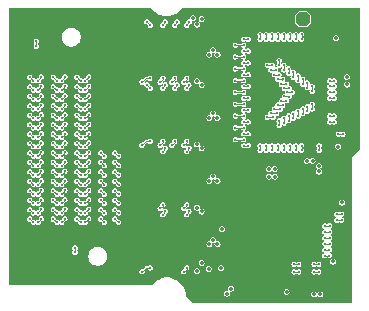
<source format=gbr>
%TF.GenerationSoftware,KiCad,Pcbnew,8.0.5*%
%TF.CreationDate,2025-10-24T05:54:48-05:00*%
%TF.ProjectId,iris-128s,69726973-2d31-4323-9873-2e6b69636164,1*%
%TF.SameCoordinates,Original*%
%TF.FileFunction,Copper,L3,Inr*%
%TF.FilePolarity,Positive*%
%FSLAX46Y46*%
G04 Gerber Fmt 4.6, Leading zero omitted, Abs format (unit mm)*
G04 Created by KiCad (PCBNEW 8.0.5) date 2025-10-24 05:54:48*
%MOMM*%
%LPD*%
G01*
G04 APERTURE LIST*
G04 Aperture macros list*
%AMOutline5P*
0 Free polygon, 5 corners , with rotation*
0 The origin of the aperture is its center*
0 number of corners: always 5*
0 $1 to $10 corner X, Y*
0 $11 Rotation angle, in degrees counterclockwise*
0 create outline with 5 corners*
4,1,5,$1,$2,$3,$4,$5,$6,$7,$8,$9,$10,$1,$2,$11*%
%AMOutline6P*
0 Free polygon, 6 corners , with rotation*
0 The origin of the aperture is its center*
0 number of corners: always 6*
0 $1 to $12 corner X, Y*
0 $13 Rotation angle, in degrees counterclockwise*
0 create outline with 6 corners*
4,1,6,$1,$2,$3,$4,$5,$6,$7,$8,$9,$10,$11,$12,$1,$2,$13*%
%AMOutline7P*
0 Free polygon, 7 corners , with rotation*
0 The origin of the aperture is its center*
0 number of corners: always 7*
0 $1 to $14 corner X, Y*
0 $15 Rotation angle, in degrees counterclockwise*
0 create outline with 7 corners*
4,1,7,$1,$2,$3,$4,$5,$6,$7,$8,$9,$10,$11,$12,$13,$14,$1,$2,$15*%
%AMOutline8P*
0 Free polygon, 8 corners , with rotation*
0 The origin of the aperture is its center*
0 number of corners: always 8*
0 $1 to $16 corner X, Y*
0 $17 Rotation angle, in degrees counterclockwise*
0 create outline with 8 corners*
4,1,8,$1,$2,$3,$4,$5,$6,$7,$8,$9,$10,$11,$12,$13,$14,$15,$16,$1,$2,$17*%
G04 Aperture macros list end*
%TA.AperFunction,ComponentPad*%
%ADD10Outline8P,-0.609600X0.252505X-0.252505X0.609600X0.252505X0.609600X0.609600X0.252505X0.609600X-0.252505X0.252505X-0.609600X-0.252505X-0.609600X-0.609600X-0.252505X90.000000*%
%TD*%
%TA.AperFunction,ViaPad*%
%ADD11C,0.355600*%
%TD*%
%TA.AperFunction,ViaPad*%
%ADD12C,0.304800*%
%TD*%
%TA.AperFunction,Conductor*%
%ADD13C,0.076200*%
%TD*%
G04 APERTURE END LIST*
D10*
%TO.N,/REF_ELEC*%
%TO.C,REF0*%
X120622500Y-81188000D03*
%TD*%
%TO.N,GND1*%
%TO.C,GND1*%
X124315000Y-81188000D03*
%TD*%
D11*
%TO.N,/analog_muxes_switches/SDO3*%
X111328200Y-81127600D03*
%TO.N,/SCLK_SW*%
X113004600Y-89179400D03*
X113004600Y-94513400D03*
X113004600Y-83820000D03*
X113004600Y-99872800D03*
D12*
X121952620Y-101961560D03*
X121571620Y-101961560D03*
D11*
%TO.N,/CSb_SW*%
X112699800Y-100253800D03*
X112699800Y-89560400D03*
X112699800Y-94894400D03*
X112699800Y-84201000D03*
D12*
X120250820Y-101961560D03*
X119869820Y-101961560D03*
D11*
%TO.N,/MISO_SW*%
X113669822Y-102275602D03*
D12*
X120250820Y-102596560D03*
X119869820Y-102596560D03*
D11*
%TO.N,/MOSI_SW*%
X113766600Y-98955860D03*
X112633760Y-102362000D03*
D12*
X121952620Y-102596560D03*
X121571620Y-102596560D03*
%TO.N,/REC1IN62*%
X120500000Y-82500000D03*
X120500000Y-82900000D03*
%TO.N,/REC1IN16*%
X115600000Y-91399360D03*
X102470100Y-90087220D03*
X102191900Y-90403520D03*
X114900000Y-91400000D03*
%TO.N,/REC1IN34*%
X119475400Y-87050000D03*
X119050000Y-87050000D03*
%TO.N,/REC1IN29*%
X119450000Y-87750000D03*
X119051580Y-87749380D03*
%TO.N,/REC1IN36*%
X119225400Y-86700000D03*
X118800000Y-86700000D03*
%TO.N,/REC1IN8*%
X119800000Y-89200000D03*
X98470100Y-89287220D03*
X119801060Y-89600940D03*
X98191900Y-89603520D03*
%TO.N,/REC1IN61*%
X121000000Y-87000000D03*
X97488420Y-88525200D03*
X121001060Y-86601020D03*
X97804720Y-88803400D03*
%TO.N,/REC1IN63*%
X97488420Y-89325200D03*
X121400000Y-87300000D03*
X97804720Y-89603400D03*
X121401060Y-86901020D03*
%TO.N,/REC1IN26*%
X115600000Y-88900000D03*
X98470100Y-88487220D03*
X98191900Y-88803520D03*
X116001020Y-88898220D03*
%TO.N,/REC1IN50*%
X108966000Y-81419700D03*
X117500000Y-82500000D03*
X117499620Y-82900520D03*
X108762800Y-81699100D03*
%TO.N,/REC1IN12*%
X119000000Y-89600000D03*
X101488420Y-86925200D03*
X119001060Y-90000940D03*
X101804720Y-87203400D03*
%TO.N,/REC1IN22*%
X102470100Y-88487220D03*
X115600000Y-89900000D03*
X116001020Y-89898220D03*
X102191900Y-88803520D03*
%TO.N,/REC1IN32*%
X115600000Y-87398860D03*
X110515400Y-86522700D03*
X110769400Y-86192360D03*
X114900000Y-87400000D03*
%TO.N,/REC1IN15*%
X117000000Y-92300000D03*
X107698540Y-91539200D03*
X116999240Y-91899740D03*
X106987340Y-91869260D03*
%TO.N,/REC1IN21*%
X118400000Y-89170000D03*
X110962440Y-86766400D03*
X117901220Y-89169760D03*
X110771940Y-87045800D03*
%TO.N,/REC1IN4*%
X120600000Y-88800000D03*
X102470100Y-89287220D03*
X120601060Y-89200940D03*
X102191900Y-89603520D03*
%TO.N,/REC1IN43*%
X115600000Y-84399120D03*
X98470100Y-87687220D03*
X114900000Y-84400000D03*
X98191900Y-88003520D03*
%TO.N,/REC1IN59*%
X120600000Y-86700000D03*
X97488420Y-86125200D03*
X97804720Y-86403400D03*
X120601060Y-86301020D03*
%TO.N,/REC1IN5*%
X119500000Y-92300000D03*
X119500000Y-91900000D03*
%TO.N,/REC1IN24*%
X115600000Y-89399620D03*
X101488420Y-87725200D03*
X101804720Y-88003400D03*
X114900000Y-89400000D03*
%TO.N,/REC1IN51*%
X119000000Y-85500000D03*
X99488420Y-86125200D03*
X99804720Y-86403400D03*
X119001060Y-85101020D03*
%TO.N,/REC1IN47*%
X97488420Y-86925200D03*
X115600000Y-83400000D03*
X97804720Y-87203400D03*
X114900000Y-83400000D03*
%TO.N,/REC1IN42*%
X118300000Y-85500000D03*
X100470100Y-86887220D03*
X100191900Y-87203520D03*
X117901220Y-85500160D03*
%TO.N,/REC1IN23*%
X118700000Y-88820000D03*
X118200680Y-88818720D03*
%TO.N,/REC1IN60*%
X120000000Y-82500000D03*
X120000000Y-82900000D03*
%TO.N,/REC1IN33*%
X109524800Y-86522700D03*
X115600000Y-86900000D03*
X109753400Y-86192360D03*
X115998480Y-86901020D03*
%TO.N,/REC1IN54*%
X110972600Y-81419700D03*
X118500000Y-82500000D03*
X118499620Y-82900520D03*
X110769400Y-81699100D03*
%TO.N,/REC1IN31*%
X119700000Y-87400000D03*
X119300000Y-87400000D03*
%TO.N,/REC1IN13*%
X108536740Y-91869400D03*
X117500000Y-92300000D03*
X108765340Y-91539060D03*
X117499240Y-91899740D03*
%TO.N,/REC1IN18*%
X115600000Y-90900000D03*
X101488420Y-89325200D03*
X101804720Y-89603400D03*
X116001020Y-90898980D03*
%TO.N,/REC1IN58*%
X119500000Y-82500000D03*
X119500000Y-82900000D03*
%TO.N,/REC1IN10*%
X119400000Y-89400000D03*
X102470100Y-87687220D03*
X119401060Y-89800940D03*
X102191900Y-88003520D03*
%TO.N,/REC1IN28*%
X102470100Y-86887220D03*
X115600000Y-88399620D03*
X102191900Y-87203520D03*
X114900000Y-88400000D03*
%TO.N,/REC1IN35*%
X115600000Y-86400640D03*
X108534200Y-86522700D03*
X114900000Y-86400000D03*
X108762800Y-86192360D03*
%TO.N,/REC1IN38*%
X118900000Y-86300000D03*
X118500000Y-86300000D03*
%TO.N,/REC1IN2*%
X121000000Y-88600000D03*
X100470100Y-89287220D03*
X121001060Y-89000940D03*
X100191900Y-89603520D03*
%TO.N,/REC1IN27*%
X119200000Y-88100000D03*
X118802660Y-88099900D03*
%TO.N,/REC1IN6*%
X120200000Y-89000000D03*
X101488420Y-88525200D03*
X120201060Y-89400940D03*
X101804720Y-88803400D03*
%TO.N,/REC1IN48*%
X107696000Y-81699100D03*
X117000000Y-82500000D03*
X107416600Y-81419700D03*
X116999620Y-82900520D03*
%TO.N,/REC1IN55*%
X98470100Y-86887220D03*
X119800000Y-86100000D03*
X119801060Y-85701020D03*
X98191900Y-87203520D03*
%TO.N,/REC1IN52*%
X109956600Y-81419700D03*
X118000000Y-82500000D03*
X109753400Y-81699100D03*
X117999620Y-82900520D03*
%TO.N,/REC1IN44*%
X118000000Y-85100000D03*
X102470100Y-86087220D03*
X117601220Y-85100160D03*
X102191900Y-86403520D03*
%TO.N,/REC1IN41*%
X99488420Y-86925200D03*
X115600000Y-84900000D03*
X116001020Y-84899500D03*
X99804720Y-87203400D03*
%TO.N,/REC1IN0*%
X101488420Y-90125200D03*
X121400000Y-88400000D03*
X121401060Y-88800940D03*
X101804720Y-90403400D03*
%TO.N,/REC1IN20*%
X115600000Y-90399620D03*
X100470100Y-88487220D03*
X114900000Y-90400000D03*
X100191900Y-88803520D03*
%TO.N,/REC1IN46*%
X115600000Y-82900000D03*
X97488420Y-90125200D03*
X97804720Y-90403400D03*
X116001020Y-82900520D03*
%TO.N,/REC1IN49*%
X118600000Y-85100000D03*
X100470100Y-86087220D03*
X118601060Y-84701020D03*
X100191900Y-86403520D03*
%TO.N,/REC1IN17*%
X100470100Y-90087220D03*
X115600000Y-91900000D03*
X116001020Y-91898980D03*
X100191900Y-90403520D03*
%TO.N,/REC1IN37*%
X115600000Y-85900000D03*
X100470100Y-87687220D03*
X100191900Y-88003520D03*
X115998480Y-85900260D03*
%TO.N,/REC1IN25*%
X118900000Y-88470000D03*
X118502940Y-88468200D03*
%TO.N,/REC1IN57*%
X98470100Y-86087220D03*
X120200000Y-86400000D03*
X120201060Y-86001020D03*
X98191900Y-86403520D03*
%TO.N,/REC1IN11*%
X109527340Y-91869400D03*
X118000000Y-92300000D03*
X117999240Y-91899740D03*
X109755940Y-91539060D03*
%TO.N,/REC1IN1*%
X120500000Y-92300000D03*
X120500000Y-91900000D03*
%TO.N,/REC1IN30*%
X115600000Y-87900000D03*
X108968540Y-86766400D03*
X115998480Y-87899240D03*
X108765340Y-87045800D03*
%TO.N,/REC1IN40*%
X107645200Y-86192500D03*
X118600000Y-85900000D03*
X106984800Y-86522560D03*
X118201220Y-85900160D03*
%TO.N,/REC1IN3*%
X120000000Y-92300000D03*
X120000000Y-91900000D03*
%TO.N,/REC1IN45*%
X115600000Y-83900000D03*
X97488420Y-87725200D03*
X97804720Y-88003400D03*
X116001020Y-83901280D03*
%TO.N,/REC1IN9*%
X118500000Y-92300000D03*
X110517940Y-91869400D03*
X118499240Y-91899740D03*
X110771940Y-91539060D03*
%TO.N,/REC1IN53*%
X119400000Y-85800000D03*
X99488420Y-87725200D03*
X99804720Y-88003400D03*
X119401060Y-85401020D03*
%TO.N,/REC1IN56*%
X119000000Y-82500000D03*
X119000000Y-82900000D03*
%TO.N,/REC1IN19*%
X118100000Y-89520000D03*
X109959140Y-86766400D03*
X109755940Y-87045800D03*
X117601220Y-89519760D03*
%TO.N,/REC1IN39*%
X115600000Y-85399880D03*
X101488420Y-86125200D03*
X101804720Y-86403400D03*
X114900000Y-85400000D03*
%TO.N,/REC1IN14*%
X107698540Y-87045800D03*
X118600000Y-89800000D03*
X118601060Y-90200940D03*
X107419140Y-86766400D03*
%TO.N,/REC1IN7*%
X119000000Y-92300000D03*
X119000000Y-91900000D03*
D11*
%TO.N,VDD2*%
X119242840Y-104287360D03*
X123903740Y-96723160D03*
X120957340Y-93194860D03*
X123190000Y-101716000D03*
X121434860Y-93194860D03*
D12*
%TO.N,/REF_ELEC*%
X122000000Y-92300000D03*
X101318060Y-100950600D03*
X98044000Y-83085100D03*
X101318060Y-100550600D03*
X122000000Y-91900000D03*
X98044000Y-83485100D03*
D11*
%TO.N,VDD3*%
X121571620Y-104501560D03*
X113385600Y-94894400D03*
X113385600Y-89560400D03*
X122079620Y-104501560D03*
X113385600Y-84201000D03*
X113385600Y-100253800D03*
D12*
%TO.N,/MISO1p*%
X123264490Y-89891240D03*
X122870790Y-89891240D03*
%TO.N,/SCLKm*%
X123266200Y-87399500D03*
X122872500Y-87399500D03*
%TO.N,/CSbp*%
X123266200Y-86900640D03*
X122872500Y-86900640D03*
D11*
%TO.N,/MOSIp*%
X124337820Y-86092620D03*
D12*
%TO.N,/SCLKp*%
X123266200Y-87900640D03*
X122872500Y-87900640D03*
D11*
%TO.N,/MOSIm*%
X124337820Y-86732620D03*
D12*
%TO.N,/CSbm*%
X123266200Y-86400640D03*
X122872500Y-86400640D03*
%TO.N,/MISO1m*%
X123266200Y-89400640D03*
X122872500Y-89400640D03*
%TO.N,/CSbp_STIM*%
X123492920Y-98216000D03*
X123886620Y-98215360D03*
%TO.N,/CSbm_STIM*%
X123494800Y-97716640D03*
X123888500Y-97716000D03*
%TO.N,/SCLKm_STIM*%
X122476920Y-98716000D03*
X122870620Y-98715360D03*
%TO.N,/SCLKp_STIM*%
X122476920Y-99216000D03*
X122870620Y-99215360D03*
%TO.N,/MOSIp_STIM*%
X122476920Y-100216000D03*
X122870620Y-100215360D03*
%TO.N,/MOSIm_STIM*%
X122476920Y-99716000D03*
X122870620Y-99715360D03*
%TO.N,/MISOp_STIM*%
X122475020Y-101216640D03*
X122868720Y-101216000D03*
%TO.N,/MISOm_STIM*%
X122475020Y-100716640D03*
X122868720Y-100716000D03*
%TO.N,/STIMIN13*%
X108970570Y-92127200D03*
X108767370Y-92406600D03*
%TO.N,/STIMIN5*%
X110519970Y-97230200D03*
X110773970Y-96899860D03*
%TO.N,/STIMIN10*%
X110519970Y-102580200D03*
X110773970Y-102249860D03*
%TO.N,/STIMIN7*%
X107700570Y-102250000D03*
X106989370Y-102580060D03*
%TO.N,/STIMIN6*%
X110964470Y-97477200D03*
X110773970Y-97756600D03*
%TO.N,/STIMIN2*%
X108970570Y-97477200D03*
X108767370Y-97756600D03*
%TO.N,/STIMIN15*%
X110964470Y-92127200D03*
X110773970Y-92406600D03*
%TO.N,/STIMIN1*%
X108538770Y-97230200D03*
X108767370Y-96899860D03*
%TO.N,/REC0IN10*%
X98470100Y-93287220D03*
X98191900Y-93603520D03*
%TO.N,/REC0IN52*%
X101488420Y-97325200D03*
X101804720Y-97603400D03*
%TO.N,/REC0IN62*%
X99488420Y-98125200D03*
X99804720Y-98403400D03*
%TO.N,/REC0IN49*%
X101488420Y-93325200D03*
X101804720Y-93603400D03*
%TO.N,/REC0IN63*%
X100470100Y-96487220D03*
X100191900Y-96803520D03*
%TO.N,/REC0IN24*%
X102470100Y-90887220D03*
X102191900Y-91203520D03*
%TO.N,/REC0IN60*%
X100470100Y-98087220D03*
X100191900Y-98403520D03*
%TO.N,/REC0IN27*%
X98470100Y-96487220D03*
X98191900Y-96803520D03*
%TO.N,/REC0IN30*%
X99488420Y-94125200D03*
X99804720Y-94403400D03*
%TO.N,/REC0IN56*%
X102470100Y-98087220D03*
X102191900Y-98403520D03*
%TO.N,/REC0IN32*%
X100470100Y-94087220D03*
X100191900Y-94403520D03*
%TO.N,/REC0IN11*%
X97488420Y-94125200D03*
X97804720Y-94403400D03*
%TO.N,/REC0IN20*%
X101488420Y-90925200D03*
X101804720Y-91203400D03*
%TO.N,/REC0IN57*%
X101488420Y-94925200D03*
X101804720Y-95203400D03*
%TO.N,/REC0IN55*%
X100470100Y-95687220D03*
X100191900Y-96003520D03*
%TO.N,/REC0IN48*%
X100470100Y-97287220D03*
X100191900Y-97603520D03*
%TO.N,/REC0IN50*%
X102470100Y-97287220D03*
X102191900Y-97603520D03*
%TO.N,/REC0IN34*%
X100470100Y-92487220D03*
X100191900Y-92803520D03*
%TO.N,/REC0IN42*%
X101488420Y-92525200D03*
X101804720Y-92803400D03*
%TO.N,/REC0IN18*%
X100470100Y-90887220D03*
X100191900Y-91203520D03*
%TO.N,/REC0IN41*%
X102470100Y-94887220D03*
X102191900Y-95203520D03*
%TO.N,/REC0IN31*%
X100470100Y-91687220D03*
X100191900Y-92003520D03*
%TO.N,/REC0IN58*%
X101488420Y-98125200D03*
X101804720Y-98403400D03*
%TO.N,/REC0IN54*%
X98470100Y-98087220D03*
X98191900Y-98403520D03*
%TO.N,/REC0IN47*%
X102470100Y-96487220D03*
X102191900Y-96803520D03*
%TO.N,/REC0IN3*%
X97488420Y-97325200D03*
X97804720Y-97603400D03*
%TO.N,/REC0IN5*%
X97488420Y-96525200D03*
X97804720Y-96803400D03*
%TO.N,/REC0IN23*%
X98470100Y-94887220D03*
X98191900Y-95203520D03*
%TO.N,/REC0IN59*%
X99488420Y-96525200D03*
X99804720Y-96803400D03*
%TO.N,/REC0IN9*%
X97488420Y-94925200D03*
X97804720Y-95203400D03*
%TO.N,/REC0IN6*%
X98470100Y-91687220D03*
X98191900Y-92003520D03*
%TO.N,/REC0IN37*%
X102470100Y-93287220D03*
X102191900Y-93603520D03*
%TO.N,/REC0IN46*%
X99488420Y-97325200D03*
X99804720Y-97603400D03*
%TO.N,/REC0IN19*%
X99488420Y-88525200D03*
X99804720Y-88803400D03*
%TO.N,/REC0IN8*%
X98470100Y-92487220D03*
X98191900Y-92803520D03*
%TO.N,/REC0IN25*%
X98470100Y-95687220D03*
X98191900Y-96003520D03*
%TO.N,/REC0IN38*%
X100470100Y-93287220D03*
X100191900Y-93603520D03*
%TO.N,/REC0IN17*%
X99488420Y-90125200D03*
X99804720Y-90403400D03*
%TO.N,/REC0IN13*%
X97488420Y-90925200D03*
X97804720Y-91203400D03*
%TO.N,/REC0IN45*%
X101488420Y-96525200D03*
X101804720Y-96803400D03*
%TO.N,/REC0IN7*%
X97488420Y-95725200D03*
X97804720Y-96003400D03*
%TO.N,/REC0IN12*%
X98470100Y-90087220D03*
X98191900Y-90403520D03*
%TO.N,/REC0IN40*%
X99488420Y-94925200D03*
X99804720Y-95203400D03*
%TO.N,/REC0IN2*%
X97488420Y-92525200D03*
X97804720Y-92803400D03*
%TO.N,/REC0IN33*%
X101488420Y-91725200D03*
X101804720Y-92003400D03*
%TO.N,/REC0IN15*%
X98470100Y-90887220D03*
X98191900Y-91203520D03*
%TO.N,/REC0IN14*%
X99488420Y-90925200D03*
X99804720Y-91203400D03*
%TO.N,/REC0IN44*%
X102470100Y-92487220D03*
X102191900Y-92803520D03*
%TO.N,/REC0IN35*%
X100470100Y-94887220D03*
X100191900Y-95203520D03*
%TO.N,/REC0IN1*%
X97488420Y-98125200D03*
X97804720Y-98403400D03*
%TO.N,/REC0IN39*%
X102470100Y-94087220D03*
X102191900Y-94403520D03*
%TO.N,/REC0IN26*%
X99488420Y-91725200D03*
X99804720Y-92003400D03*
%TO.N,/REC0IN61*%
X102470100Y-95687220D03*
X102191900Y-96003520D03*
%TO.N,/REC0IN22*%
X102470100Y-91687220D03*
X102191900Y-92003520D03*
%TO.N,/REC0IN53*%
X101488420Y-94125200D03*
X101804720Y-94403400D03*
%TO.N,/REC0IN51*%
X99488420Y-95725200D03*
X99804720Y-96003400D03*
%TO.N,/REC0IN0*%
X97488420Y-93325200D03*
X97804720Y-93603400D03*
%TO.N,/REC0IN29*%
X98470100Y-97287220D03*
X98191900Y-97603520D03*
%TO.N,/REC0IN36*%
X99488420Y-93325200D03*
X99804720Y-93603400D03*
%TO.N,/REC0IN16*%
X98470100Y-94087220D03*
X98191900Y-94403520D03*
%TO.N,/REC0IN43*%
X101488420Y-95725200D03*
X101804720Y-96003400D03*
%TO.N,/REC0IN28*%
X99488420Y-92525200D03*
X99804720Y-92803400D03*
%TO.N,/REC0IN4*%
X97488420Y-91725200D03*
X97804720Y-92003400D03*
%TO.N,/REC0IN21*%
X99488420Y-89325200D03*
X99804720Y-89603400D03*
D11*
%TO.N,VDD1*%
X121965720Y-93621580D03*
X121965720Y-94099100D03*
X123587097Y-91986100D03*
X123445657Y-82801820D03*
D12*
X123622283Y-90947380D03*
X124003283Y-90947380D03*
D11*
%TO.N,GND1*%
X118145600Y-104287360D03*
X124000000Y-94000000D03*
X122842020Y-96042160D03*
X124000000Y-101000000D03*
X105700000Y-103100000D03*
X123600000Y-84600000D03*
X114495580Y-94513400D03*
X100146180Y-84821180D03*
X96200000Y-97800000D03*
X121932700Y-94683580D03*
X111000000Y-103200000D03*
X124000000Y-104800000D03*
X96200000Y-88300000D03*
X113600000Y-103100000D03*
X96200000Y-85000000D03*
X124000000Y-85400000D03*
X124000000Y-99000000D03*
X96300000Y-80900000D03*
X101000000Y-101900000D03*
X113792000Y-83820000D03*
X114400000Y-95300000D03*
X97996979Y-84803400D03*
X96200000Y-99100000D03*
X112500000Y-104800000D03*
X122341640Y-103230680D03*
X107008740Y-87589060D03*
X105000000Y-101000000D03*
X106400000Y-101400000D03*
X120906540Y-92102940D03*
X102174779Y-84803400D03*
X122326400Y-81851500D03*
X118000000Y-80700000D03*
X99819179Y-99203400D03*
X103996979Y-99203400D03*
X116000000Y-80700000D03*
X114310160Y-103014780D03*
X124000000Y-103000000D03*
X104174779Y-84803400D03*
X107800000Y-80800000D03*
X113792000Y-94513400D03*
X106615040Y-95341140D03*
X119869820Y-94976560D03*
X124400000Y-84500000D03*
X97819179Y-99203400D03*
X120611900Y-82067400D03*
X98000000Y-102000000D03*
X96200000Y-103100000D03*
X122374660Y-104068880D03*
X113500000Y-80800000D03*
X115003580Y-92120720D03*
X122000000Y-93000000D03*
X123903740Y-97185480D03*
X124000000Y-96000000D03*
X106700000Y-81600000D03*
X105700000Y-80900000D03*
X98000000Y-82000000D03*
X124416820Y-82763360D03*
X106200000Y-91600000D03*
X119100000Y-93400000D03*
X110600000Y-80800000D03*
X102000000Y-81900000D03*
X101844579Y-99203400D03*
X113792000Y-89281000D03*
X117400000Y-93400000D03*
X124040900Y-88783160D03*
X100000000Y-81900000D03*
X106200000Y-99100000D03*
X113792000Y-99872800D03*
X106600000Y-97000000D03*
X114193320Y-103600840D03*
X96200000Y-86700000D03*
D12*
%TO.N,/RS10*%
X103488420Y-94125200D03*
X103804720Y-94403400D03*
%TO.N,/RS12*%
X103488420Y-93325200D03*
X103804720Y-93603400D03*
%TO.N,/RS3*%
X104688420Y-97325200D03*
X105004720Y-97603400D03*
%TO.N,/RS9*%
X104688420Y-94925200D03*
X105004720Y-95203400D03*
%TO.N,/RS14*%
X103488420Y-92525200D03*
X103804720Y-92803400D03*
%TO.N,/RS8*%
X103488420Y-94925200D03*
X103804720Y-95203400D03*
%TO.N,/RS5*%
X104688420Y-96525200D03*
X105004720Y-96803400D03*
%TO.N,/RS6*%
X103488420Y-95725200D03*
X103804720Y-96003400D03*
%TO.N,/RS11*%
X104688420Y-94125200D03*
X105004720Y-94403400D03*
%TO.N,/RS7*%
X104688420Y-95725200D03*
X105004720Y-96003400D03*
%TO.N,/RS13*%
X104688420Y-93325200D03*
X105004720Y-93603400D03*
%TO.N,/RS15*%
X104688420Y-92525200D03*
X105004720Y-92803400D03*
%TO.N,/RS2*%
X103488420Y-97325200D03*
X103804720Y-97603400D03*
%TO.N,/RS0*%
X103488420Y-98125200D03*
X103804720Y-98403400D03*
%TO.N,/RS1*%
X104688420Y-98125200D03*
X105004720Y-98403400D03*
%TO.N,/RS4*%
X103488420Y-96525200D03*
X103804720Y-96803400D03*
D11*
%TO.N,VSS_SW*%
X111653000Y-81650000D03*
X111633000Y-86461600D03*
X111633000Y-97155000D03*
X111633000Y-102514400D03*
X111633000Y-91808300D03*
X114193320Y-104429560D03*
%TO.N,VDD_SW*%
X112039400Y-81200000D03*
X112039400Y-92138500D03*
X112039400Y-101854000D03*
X114531140Y-104018080D03*
X112039400Y-97485200D03*
X112039400Y-86791800D03*
%TO.N,VSTIMp*%
X117749320Y-93903800D03*
X118226840Y-93903800D03*
%TO.N,VSTIMm*%
X118226840Y-94526100D03*
X117749320Y-94526100D03*
%TD*%
D13*
%TO.N,/SCLK_SW*%
X121952620Y-101961560D02*
X121571620Y-101961560D01*
%TO.N,/CSb_SW*%
X120250820Y-101961560D02*
X119869820Y-101961560D01*
%TO.N,/MISO_SW*%
X120250820Y-102596560D02*
X119869820Y-102596560D01*
%TO.N,/MOSI_SW*%
X121952620Y-102596560D02*
X121571620Y-102596560D01*
%TO.N,/REC1IN62*%
X120500000Y-82500000D02*
X120500000Y-82900000D01*
%TO.N,/REC1IN16*%
X102191900Y-90365420D02*
X102470100Y-90087220D01*
X102191900Y-90403520D02*
X102191900Y-90365420D01*
X114900640Y-91399360D02*
X114900000Y-91400000D01*
X115600000Y-91399360D02*
X114900640Y-91399360D01*
%TO.N,/REC1IN34*%
X119450000Y-87050000D02*
X119050000Y-87050000D01*
%TO.N,/REC1IN29*%
X119449380Y-87749380D02*
X119450000Y-87750000D01*
X119051580Y-87749380D02*
X119449380Y-87749380D01*
%TO.N,/REC1IN36*%
X119200000Y-86700000D02*
X119190200Y-86690200D01*
X119200000Y-86700000D02*
X118800000Y-86700000D01*
%TO.N,/REC1IN8*%
X98191900Y-89603520D02*
X98191900Y-89565420D01*
X98191900Y-89565420D02*
X98470100Y-89287220D01*
X119801060Y-89600940D02*
X119801060Y-89201060D01*
X119801060Y-89201060D02*
X119800000Y-89200000D01*
%TO.N,/REC1IN61*%
X97804720Y-88803400D02*
X97766620Y-88803400D01*
X121000000Y-87000000D02*
X121000000Y-86602080D01*
X121000000Y-86602080D02*
X121001060Y-86601020D01*
X97766620Y-88803400D02*
X97488420Y-88525200D01*
%TO.N,/REC1IN63*%
X121400000Y-87300000D02*
X121400000Y-86902080D01*
X97804720Y-89603400D02*
X97766620Y-89603400D01*
X97766620Y-89603400D02*
X97488420Y-89325200D01*
X121400000Y-86902080D02*
X121401060Y-86901020D01*
%TO.N,/REC1IN26*%
X98191900Y-88803520D02*
X98191900Y-88765420D01*
X115999240Y-88900000D02*
X116001020Y-88898220D01*
X115600000Y-88900000D02*
X115999240Y-88900000D01*
X98191900Y-88765420D02*
X98470100Y-88487220D01*
%TO.N,/REC1IN50*%
X117500000Y-82500000D02*
X117500000Y-82900140D01*
X108762800Y-81699100D02*
X108762800Y-81622900D01*
X108762800Y-81622900D02*
X108966000Y-81419700D01*
X117500000Y-82900140D02*
X117499620Y-82900520D01*
%TO.N,/REC1IN12*%
X119001060Y-89601060D02*
X119000000Y-89600000D01*
X119001060Y-90000940D02*
X119001060Y-89601060D01*
X101804720Y-87203400D02*
X101766620Y-87203400D01*
X101766620Y-87203400D02*
X101488420Y-86925200D01*
%TO.N,/REC1IN22*%
X102191900Y-88765420D02*
X102470100Y-88487220D01*
X115600000Y-89900000D02*
X115999240Y-89900000D01*
X115999240Y-89900000D02*
X116001020Y-89898220D01*
X102191900Y-88803520D02*
X102191900Y-88765420D01*
%TO.N,/REC1IN32*%
X110769400Y-86192360D02*
X110769400Y-86268700D01*
X110769400Y-86268700D02*
X110515400Y-86522700D01*
X114901140Y-87398860D02*
X114900000Y-87400000D01*
X115600000Y-87398860D02*
X114901140Y-87398860D01*
%TO.N,/REC1IN15*%
X116999240Y-91899740D02*
X116999240Y-92299240D01*
X107317400Y-91539200D02*
X107698540Y-91539200D01*
X106987340Y-91869260D02*
X107317400Y-91539200D01*
X116999240Y-92299240D02*
X117000000Y-92300000D01*
%TO.N,/REC1IN21*%
X117901220Y-89169760D02*
X118399760Y-89169760D01*
X118399760Y-89169760D02*
X118400000Y-89170000D01*
X110771940Y-87045800D02*
X110771940Y-86969600D01*
X110771940Y-86969600D02*
X110975140Y-86766400D01*
%TO.N,/REC1IN4*%
X102191900Y-89603520D02*
X102191900Y-89565420D01*
X102191900Y-89565420D02*
X102470100Y-89287220D01*
X120601060Y-88801060D02*
X120600000Y-88800000D01*
X120601060Y-89200940D02*
X120601060Y-88801060D01*
%TO.N,/REC1IN43*%
X98191900Y-88003520D02*
X98191900Y-87965420D01*
X98191900Y-87965420D02*
X98470100Y-87687220D01*
X114900000Y-84400000D02*
X115599120Y-84400000D01*
X115599120Y-84400000D02*
X115600000Y-84399120D01*
X114900880Y-84399120D02*
X114900000Y-84400000D01*
%TO.N,/REC1IN59*%
X97804720Y-86403400D02*
X97766620Y-86403400D01*
X120600000Y-86700000D02*
X120600000Y-86302080D01*
X120600000Y-86302080D02*
X120601060Y-86301020D01*
X97766620Y-86403400D02*
X97488420Y-86125200D01*
%TO.N,/REC1IN5*%
X119500000Y-92300000D02*
X119500000Y-91900000D01*
%TO.N,/REC1IN24*%
X101766620Y-88003400D02*
X101488420Y-87725200D01*
X101804720Y-88003400D02*
X101766620Y-88003400D01*
X114900380Y-89399620D02*
X114900000Y-89400000D01*
X115600000Y-89399620D02*
X114900380Y-89399620D01*
%TO.N,/REC1IN51*%
X99766620Y-86403400D02*
X99488420Y-86125200D01*
X119000000Y-85102080D02*
X119001060Y-85101020D01*
X99804720Y-86403400D02*
X99766620Y-86403400D01*
X119000000Y-85500000D02*
X119000000Y-85102080D01*
%TO.N,/REC1IN47*%
X97766620Y-87203400D02*
X97488420Y-86925200D01*
X97804720Y-87203400D02*
X97766620Y-87203400D01*
X114900000Y-83400000D02*
X115600000Y-83400000D01*
%TO.N,/REC1IN42*%
X100191900Y-87165420D02*
X100470100Y-86887220D01*
X118299840Y-85500160D02*
X118300000Y-85500000D01*
X117901220Y-85500160D02*
X118299840Y-85500160D01*
X100191900Y-87203520D02*
X100191900Y-87165420D01*
%TO.N,/REC1IN23*%
X118700000Y-88820000D02*
X118201960Y-88820000D01*
X118201960Y-88820000D02*
X118200680Y-88818720D01*
%TO.N,/REC1IN60*%
X120000000Y-82500000D02*
X120000000Y-82900000D01*
%TO.N,/REC1IN33*%
X109753400Y-86294100D02*
X109524800Y-86522700D01*
X115600000Y-86900000D02*
X115997460Y-86900000D01*
X109753400Y-86192360D02*
X109753400Y-86294100D01*
X115997460Y-86900000D02*
X115998480Y-86901020D01*
%TO.N,/REC1IN54*%
X118500000Y-82500000D02*
X118500000Y-82900140D01*
X110769400Y-81699100D02*
X110769400Y-81622900D01*
X118500000Y-82900140D02*
X118499620Y-82900520D01*
X110769400Y-81622900D02*
X110972600Y-81419700D01*
%TO.N,/REC1IN31*%
X119700000Y-87400000D02*
X119300000Y-87400000D01*
%TO.N,/REC1IN13*%
X117499240Y-91899740D02*
X117499240Y-92299240D01*
X108765340Y-91539060D02*
X108765340Y-91640800D01*
X117499240Y-92299240D02*
X117500000Y-92300000D01*
X108765340Y-91640800D02*
X108536740Y-91869400D01*
%TO.N,/REC1IN18*%
X116001020Y-90898980D02*
X115601020Y-90898980D01*
X101766620Y-89603400D02*
X101488420Y-89325200D01*
X115601020Y-90898980D02*
X115600000Y-90900000D01*
X101804720Y-89603400D02*
X101766620Y-89603400D01*
%TO.N,/REC1IN58*%
X119500000Y-82500000D02*
X119500000Y-82900000D01*
%TO.N,/REC1IN10*%
X119401060Y-89401060D02*
X119400000Y-89400000D01*
X102191900Y-87965420D02*
X102470100Y-87687220D01*
X119401060Y-89800940D02*
X119401060Y-89401060D01*
X102191900Y-88003520D02*
X102191900Y-87965420D01*
%TO.N,/REC1IN28*%
X102191900Y-87165420D02*
X102470100Y-86887220D01*
X114900380Y-88399620D02*
X114900000Y-88400000D01*
X115600000Y-88399620D02*
X114900380Y-88399620D01*
X102191900Y-87203520D02*
X102191900Y-87165420D01*
X114876251Y-88400000D02*
X114900000Y-88400000D01*
%TO.N,/REC1IN35*%
X108762800Y-86294100D02*
X108534200Y-86522700D01*
X114900000Y-86400000D02*
X115599360Y-86400000D01*
X108762800Y-86192360D02*
X108762800Y-86294100D01*
X115599360Y-86400000D02*
X115600000Y-86400640D01*
%TO.N,/REC1IN38*%
X118900000Y-86300000D02*
X118500000Y-86300000D01*
X118900000Y-86300000D02*
X118880900Y-86319100D01*
%TO.N,/REC1IN2*%
X121001060Y-89000940D02*
X121001060Y-88601060D01*
X100191900Y-89565420D02*
X100470100Y-89287220D01*
X100191900Y-89603520D02*
X100191900Y-89565420D01*
X121001060Y-88601060D02*
X121000000Y-88600000D01*
%TO.N,/REC1IN27*%
X118802660Y-88099900D02*
X119199900Y-88099900D01*
X119199900Y-88099900D02*
X119200000Y-88100000D01*
%TO.N,/REC1IN6*%
X120201060Y-89001060D02*
X120200000Y-89000000D01*
X101766620Y-88803400D02*
X101488420Y-88525200D01*
X101804720Y-88803400D02*
X101766620Y-88803400D01*
X120201060Y-89400940D02*
X120201060Y-89001060D01*
%TO.N,/REC1IN48*%
X117000000Y-82500000D02*
X117000000Y-82900140D01*
X117000000Y-82900140D02*
X116999620Y-82900520D01*
X107696000Y-81699100D02*
X107416600Y-81419700D01*
%TO.N,/REC1IN55*%
X119800000Y-85702080D02*
X119801060Y-85701020D01*
X98191900Y-87165420D02*
X98470100Y-86887220D01*
X98191900Y-87203520D02*
X98191900Y-87165420D01*
X119800000Y-86100000D02*
X119800000Y-85702080D01*
%TO.N,/REC1IN52*%
X109753400Y-81622900D02*
X109956600Y-81419700D01*
X118000000Y-82900140D02*
X117999620Y-82900520D01*
X109753400Y-81699100D02*
X109753400Y-81622900D01*
X118000000Y-82500000D02*
X118000000Y-82900140D01*
%TO.N,/REC1IN44*%
X102191900Y-86403520D02*
X102191900Y-86365420D01*
X117999840Y-85100160D02*
X118000000Y-85100000D01*
X102191900Y-86365420D02*
X102470100Y-86087220D01*
X117601220Y-85100160D02*
X117999840Y-85100160D01*
%TO.N,/REC1IN41*%
X99766620Y-87203400D02*
X99488420Y-86925200D01*
X116000520Y-84900000D02*
X116001020Y-84899500D01*
X115600000Y-84900000D02*
X116000520Y-84900000D01*
X99804720Y-87203400D02*
X99766620Y-87203400D01*
%TO.N,/REC1IN0*%
X121401060Y-88800940D02*
X121401060Y-88401060D01*
X101766620Y-90403400D02*
X101488420Y-90125200D01*
X121401060Y-88401060D02*
X121400000Y-88400000D01*
X101804720Y-90403400D02*
X101766620Y-90403400D01*
%TO.N,/REC1IN20*%
X115600000Y-90399620D02*
X114900380Y-90399620D01*
X100191900Y-88765420D02*
X100470100Y-88487220D01*
X114900380Y-90399620D02*
X114900000Y-90400000D01*
X100191900Y-88803520D02*
X100191900Y-88765420D01*
%TO.N,/REC1IN46*%
X97804720Y-90403400D02*
X97766620Y-90403400D01*
X116000500Y-82900000D02*
X116001020Y-82900520D01*
X97766620Y-90403400D02*
X97488420Y-90125200D01*
X115600000Y-82900000D02*
X116000500Y-82900000D01*
%TO.N,/REC1IN49*%
X118600000Y-85100000D02*
X118600000Y-84702080D01*
X100191900Y-86403520D02*
X100191900Y-86365420D01*
X100191900Y-86365420D02*
X100470100Y-86087220D01*
X118600000Y-84702080D02*
X118601060Y-84701020D01*
%TO.N,/REC1IN17*%
X115601020Y-91898980D02*
X115600000Y-91900000D01*
X100191900Y-90403520D02*
X100191900Y-90365420D01*
X116001020Y-91898980D02*
X115601020Y-91898980D01*
X100191900Y-90365420D02*
X100470100Y-90087220D01*
%TO.N,/REC1IN37*%
X115998220Y-85900000D02*
X115998480Y-85900260D01*
X115600000Y-85900000D02*
X115998220Y-85900000D01*
X100191900Y-87965420D02*
X100470100Y-87687220D01*
X100191900Y-88003520D02*
X100191900Y-87965420D01*
%TO.N,/REC1IN25*%
X118502940Y-88468200D02*
X118898200Y-88468200D01*
X118898200Y-88468200D02*
X118900000Y-88470000D01*
%TO.N,/REC1IN57*%
X120200000Y-86002080D02*
X120201060Y-86001020D01*
X98191900Y-86403520D02*
X98191900Y-86365420D01*
X120200000Y-86400000D02*
X120200000Y-86002080D01*
X98191900Y-86365420D02*
X98470100Y-86087220D01*
%TO.N,/REC1IN11*%
X117999240Y-91899740D02*
X117999240Y-92299240D01*
X109755940Y-91640800D02*
X109527340Y-91869400D01*
X109755940Y-91539060D02*
X109755940Y-91640800D01*
X117999240Y-92299240D02*
X118000000Y-92300000D01*
%TO.N,/REC1IN1*%
X120500000Y-92300000D02*
X120500000Y-91900000D01*
%TO.N,/REC1IN30*%
X108765340Y-86969600D02*
X108968540Y-86766400D01*
X108765340Y-87045800D02*
X108765340Y-86969600D01*
X115998480Y-87899240D02*
X115600760Y-87899240D01*
X115600760Y-87899240D02*
X115600000Y-87900000D01*
%TO.N,/REC1IN40*%
X107314860Y-86192500D02*
X107696000Y-86192500D01*
X118201220Y-85900160D02*
X118599840Y-85900160D01*
X106984800Y-86522560D02*
X107314860Y-86192500D01*
X118599840Y-85900160D02*
X118600000Y-85900000D01*
%TO.N,/REC1IN3*%
X120000000Y-92300000D02*
X120000000Y-91900000D01*
%TO.N,/REC1IN45*%
X97804720Y-88003400D02*
X97766620Y-88003400D01*
X115999740Y-83900000D02*
X116001020Y-83901280D01*
X97766620Y-88003400D02*
X97488420Y-87725200D01*
X115600000Y-83900000D02*
X115999740Y-83900000D01*
%TO.N,/REC1IN9*%
X110771940Y-91615400D02*
X110517940Y-91869400D01*
X110771940Y-91539060D02*
X110771940Y-91615400D01*
X118499240Y-92299240D02*
X118500000Y-92300000D01*
X118499240Y-91899740D02*
X118499240Y-92299240D01*
%TO.N,/REC1IN53*%
X119400000Y-85402080D02*
X119401060Y-85401020D01*
X99766620Y-88003400D02*
X99488420Y-87725200D01*
X119400000Y-85800000D02*
X119400000Y-85402080D01*
X99804720Y-88003400D02*
X99766620Y-88003400D01*
%TO.N,/REC1IN56*%
X119000000Y-82500000D02*
X119000000Y-82900000D01*
%TO.N,/REC1IN19*%
X118099760Y-89519760D02*
X118100000Y-89520000D01*
X109755940Y-86969600D02*
X109959140Y-86766400D01*
X109755940Y-87045800D02*
X109755940Y-86969600D01*
X117601220Y-89519760D02*
X118099760Y-89519760D01*
%TO.N,/REC1IN39*%
X101804720Y-86403400D02*
X101766620Y-86403400D01*
X115600000Y-85399880D02*
X114900120Y-85399880D01*
X101766620Y-86403400D02*
X101488420Y-86125200D01*
X114900120Y-85399880D02*
X114900000Y-85400000D01*
%TO.N,/REC1IN14*%
X118601060Y-89801060D02*
X118600000Y-89800000D01*
X107698540Y-87045800D02*
X107419140Y-86766400D01*
X118601060Y-90200940D02*
X118601060Y-89801060D01*
%TO.N,/REC1IN7*%
X119000000Y-92300000D02*
X119000000Y-91900000D01*
%TO.N,/REF_ELEC*%
X122000000Y-92300000D02*
X122000000Y-91900000D01*
X98044000Y-83085100D02*
X98044000Y-83485100D01*
X101318060Y-100950600D02*
X101318060Y-100550600D01*
%TO.N,/MISO1p*%
X123264490Y-89891240D02*
X122870790Y-89891240D01*
%TO.N,/SCLKm*%
X123266200Y-87399500D02*
X122872500Y-87399500D01*
%TO.N,/CSbp*%
X122872500Y-86900640D02*
X123266200Y-86900640D01*
%TO.N,/SCLKp*%
X122872500Y-87900640D02*
X123266200Y-87900640D01*
%TO.N,/CSbm*%
X123266200Y-86400640D02*
X122872500Y-86400640D01*
%TO.N,/MISO1m*%
X123266200Y-89400640D02*
X122872500Y-89400640D01*
%TO.N,/CSbp_STIM*%
X123493560Y-98215360D02*
X123492920Y-98216000D01*
X123886620Y-98215360D02*
X123493560Y-98215360D01*
%TO.N,/CSbm_STIM*%
X123887860Y-97716640D02*
X123888500Y-97716000D01*
X123494800Y-97716640D02*
X123887860Y-97716640D01*
%TO.N,/SCLKm_STIM*%
X122476920Y-98716000D02*
X122869980Y-98716000D01*
X122869980Y-98716000D02*
X122870620Y-98715360D01*
%TO.N,/SCLKp_STIM*%
X122477560Y-99215360D02*
X122476920Y-99216000D01*
X122870620Y-99215360D02*
X122477560Y-99215360D01*
%TO.N,/MOSIp_STIM*%
X122870620Y-100215360D02*
X122477560Y-100215360D01*
X122477560Y-100215360D02*
X122476920Y-100216000D01*
%TO.N,/MOSIm_STIM*%
X122476920Y-99716000D02*
X122869980Y-99716000D01*
X122869980Y-99716000D02*
X122870620Y-99715360D01*
%TO.N,/MISOp_STIM*%
X122475660Y-101216000D02*
X122475020Y-101216640D01*
X122868720Y-101216000D02*
X122475660Y-101216000D01*
%TO.N,/MISOm_STIM*%
X122475660Y-100716000D02*
X122475020Y-100716640D01*
X122868720Y-100716000D02*
X122475660Y-100716000D01*
%TO.N,/STIMIN13*%
X108767370Y-92406600D02*
X108767370Y-92330400D01*
X108767370Y-92330400D02*
X108970570Y-92127200D01*
%TO.N,/STIMIN5*%
X110773970Y-96976200D02*
X110519970Y-97230200D01*
X110773970Y-96899860D02*
X110773970Y-96976200D01*
%TO.N,/STIMIN10*%
X110773970Y-102249860D02*
X110773970Y-102326200D01*
X110773970Y-102326200D02*
X110519970Y-102580200D01*
%TO.N,/STIMIN7*%
X107319430Y-102250000D02*
X107700570Y-102250000D01*
X106989370Y-102580060D02*
X107319430Y-102250000D01*
%TO.N,/STIMIN6*%
X110773970Y-97756600D02*
X110773970Y-97680400D01*
X110773970Y-97680400D02*
X110977170Y-97477200D01*
%TO.N,/STIMIN2*%
X108767370Y-97756600D02*
X108767370Y-97680400D01*
X108767370Y-97680400D02*
X108970570Y-97477200D01*
%TO.N,/STIMIN15*%
X110773970Y-92406600D02*
X110773970Y-92330400D01*
X110773970Y-92330400D02*
X110977170Y-92127200D01*
%TO.N,/STIMIN1*%
X108767370Y-96899860D02*
X108767370Y-97001600D01*
X108767370Y-97001600D02*
X108538770Y-97230200D01*
%TO.N,/REC0IN10*%
X98191900Y-93603520D02*
X98191900Y-93565420D01*
X98191900Y-93565420D02*
X98470100Y-93287220D01*
%TO.N,/REC0IN52*%
X101766620Y-97603400D02*
X101488420Y-97325200D01*
X101804720Y-97603400D02*
X101766620Y-97603400D01*
%TO.N,/REC0IN62*%
X99804720Y-98403400D02*
X99766620Y-98403400D01*
X99766620Y-98403400D02*
X99488420Y-98125200D01*
%TO.N,/REC0IN49*%
X101804720Y-93603400D02*
X101766620Y-93603400D01*
X101766620Y-93603400D02*
X101488420Y-93325200D01*
%TO.N,/REC0IN63*%
X100191900Y-96803520D02*
X100191900Y-96765420D01*
X100191900Y-96765420D02*
X100470100Y-96487220D01*
%TO.N,/REC0IN24*%
X102191900Y-91203520D02*
X102191900Y-91165420D01*
X102191900Y-91165420D02*
X102470100Y-90887220D01*
%TO.N,/REC0IN60*%
X100191900Y-98365420D02*
X100470100Y-98087220D01*
X100191900Y-98403520D02*
X100191900Y-98365420D01*
%TO.N,/REC0IN27*%
X98191900Y-96803520D02*
X98191900Y-96765420D01*
X98191900Y-96765420D02*
X98470100Y-96487220D01*
%TO.N,/REC0IN30*%
X99804720Y-94403400D02*
X99766620Y-94403400D01*
X99766620Y-94403400D02*
X99488420Y-94125200D01*
%TO.N,/REC0IN56*%
X102191900Y-98365420D02*
X102470100Y-98087220D01*
X102191900Y-98403520D02*
X102191900Y-98365420D01*
%TO.N,/REC0IN32*%
X100191900Y-94365420D02*
X100470100Y-94087220D01*
X100191900Y-94403520D02*
X100191900Y-94365420D01*
%TO.N,/REC0IN11*%
X97804720Y-94403400D02*
X97766620Y-94403400D01*
X97766620Y-94403400D02*
X97488420Y-94125200D01*
%TO.N,/REC0IN20*%
X101804720Y-91203400D02*
X101766620Y-91203400D01*
X101766620Y-91203400D02*
X101488420Y-90925200D01*
%TO.N,/REC0IN57*%
X101766620Y-95203400D02*
X101488420Y-94925200D01*
X101804720Y-95203400D02*
X101766620Y-95203400D01*
%TO.N,/REC0IN55*%
X100191900Y-96003520D02*
X100191900Y-95965420D01*
X100191900Y-95965420D02*
X100470100Y-95687220D01*
%TO.N,/REC0IN48*%
X100191900Y-97565420D02*
X100470100Y-97287220D01*
X100191900Y-97603520D02*
X100191900Y-97565420D01*
%TO.N,/REC0IN50*%
X102191900Y-97603520D02*
X102191900Y-97565420D01*
X102191900Y-97565420D02*
X102470100Y-97287220D01*
%TO.N,/REC0IN34*%
X100191900Y-92765420D02*
X100470100Y-92487220D01*
X100191900Y-92803520D02*
X100191900Y-92765420D01*
%TO.N,/REC0IN42*%
X101766620Y-92803400D02*
X101488420Y-92525200D01*
X101804720Y-92803400D02*
X101766620Y-92803400D01*
%TO.N,/REC0IN18*%
X100191900Y-91203520D02*
X100191900Y-91165420D01*
X100191900Y-91165420D02*
X100470100Y-90887220D01*
%TO.N,/REC0IN41*%
X102191900Y-95203520D02*
X102191900Y-95165420D01*
X102191900Y-95165420D02*
X102470100Y-94887220D01*
%TO.N,/REC0IN31*%
X100191900Y-91965420D02*
X100470100Y-91687220D01*
X100191900Y-92003520D02*
X100191900Y-91965420D01*
%TO.N,/REC0IN58*%
X101804720Y-98403400D02*
X101766620Y-98403400D01*
X101766620Y-98403400D02*
X101488420Y-98125200D01*
%TO.N,/REC0IN54*%
X98191900Y-98403520D02*
X98191900Y-98365420D01*
X98191900Y-98365420D02*
X98470100Y-98087220D01*
%TO.N,/REC0IN47*%
X102191900Y-96765420D02*
X102470100Y-96487220D01*
X102191900Y-96803520D02*
X102191900Y-96765420D01*
%TO.N,/REC0IN3*%
X97804720Y-97603400D02*
X97766620Y-97603400D01*
X97766620Y-97603400D02*
X97488420Y-97325200D01*
%TO.N,/REC0IN5*%
X97804720Y-96803400D02*
X97766620Y-96803400D01*
X97766620Y-96803400D02*
X97488420Y-96525200D01*
%TO.N,/REC0IN23*%
X98191900Y-95203520D02*
X98191900Y-95165420D01*
X98191900Y-95165420D02*
X98470100Y-94887220D01*
%TO.N,/REC0IN59*%
X99804720Y-96803400D02*
X99766620Y-96803400D01*
X99766620Y-96803400D02*
X99488420Y-96525200D01*
%TO.N,/REC0IN9*%
X97804720Y-95203400D02*
X97766620Y-95203400D01*
X97766620Y-95203400D02*
X97488420Y-94925200D01*
%TO.N,/REC0IN6*%
X98191900Y-92003520D02*
X98191900Y-91965420D01*
X98191900Y-91965420D02*
X98470100Y-91687220D01*
%TO.N,/REC0IN37*%
X102191900Y-93565420D02*
X102470100Y-93287220D01*
X102191900Y-93603520D02*
X102191900Y-93565420D01*
%TO.N,/REC0IN46*%
X99804720Y-97603400D02*
X99766620Y-97603400D01*
X99766620Y-97603400D02*
X99488420Y-97325200D01*
%TO.N,/REC0IN19*%
X99766620Y-88803400D02*
X99488420Y-88525200D01*
X99804720Y-88803400D02*
X99766620Y-88803400D01*
%TO.N,/REC0IN8*%
X98191900Y-92765420D02*
X98470100Y-92487220D01*
X98191900Y-92803520D02*
X98191900Y-92765420D01*
%TO.N,/REC0IN25*%
X98191900Y-96003520D02*
X98191900Y-95965420D01*
X98191900Y-95965420D02*
X98470100Y-95687220D01*
%TO.N,/REC0IN38*%
X100191900Y-93603520D02*
X100191900Y-93565420D01*
X100191900Y-93565420D02*
X100470100Y-93287220D01*
%TO.N,/REC0IN17*%
X99804720Y-90403400D02*
X99766620Y-90403400D01*
X99766620Y-90403400D02*
X99488420Y-90125200D01*
%TO.N,/REC0IN13*%
X97766620Y-91203400D02*
X97488420Y-90925200D01*
X97804720Y-91203400D02*
X97766620Y-91203400D01*
%TO.N,/REC0IN45*%
X101804720Y-96803400D02*
X101766620Y-96803400D01*
X101766620Y-96803400D02*
X101488420Y-96525200D01*
%TO.N,/REC0IN7*%
X97804720Y-96003400D02*
X97766620Y-96003400D01*
X97766620Y-96003400D02*
X97488420Y-95725200D01*
%TO.N,/REC0IN12*%
X98191900Y-90403520D02*
X98191900Y-90365420D01*
X98191900Y-90365420D02*
X98470100Y-90087220D01*
%TO.N,/REC0IN40*%
X99766620Y-95203400D02*
X99488420Y-94925200D01*
X99804720Y-95203400D02*
X99766620Y-95203400D01*
%TO.N,/REC0IN2*%
X97804720Y-92803400D02*
X97766620Y-92803400D01*
X97766620Y-92803400D02*
X97488420Y-92525200D01*
%TO.N,/REC0IN33*%
X101804720Y-92003400D02*
X101766620Y-92003400D01*
X101766620Y-92003400D02*
X101488420Y-91725200D01*
%TO.N,/REC0IN15*%
X98191900Y-91165420D02*
X98470100Y-90887220D01*
X98191900Y-91203520D02*
X98191900Y-91165420D01*
%TO.N,/REC0IN14*%
X99766620Y-91203400D02*
X99488420Y-90925200D01*
X99804720Y-91203400D02*
X99766620Y-91203400D01*
%TO.N,/REC0IN44*%
X102191900Y-92765420D02*
X102470100Y-92487220D01*
X102191900Y-92803520D02*
X102191900Y-92765420D01*
%TO.N,/REC0IN35*%
X100191900Y-95203520D02*
X100191900Y-95165420D01*
X100191900Y-95165420D02*
X100470100Y-94887220D01*
%TO.N,/REC0IN1*%
X97766620Y-98403400D02*
X97488420Y-98125200D01*
X97804720Y-98403400D02*
X97766620Y-98403400D01*
%TO.N,/REC0IN39*%
X102191900Y-94403520D02*
X102191900Y-94365420D01*
X102191900Y-94365420D02*
X102470100Y-94087220D01*
%TO.N,/REC0IN26*%
X99804720Y-92003400D02*
X99766620Y-92003400D01*
X99766620Y-92003400D02*
X99488420Y-91725200D01*
%TO.N,/REC0IN61*%
X102191900Y-95965420D02*
X102470100Y-95687220D01*
X102191900Y-96003520D02*
X102191900Y-95965420D01*
%TO.N,/REC0IN22*%
X102191900Y-91965420D02*
X102470100Y-91687220D01*
X102191900Y-92003520D02*
X102191900Y-91965420D01*
%TO.N,/REC0IN53*%
X101766620Y-94403400D02*
X101488420Y-94125200D01*
X101804720Y-94403400D02*
X101766620Y-94403400D01*
%TO.N,/REC0IN51*%
X99804720Y-96003400D02*
X99766620Y-96003400D01*
X99766620Y-96003400D02*
X99488420Y-95725200D01*
%TO.N,/REC0IN0*%
X97766620Y-93603400D02*
X97488420Y-93325200D01*
X97804720Y-93603400D02*
X97766620Y-93603400D01*
%TO.N,/REC0IN29*%
X98191900Y-97603520D02*
X98191900Y-97565420D01*
X98191900Y-97565420D02*
X98470100Y-97287220D01*
%TO.N,/REC0IN36*%
X99766620Y-93603400D02*
X99488420Y-93325200D01*
X99804720Y-93603400D02*
X99766620Y-93603400D01*
%TO.N,/REC0IN16*%
X98191900Y-94403520D02*
X98191900Y-94365420D01*
X98191900Y-94365420D02*
X98470100Y-94087220D01*
%TO.N,/REC0IN43*%
X101766620Y-96003400D02*
X101488420Y-95725200D01*
X101804720Y-96003400D02*
X101766620Y-96003400D01*
%TO.N,/REC0IN28*%
X99804720Y-92803400D02*
X99766620Y-92803400D01*
X99766620Y-92803400D02*
X99488420Y-92525200D01*
%TO.N,/REC0IN4*%
X97804720Y-92003400D02*
X97766620Y-92003400D01*
X97766620Y-92003400D02*
X97488420Y-91725200D01*
%TO.N,/REC0IN21*%
X99766620Y-89603400D02*
X99488420Y-89325200D01*
X99804720Y-89603400D02*
X99766620Y-89603400D01*
%TO.N,VDD1*%
X123622283Y-90947380D02*
X124003283Y-90947380D01*
%TO.N,/RS10*%
X103804720Y-94403400D02*
X103766620Y-94403400D01*
X103766620Y-94403400D02*
X103488420Y-94125200D01*
%TO.N,/RS12*%
X103766620Y-93603400D02*
X103488420Y-93325200D01*
X103804720Y-93603400D02*
X103766620Y-93603400D01*
%TO.N,/RS3*%
X104966620Y-97603400D02*
X104688420Y-97325200D01*
X105004720Y-97603400D02*
X104966620Y-97603400D01*
%TO.N,/RS9*%
X105004720Y-95203400D02*
X104966620Y-95203400D01*
X104966620Y-95203400D02*
X104688420Y-94925200D01*
%TO.N,/RS14*%
X103766620Y-92803400D02*
X103488420Y-92525200D01*
X103804720Y-92803400D02*
X103766620Y-92803400D01*
%TO.N,/RS8*%
X103766620Y-95203400D02*
X103488420Y-94925200D01*
X103804720Y-95203400D02*
X103766620Y-95203400D01*
%TO.N,/RS5*%
X105004720Y-96803400D02*
X104966620Y-96803400D01*
X104966620Y-96803400D02*
X104688420Y-96525200D01*
%TO.N,/RS6*%
X103766620Y-96003400D02*
X103488420Y-95725200D01*
X103804720Y-96003400D02*
X103766620Y-96003400D01*
%TO.N,/RS11*%
X104966620Y-94403400D02*
X104688420Y-94125200D01*
X105004720Y-94403400D02*
X104966620Y-94403400D01*
%TO.N,/RS7*%
X105004720Y-96003400D02*
X104966620Y-96003400D01*
X104966620Y-96003400D02*
X104688420Y-95725200D01*
%TO.N,/RS13*%
X105004720Y-93603400D02*
X104966620Y-93603400D01*
X104966620Y-93603400D02*
X104688420Y-93325200D01*
%TO.N,/RS15*%
X104966620Y-92803400D02*
X104688420Y-92525200D01*
X105004720Y-92803400D02*
X104966620Y-92803400D01*
%TO.N,/RS2*%
X103804720Y-97603400D02*
X103766620Y-97603400D01*
X103766620Y-97603400D02*
X103488420Y-97325200D01*
%TO.N,/RS0*%
X103804720Y-98403400D02*
X103766620Y-98403400D01*
X103766620Y-98403400D02*
X103488420Y-98125200D01*
%TO.N,/RS1*%
X105004720Y-98403400D02*
X104966620Y-98403400D01*
X104966620Y-98403400D02*
X104688420Y-98125200D01*
%TO.N,/RS4*%
X103766620Y-96803400D02*
X103488420Y-96525200D01*
X103804720Y-96803400D02*
X103766620Y-96803400D01*
%TD*%
%TA.AperFunction,Conductor*%
%TO.N,GND1*%
G36*
X107793914Y-80265366D02*
G01*
X107795601Y-80267169D01*
X108052726Y-80561025D01*
X108054121Y-80562719D01*
X108079780Y-80595852D01*
X108081014Y-80596557D01*
X108081208Y-80596668D01*
X108090717Y-80604444D01*
X108091805Y-80605687D01*
X108129363Y-80624261D01*
X108131302Y-80625293D01*
X108346918Y-80748502D01*
X108454468Y-80809959D01*
X108459129Y-80813114D01*
X108481408Y-80830801D01*
X108496157Y-80835014D01*
X108504368Y-80838473D01*
X108517686Y-80846084D01*
X108545902Y-80849670D01*
X108551400Y-80850798D01*
X108864038Y-80940123D01*
X108868026Y-80941514D01*
X108899377Y-80954500D01*
X108909159Y-80954500D01*
X108919349Y-80955927D01*
X108920867Y-80956360D01*
X108928758Y-80958615D01*
X108962466Y-80954742D01*
X108966701Y-80954500D01*
X109295030Y-80954500D01*
X109296288Y-80954521D01*
X109341960Y-80956071D01*
X109341960Y-80956070D01*
X109341961Y-80956071D01*
X109341961Y-80956070D01*
X109345567Y-80955480D01*
X109345622Y-80955815D01*
X109347104Y-80955547D01*
X109347038Y-80955213D01*
X109350621Y-80954500D01*
X109350623Y-80954500D01*
X109392863Y-80937002D01*
X109393943Y-80936576D01*
X109767000Y-80796680D01*
X109772824Y-80795024D01*
X109799050Y-80789837D01*
X109813239Y-80780376D01*
X109820784Y-80776511D01*
X109836761Y-80770521D01*
X109856301Y-80752262D01*
X109861047Y-80748504D01*
X110126789Y-80571343D01*
X110130546Y-80569147D01*
X110160286Y-80554062D01*
X110167053Y-80546165D01*
X110174640Y-80539442D01*
X110183292Y-80533676D01*
X110201841Y-80505976D01*
X110204475Y-80502506D01*
X110405950Y-80267454D01*
X110431272Y-80254609D01*
X110434117Y-80254500D01*
X125408400Y-80254500D01*
X125434634Y-80265366D01*
X125445500Y-80291600D01*
X125445500Y-92179214D01*
X125434634Y-92205447D01*
X124855837Y-92784244D01*
X124855837Y-92784245D01*
X124855836Y-92784244D01*
X124784244Y-92855837D01*
X124745500Y-92949375D01*
X124745500Y-105208400D01*
X124734634Y-105234634D01*
X124708400Y-105245500D01*
X111320785Y-105245500D01*
X111294551Y-105234634D01*
X110765366Y-104705448D01*
X110754500Y-104679214D01*
X110754500Y-104501749D01*
X110754503Y-104501296D01*
X110755099Y-104452390D01*
X110754860Y-104451189D01*
X110754769Y-104450717D01*
X110754536Y-104449466D01*
X110754500Y-104449379D01*
X110754500Y-104449377D01*
X110746291Y-104429559D01*
X113933834Y-104429559D01*
X113933834Y-104429560D01*
X113953586Y-104528863D01*
X114001695Y-104600861D01*
X114009836Y-104613044D01*
X114028741Y-104625676D01*
X114094016Y-104669293D01*
X114094018Y-104669293D01*
X114094019Y-104669294D01*
X114193320Y-104689046D01*
X114292621Y-104669294D01*
X114292622Y-104669293D01*
X114292623Y-104669293D01*
X114313739Y-104655183D01*
X114376804Y-104613044D01*
X114433054Y-104528861D01*
X114452806Y-104429560D01*
X114433054Y-104330259D01*
X114433052Y-104330256D01*
X114427175Y-104321459D01*
X114421636Y-104293610D01*
X114425813Y-104287359D01*
X118983354Y-104287359D01*
X118983354Y-104287360D01*
X119003106Y-104386663D01*
X119047025Y-104452390D01*
X119059356Y-104470844D01*
X119064048Y-104473979D01*
X119143536Y-104527093D01*
X119143538Y-104527093D01*
X119143539Y-104527094D01*
X119242840Y-104546846D01*
X119342141Y-104527094D01*
X119342142Y-104527093D01*
X119342143Y-104527093D01*
X119380072Y-104501749D01*
X119380356Y-104501559D01*
X121312134Y-104501559D01*
X121312134Y-104501560D01*
X121331886Y-104600863D01*
X121377611Y-104669293D01*
X121388136Y-104685044D01*
X121409254Y-104699154D01*
X121472316Y-104741293D01*
X121472318Y-104741293D01*
X121472319Y-104741294D01*
X121571620Y-104761046D01*
X121670921Y-104741294D01*
X121670922Y-104741293D01*
X121670923Y-104741293D01*
X121692039Y-104727183D01*
X121755104Y-104685044D01*
X121794773Y-104625676D01*
X121818382Y-104609901D01*
X121846232Y-104615441D01*
X121856467Y-104625676D01*
X121896136Y-104685044D01*
X121917254Y-104699154D01*
X121980316Y-104741293D01*
X121980318Y-104741293D01*
X121980319Y-104741294D01*
X122079620Y-104761046D01*
X122178921Y-104741294D01*
X122178922Y-104741293D01*
X122178923Y-104741293D01*
X122200039Y-104727183D01*
X122263104Y-104685044D01*
X122311213Y-104613045D01*
X122319353Y-104600863D01*
X122319353Y-104600862D01*
X122319354Y-104600861D01*
X122339106Y-104501560D01*
X122339053Y-104501296D01*
X122329344Y-104452483D01*
X122319354Y-104402259D01*
X122319353Y-104402258D01*
X122319353Y-104402256D01*
X122277214Y-104339194D01*
X122263104Y-104318076D01*
X122226489Y-104293610D01*
X122178923Y-104261826D01*
X122079620Y-104242074D01*
X121980316Y-104261826D01*
X121896138Y-104318074D01*
X121896134Y-104318078D01*
X121856467Y-104377443D01*
X121832857Y-104393218D01*
X121805008Y-104387678D01*
X121794773Y-104377443D01*
X121767586Y-104336757D01*
X121755104Y-104318076D01*
X121718489Y-104293610D01*
X121670923Y-104261826D01*
X121571620Y-104242074D01*
X121472316Y-104261826D01*
X121388138Y-104318074D01*
X121388134Y-104318078D01*
X121331886Y-104402256D01*
X121312134Y-104501559D01*
X119380356Y-104501559D01*
X119426324Y-104470844D01*
X119478193Y-104393218D01*
X119482573Y-104386663D01*
X119482573Y-104386662D01*
X119482574Y-104386661D01*
X119502326Y-104287360D01*
X119482574Y-104188059D01*
X119482573Y-104188058D01*
X119482573Y-104188056D01*
X119426325Y-104103878D01*
X119426324Y-104103876D01*
X119426034Y-104103682D01*
X119342143Y-104047626D01*
X119242840Y-104027874D01*
X119143536Y-104047626D01*
X119059358Y-104103874D01*
X119059354Y-104103878D01*
X119003106Y-104188056D01*
X118983354Y-104287359D01*
X114425813Y-104287359D01*
X114437412Y-104270000D01*
X114465258Y-104264461D01*
X114531140Y-104277566D01*
X114630441Y-104257814D01*
X114630442Y-104257813D01*
X114630443Y-104257813D01*
X114653997Y-104242074D01*
X114714624Y-104201564D01*
X114770874Y-104117381D01*
X114790626Y-104018080D01*
X114770874Y-103918779D01*
X114770873Y-103918778D01*
X114770873Y-103918776D01*
X114714625Y-103834598D01*
X114714624Y-103834596D01*
X114714334Y-103834402D01*
X114630443Y-103778346D01*
X114531140Y-103758594D01*
X114431836Y-103778346D01*
X114347658Y-103834594D01*
X114347654Y-103834598D01*
X114291406Y-103918776D01*
X114271654Y-104018079D01*
X114271654Y-104018080D01*
X114291406Y-104117383D01*
X114297284Y-104126180D01*
X114302823Y-104154030D01*
X114287047Y-104177639D01*
X114259198Y-104183177D01*
X114193320Y-104170074D01*
X114094016Y-104189826D01*
X114009838Y-104246074D01*
X114009834Y-104246078D01*
X113953586Y-104330256D01*
X113933834Y-104429559D01*
X110746291Y-104429559D01*
X110735712Y-104404019D01*
X110556406Y-103955753D01*
X110554553Y-103949506D01*
X110535786Y-103904197D01*
X110535645Y-103903851D01*
X110517496Y-103858479D01*
X110517494Y-103858477D01*
X110517461Y-103858393D01*
X110516770Y-103857358D01*
X110516517Y-103856975D01*
X110515819Y-103855902D01*
X110481219Y-103821302D01*
X110480901Y-103820980D01*
X110446685Y-103785919D01*
X110441667Y-103781749D01*
X110086749Y-103426831D01*
X110085078Y-103425045D01*
X110058066Y-103394213D01*
X110055774Y-103393081D01*
X110045971Y-103386053D01*
X110044163Y-103384245D01*
X110044161Y-103384244D01*
X110044160Y-103384243D01*
X110006283Y-103368555D01*
X110004055Y-103367545D01*
X109636914Y-103186266D01*
X109631078Y-103182679D01*
X109612212Y-103168528D01*
X109612208Y-103168526D01*
X109592623Y-103163507D01*
X109585409Y-103160835D01*
X109567284Y-103151886D01*
X109543746Y-103150330D01*
X109536984Y-103149250D01*
X109204360Y-103064018D01*
X109194484Y-103059893D01*
X109187531Y-103055722D01*
X109187530Y-103055721D01*
X109187529Y-103055721D01*
X109152342Y-103050486D01*
X109148593Y-103049729D01*
X109147496Y-103049448D01*
X109145361Y-103048900D01*
X109114133Y-103040898D01*
X109106102Y-103042045D01*
X109095402Y-103042013D01*
X109087389Y-103040821D01*
X109087388Y-103040821D01*
X109087387Y-103040821D01*
X109079434Y-103042809D01*
X109052872Y-103049448D01*
X109049122Y-103050182D01*
X109013905Y-103055212D01*
X109006925Y-103059344D01*
X108997025Y-103063410D01*
X108662957Y-103146927D01*
X108656592Y-103147941D01*
X108631464Y-103149728D01*
X108631459Y-103149730D01*
X108614812Y-103158053D01*
X108607222Y-103160861D01*
X108589162Y-103165376D01*
X108589159Y-103165378D01*
X108568923Y-103180371D01*
X108563430Y-103183744D01*
X108195446Y-103367737D01*
X108193053Y-103368829D01*
X108155836Y-103384245D01*
X108153491Y-103386590D01*
X108143865Y-103393527D01*
X108140905Y-103395007D01*
X108140904Y-103395008D01*
X108114518Y-103425430D01*
X108112726Y-103427355D01*
X107805448Y-103734634D01*
X107779214Y-103745500D01*
X95791600Y-103745500D01*
X95765366Y-103734634D01*
X95754500Y-103708400D01*
X95754500Y-102580059D01*
X106755782Y-102580059D01*
X106755782Y-102580060D01*
X106773562Y-102669448D01*
X106773562Y-102669449D01*
X106773563Y-102669450D01*
X106790441Y-102694710D01*
X106824196Y-102745230D01*
X106824199Y-102745233D01*
X106837521Y-102754134D01*
X106899980Y-102795867D01*
X106989370Y-102813648D01*
X107078760Y-102795867D01*
X107154542Y-102745232D01*
X107205177Y-102669450D01*
X107222930Y-102580199D01*
X110286382Y-102580199D01*
X110286382Y-102580200D01*
X110304162Y-102669588D01*
X110304164Y-102669591D01*
X110354796Y-102745370D01*
X110354798Y-102745372D01*
X110430580Y-102796007D01*
X110519970Y-102813788D01*
X110609360Y-102796007D01*
X110685142Y-102745372D01*
X110735777Y-102669590D01*
X110753558Y-102580200D01*
X110745607Y-102540231D01*
X110750745Y-102514399D01*
X111373514Y-102514399D01*
X111373514Y-102514400D01*
X111393266Y-102613703D01*
X111449322Y-102697594D01*
X111449516Y-102697884D01*
X111470634Y-102711994D01*
X111533696Y-102754133D01*
X111533698Y-102754133D01*
X111533699Y-102754134D01*
X111633000Y-102773886D01*
X111732301Y-102754134D01*
X111732302Y-102754133D01*
X111732303Y-102754133D01*
X111753419Y-102740023D01*
X111816484Y-102697884D01*
X111872734Y-102613701D01*
X111892486Y-102514400D01*
X111891047Y-102507168D01*
X111882820Y-102465805D01*
X111872734Y-102415099D01*
X111872733Y-102415098D01*
X111872733Y-102415096D01*
X111837253Y-102361999D01*
X112374274Y-102361999D01*
X112374274Y-102362000D01*
X112394026Y-102461303D01*
X112446672Y-102540091D01*
X112450276Y-102545484D01*
X112471394Y-102559594D01*
X112534456Y-102601733D01*
X112534458Y-102601733D01*
X112534459Y-102601734D01*
X112633760Y-102621486D01*
X112733061Y-102601734D01*
X112733062Y-102601733D01*
X112733063Y-102601733D01*
X112740806Y-102596559D01*
X119636232Y-102596559D01*
X119636232Y-102596560D01*
X119654012Y-102685948D01*
X119654014Y-102685951D01*
X119704646Y-102761730D01*
X119704648Y-102761732D01*
X119780430Y-102812367D01*
X119869820Y-102830148D01*
X119959210Y-102812367D01*
X120034991Y-102761733D01*
X120038031Y-102759702D01*
X120038712Y-102760721D01*
X120060320Y-102751772D01*
X120081927Y-102760721D01*
X120082609Y-102759702D01*
X120085649Y-102761733D01*
X120161430Y-102812367D01*
X120250820Y-102830148D01*
X120340210Y-102812367D01*
X120415992Y-102761732D01*
X120466627Y-102685950D01*
X120484408Y-102596560D01*
X120484408Y-102596559D01*
X121338032Y-102596559D01*
X121338032Y-102596560D01*
X121355812Y-102685948D01*
X121355814Y-102685951D01*
X121406446Y-102761730D01*
X121406448Y-102761732D01*
X121482230Y-102812367D01*
X121571620Y-102830148D01*
X121661010Y-102812367D01*
X121736791Y-102761733D01*
X121739831Y-102759702D01*
X121740512Y-102760721D01*
X121762120Y-102751772D01*
X121783727Y-102760721D01*
X121784409Y-102759702D01*
X121787449Y-102761733D01*
X121863230Y-102812367D01*
X121952620Y-102830148D01*
X122042010Y-102812367D01*
X122117792Y-102761732D01*
X122168427Y-102685950D01*
X122186208Y-102596560D01*
X122168427Y-102507170D01*
X122124447Y-102441348D01*
X122117793Y-102431389D01*
X122117790Y-102431386D01*
X122042011Y-102380754D01*
X122042010Y-102380753D01*
X122042009Y-102380752D01*
X122042008Y-102380752D01*
X121952620Y-102362972D01*
X121863231Y-102380752D01*
X121863228Y-102380754D01*
X121784409Y-102433418D01*
X121783727Y-102432398D01*
X121762120Y-102441348D01*
X121740512Y-102432398D01*
X121739831Y-102433418D01*
X121661011Y-102380754D01*
X121661010Y-102380753D01*
X121661009Y-102380752D01*
X121661008Y-102380752D01*
X121571620Y-102362972D01*
X121482231Y-102380752D01*
X121482228Y-102380754D01*
X121406449Y-102431386D01*
X121406446Y-102431389D01*
X121355814Y-102507168D01*
X121355812Y-102507171D01*
X121338032Y-102596559D01*
X120484408Y-102596559D01*
X120466627Y-102507170D01*
X120422647Y-102441348D01*
X120415993Y-102431389D01*
X120415990Y-102431386D01*
X120340211Y-102380754D01*
X120340210Y-102380753D01*
X120340209Y-102380752D01*
X120340208Y-102380752D01*
X120250820Y-102362972D01*
X120161431Y-102380752D01*
X120161428Y-102380754D01*
X120082609Y-102433418D01*
X120081927Y-102432398D01*
X120060320Y-102441348D01*
X120038712Y-102432398D01*
X120038031Y-102433418D01*
X119959211Y-102380754D01*
X119959210Y-102380753D01*
X119959209Y-102380752D01*
X119959208Y-102380752D01*
X119869820Y-102362972D01*
X119780431Y-102380752D01*
X119780428Y-102380754D01*
X119704649Y-102431386D01*
X119704646Y-102431389D01*
X119654014Y-102507168D01*
X119654012Y-102507171D01*
X119636232Y-102596559D01*
X112740806Y-102596559D01*
X112765498Y-102580060D01*
X112817244Y-102545484D01*
X112870483Y-102465807D01*
X112873493Y-102461303D01*
X112873493Y-102461302D01*
X112873494Y-102461301D01*
X112893246Y-102362000D01*
X112892152Y-102356502D01*
X112881438Y-102302636D01*
X112876060Y-102275601D01*
X113410336Y-102275601D01*
X113410336Y-102275602D01*
X113430088Y-102374905D01*
X113486144Y-102458796D01*
X113486338Y-102459086D01*
X113489653Y-102461301D01*
X113570518Y-102515335D01*
X113570520Y-102515335D01*
X113570521Y-102515336D01*
X113669822Y-102535088D01*
X113769123Y-102515336D01*
X113769124Y-102515335D01*
X113769125Y-102515335D01*
X113790241Y-102501225D01*
X113853306Y-102459086D01*
X113905289Y-102381289D01*
X113909555Y-102374905D01*
X113909555Y-102374904D01*
X113909556Y-102374903D01*
X113929308Y-102275602D01*
X113926741Y-102262699D01*
X113913305Y-102195148D01*
X113909556Y-102176301D01*
X113909555Y-102176300D01*
X113909555Y-102176298D01*
X113860252Y-102102514D01*
X113853306Y-102092118D01*
X113842803Y-102085100D01*
X113769125Y-102035868D01*
X113669822Y-102016116D01*
X113570518Y-102035868D01*
X113486340Y-102092116D01*
X113486336Y-102092120D01*
X113430088Y-102176298D01*
X113410336Y-102275601D01*
X112876060Y-102275601D01*
X112873494Y-102262699D01*
X112873493Y-102262698D01*
X112873493Y-102262696D01*
X112817245Y-102178518D01*
X112817244Y-102178516D01*
X112790448Y-102160611D01*
X112733063Y-102122266D01*
X112633760Y-102102514D01*
X112534456Y-102122266D01*
X112450278Y-102178514D01*
X112450274Y-102178518D01*
X112394026Y-102262696D01*
X112374274Y-102361999D01*
X111837253Y-102361999D01*
X111822053Y-102339251D01*
X111816484Y-102330916D01*
X111815839Y-102330485D01*
X111732303Y-102274666D01*
X111633000Y-102254914D01*
X111533696Y-102274666D01*
X111449518Y-102330914D01*
X111449514Y-102330918D01*
X111393266Y-102415096D01*
X111373514Y-102514399D01*
X110750745Y-102514399D01*
X110751146Y-102512382D01*
X110755755Y-102506764D01*
X110772384Y-102490135D01*
X110791378Y-102479984D01*
X110863360Y-102465667D01*
X110939142Y-102415032D01*
X110989777Y-102339250D01*
X111007558Y-102249860D01*
X110989777Y-102160470D01*
X110944108Y-102092120D01*
X110939143Y-102084689D01*
X110939140Y-102084686D01*
X110863571Y-102034194D01*
X110863360Y-102034053D01*
X110863359Y-102034052D01*
X110863358Y-102034052D01*
X110773970Y-102016272D01*
X110684581Y-102034052D01*
X110684578Y-102034054D01*
X110608799Y-102084686D01*
X110608796Y-102084689D01*
X110558164Y-102160468D01*
X110558162Y-102160471D01*
X110540382Y-102249859D01*
X110540382Y-102249860D01*
X110545502Y-102275602D01*
X110550880Y-102302636D01*
X110545341Y-102330485D01*
X110521731Y-102346261D01*
X110430581Y-102364392D01*
X110430578Y-102364394D01*
X110354799Y-102415026D01*
X110354796Y-102415029D01*
X110304164Y-102490808D01*
X110304162Y-102490811D01*
X110286382Y-102580199D01*
X107222930Y-102580199D01*
X107222958Y-102580060D01*
X107215007Y-102540091D01*
X107220546Y-102512242D01*
X107225161Y-102506619D01*
X107356116Y-102375666D01*
X107382349Y-102364800D01*
X107481910Y-102364800D01*
X107508144Y-102375666D01*
X107512758Y-102381289D01*
X107535396Y-102415170D01*
X107535398Y-102415172D01*
X107611180Y-102465807D01*
X107700570Y-102483588D01*
X107789960Y-102465807D01*
X107865742Y-102415172D01*
X107916377Y-102339390D01*
X107934158Y-102250000D01*
X107916377Y-102160610D01*
X107871692Y-102093733D01*
X107865743Y-102084829D01*
X107865740Y-102084826D01*
X107794881Y-102037481D01*
X107789960Y-102034193D01*
X107789959Y-102034192D01*
X107789958Y-102034192D01*
X107700570Y-102016412D01*
X107611181Y-102034192D01*
X107611178Y-102034194D01*
X107535399Y-102084826D01*
X107535396Y-102084829D01*
X107512758Y-102118711D01*
X107489148Y-102134487D01*
X107481910Y-102135200D01*
X107296592Y-102135200D01*
X107284235Y-102140318D01*
X107284236Y-102140319D01*
X107254400Y-102152677D01*
X107222106Y-102184970D01*
X107222107Y-102184971D01*
X107222106Y-102184972D01*
X107062808Y-102344269D01*
X107036574Y-102355135D01*
X107029337Y-102354422D01*
X106989370Y-102346472D01*
X106899981Y-102364252D01*
X106899978Y-102364254D01*
X106824199Y-102414886D01*
X106824196Y-102414889D01*
X106773564Y-102490668D01*
X106773562Y-102490671D01*
X106755782Y-102580059D01*
X95754500Y-102580059D01*
X95754500Y-101204433D01*
X102445280Y-101204433D01*
X102445280Y-101362366D01*
X102476087Y-101517241D01*
X102476088Y-101517243D01*
X102476089Y-101517247D01*
X102536523Y-101663147D01*
X102624259Y-101794454D01*
X102735926Y-101906121D01*
X102867233Y-101993857D01*
X103013133Y-102054291D01*
X103013137Y-102054291D01*
X103013138Y-102054292D01*
X103168013Y-102085099D01*
X103168015Y-102085099D01*
X103168019Y-102085100D01*
X103168022Y-102085100D01*
X103325938Y-102085100D01*
X103325941Y-102085100D01*
X103480827Y-102054291D01*
X103626727Y-101993857D01*
X103758034Y-101906121D01*
X103810156Y-101853999D01*
X111779914Y-101853999D01*
X111779914Y-101854000D01*
X111799666Y-101953303D01*
X111841638Y-102016116D01*
X111855916Y-102037484D01*
X111876066Y-102050948D01*
X111940096Y-102093733D01*
X111940098Y-102093733D01*
X111940099Y-102093734D01*
X112039400Y-102113486D01*
X112138701Y-102093734D01*
X112138702Y-102093733D01*
X112138703Y-102093733D01*
X112159819Y-102079623D01*
X112222884Y-102037484D01*
X112265023Y-101974419D01*
X112273616Y-101961559D01*
X119636232Y-101961559D01*
X119636232Y-101961560D01*
X119654012Y-102050948D01*
X119654012Y-102050949D01*
X119654013Y-102050950D01*
X119656246Y-102054292D01*
X119704646Y-102126730D01*
X119704648Y-102126732D01*
X119780430Y-102177367D01*
X119869820Y-102195148D01*
X119959210Y-102177367D01*
X120034991Y-102126733D01*
X120038031Y-102124702D01*
X120038712Y-102125721D01*
X120060320Y-102116772D01*
X120081927Y-102125721D01*
X120082609Y-102124702D01*
X120118618Y-102148761D01*
X120161430Y-102177367D01*
X120250820Y-102195148D01*
X120340210Y-102177367D01*
X120415992Y-102126732D01*
X120466627Y-102050950D01*
X120484408Y-101961560D01*
X120484408Y-101961559D01*
X121338032Y-101961559D01*
X121338032Y-101961560D01*
X121355812Y-102050948D01*
X121355812Y-102050949D01*
X121355813Y-102050950D01*
X121358046Y-102054292D01*
X121406446Y-102126730D01*
X121406448Y-102126732D01*
X121482230Y-102177367D01*
X121571620Y-102195148D01*
X121661010Y-102177367D01*
X121736791Y-102126733D01*
X121739831Y-102124702D01*
X121740512Y-102125721D01*
X121762120Y-102116772D01*
X121783727Y-102125721D01*
X121784409Y-102124702D01*
X121820418Y-102148761D01*
X121863230Y-102177367D01*
X121952620Y-102195148D01*
X122042010Y-102177367D01*
X122117792Y-102126732D01*
X122168427Y-102050950D01*
X122186208Y-101961560D01*
X122168427Y-101872170D01*
X122124447Y-101806348D01*
X122117793Y-101796389D01*
X122117790Y-101796386D01*
X122042011Y-101745754D01*
X122042010Y-101745753D01*
X122042009Y-101745752D01*
X122042008Y-101745752D01*
X121952620Y-101727972D01*
X121863231Y-101745752D01*
X121863228Y-101745754D01*
X121784409Y-101798418D01*
X121783727Y-101797398D01*
X121762120Y-101806348D01*
X121740512Y-101797398D01*
X121739831Y-101798418D01*
X121661011Y-101745754D01*
X121661010Y-101745753D01*
X121661009Y-101745752D01*
X121661008Y-101745752D01*
X121571620Y-101727972D01*
X121482231Y-101745752D01*
X121482228Y-101745754D01*
X121406449Y-101796386D01*
X121406446Y-101796389D01*
X121355814Y-101872168D01*
X121355812Y-101872171D01*
X121338032Y-101961559D01*
X120484408Y-101961559D01*
X120466627Y-101872170D01*
X120422647Y-101806348D01*
X120415993Y-101796389D01*
X120415990Y-101796386D01*
X120340211Y-101745754D01*
X120340210Y-101745753D01*
X120340209Y-101745752D01*
X120340208Y-101745752D01*
X120250820Y-101727972D01*
X120161431Y-101745752D01*
X120161428Y-101745754D01*
X120082609Y-101798418D01*
X120081927Y-101797398D01*
X120060320Y-101806348D01*
X120038712Y-101797398D01*
X120038031Y-101798418D01*
X119959211Y-101745754D01*
X119959210Y-101745753D01*
X119959209Y-101745752D01*
X119959208Y-101745752D01*
X119869820Y-101727972D01*
X119780431Y-101745752D01*
X119780428Y-101745754D01*
X119704649Y-101796386D01*
X119704646Y-101796389D01*
X119654014Y-101872168D01*
X119654012Y-101872171D01*
X119636232Y-101961559D01*
X112273616Y-101961559D01*
X112279133Y-101953303D01*
X112279133Y-101953302D01*
X112279134Y-101953301D01*
X112298886Y-101854000D01*
X112279134Y-101754699D01*
X112279133Y-101754698D01*
X112279133Y-101754696D01*
X112253276Y-101715999D01*
X122930514Y-101715999D01*
X122930514Y-101716000D01*
X122950266Y-101815303D01*
X123006322Y-101899194D01*
X123006516Y-101899484D01*
X123016449Y-101906121D01*
X123090696Y-101955733D01*
X123090698Y-101955733D01*
X123090699Y-101955734D01*
X123190000Y-101975486D01*
X123289301Y-101955734D01*
X123289302Y-101955733D01*
X123289303Y-101955733D01*
X123310419Y-101941623D01*
X123373484Y-101899484D01*
X123429734Y-101815301D01*
X123449486Y-101716000D01*
X123429734Y-101616699D01*
X123429733Y-101616698D01*
X123429733Y-101616696D01*
X123373485Y-101532518D01*
X123373484Y-101532516D01*
X123350624Y-101517241D01*
X123289303Y-101476266D01*
X123190000Y-101456514D01*
X123090696Y-101476266D01*
X123006518Y-101532514D01*
X123006514Y-101532518D01*
X122950266Y-101616696D01*
X122930514Y-101715999D01*
X112253276Y-101715999D01*
X112222885Y-101670518D01*
X112222884Y-101670516D01*
X112211854Y-101663146D01*
X112138703Y-101614266D01*
X112039400Y-101594514D01*
X111940096Y-101614266D01*
X111855918Y-101670514D01*
X111855914Y-101670518D01*
X111799666Y-101754696D01*
X111779914Y-101853999D01*
X103810156Y-101853999D01*
X103869701Y-101794454D01*
X103957437Y-101663147D01*
X104017871Y-101517247D01*
X104048680Y-101362361D01*
X104048680Y-101204439D01*
X104031042Y-101115770D01*
X104017872Y-101049558D01*
X104017871Y-101049557D01*
X104017871Y-101049553D01*
X103957437Y-100903653D01*
X103869701Y-100772346D01*
X103813994Y-100716639D01*
X122241432Y-100716639D01*
X122241432Y-100716640D01*
X122259212Y-100806028D01*
X122259214Y-100806031D01*
X122309846Y-100881810D01*
X122309849Y-100881813D01*
X122388668Y-100934477D01*
X122388216Y-100935152D01*
X122405507Y-100952441D01*
X122405508Y-100980836D01*
X122388217Y-100998128D01*
X122388668Y-100998803D01*
X122309849Y-101051466D01*
X122309846Y-101051469D01*
X122259214Y-101127248D01*
X122259212Y-101127251D01*
X122241432Y-101216639D01*
X122241432Y-101216640D01*
X122259212Y-101306028D01*
X122259214Y-101306031D01*
X122309846Y-101381810D01*
X122309847Y-101381811D01*
X122309848Y-101381812D01*
X122385630Y-101432447D01*
X122475020Y-101450228D01*
X122564410Y-101432447D01*
X122640192Y-101381812D01*
X122641234Y-101380251D01*
X122664838Y-101364474D01*
X122692689Y-101370008D01*
X122702928Y-101380245D01*
X122703547Y-101381172D01*
X122741565Y-101406574D01*
X122779330Y-101431807D01*
X122868720Y-101449588D01*
X122958110Y-101431807D01*
X123033892Y-101381172D01*
X123084527Y-101305390D01*
X123102308Y-101216000D01*
X123084527Y-101126610D01*
X123041774Y-101062624D01*
X123033893Y-101050829D01*
X123033890Y-101050826D01*
X122955072Y-100998163D01*
X122955523Y-100997487D01*
X122938233Y-100980203D01*
X122938229Y-100951807D01*
X122955521Y-100934509D01*
X122955072Y-100933837D01*
X123000246Y-100903653D01*
X123033892Y-100881172D01*
X123084527Y-100805390D01*
X123102308Y-100716000D01*
X123084527Y-100626610D01*
X123041774Y-100562624D01*
X123033893Y-100550829D01*
X123033890Y-100550826D01*
X122955072Y-100498163D01*
X122955564Y-100497426D01*
X122938408Y-100480269D01*
X122938410Y-100451874D01*
X122957018Y-100433266D01*
X122956972Y-100433197D01*
X122957321Y-100432963D01*
X122958489Y-100431796D01*
X122958492Y-100431795D01*
X122960004Y-100431168D01*
X122960010Y-100431167D01*
X123035792Y-100380532D01*
X123086427Y-100304750D01*
X123104208Y-100215360D01*
X123086427Y-100125970D01*
X123039865Y-100056284D01*
X123035793Y-100050189D01*
X123035790Y-100050186D01*
X122956972Y-99997523D01*
X122957423Y-99996847D01*
X122940133Y-99979563D01*
X122940129Y-99951167D01*
X122957421Y-99933869D01*
X122956972Y-99933197D01*
X122976386Y-99920224D01*
X123035792Y-99880532D01*
X123086427Y-99804750D01*
X123104208Y-99715360D01*
X123099027Y-99689316D01*
X123087838Y-99633066D01*
X123086427Y-99625970D01*
X123043674Y-99561984D01*
X123035793Y-99550189D01*
X123035790Y-99550186D01*
X122956972Y-99497523D01*
X122957423Y-99496847D01*
X122940133Y-99479563D01*
X122940129Y-99451167D01*
X122957421Y-99433869D01*
X122956972Y-99433197D01*
X122976386Y-99420224D01*
X123035792Y-99380532D01*
X123086427Y-99304750D01*
X123104208Y-99215360D01*
X123086427Y-99125970D01*
X123039115Y-99055161D01*
X123035793Y-99050189D01*
X123035790Y-99050186D01*
X122956972Y-98997523D01*
X122957423Y-98996847D01*
X122940133Y-98979563D01*
X122940129Y-98951167D01*
X122957421Y-98933869D01*
X122956972Y-98933197D01*
X122976386Y-98920224D01*
X123035792Y-98880532D01*
X123086427Y-98804750D01*
X123104208Y-98715360D01*
X123100431Y-98696374D01*
X123095317Y-98670665D01*
X123086427Y-98625970D01*
X123052670Y-98575448D01*
X123035793Y-98550189D01*
X123035790Y-98550186D01*
X122960969Y-98500194D01*
X122960010Y-98499553D01*
X122960009Y-98499552D01*
X122960008Y-98499552D01*
X122870620Y-98481772D01*
X122781231Y-98499552D01*
X122781228Y-98499554D01*
X122705448Y-98550187D01*
X122705447Y-98550187D01*
X122704401Y-98551754D01*
X122680790Y-98567527D01*
X122652941Y-98561984D01*
X122642706Y-98551747D01*
X122642092Y-98550828D01*
X122642090Y-98550826D01*
X122566311Y-98500194D01*
X122566310Y-98500193D01*
X122566309Y-98500192D01*
X122566308Y-98500192D01*
X122476920Y-98482412D01*
X122387531Y-98500192D01*
X122387528Y-98500194D01*
X122311749Y-98550826D01*
X122311746Y-98550829D01*
X122261114Y-98626608D01*
X122261112Y-98626611D01*
X122243332Y-98715999D01*
X122243332Y-98716000D01*
X122261112Y-98805388D01*
X122261114Y-98805391D01*
X122311746Y-98881170D01*
X122311749Y-98881173D01*
X122390568Y-98933837D01*
X122390116Y-98934512D01*
X122407407Y-98951801D01*
X122407408Y-98980196D01*
X122390117Y-98997488D01*
X122390568Y-98998163D01*
X122311749Y-99050826D01*
X122311746Y-99050829D01*
X122261114Y-99126608D01*
X122261112Y-99126611D01*
X122243332Y-99215999D01*
X122243332Y-99216000D01*
X122261112Y-99305388D01*
X122261114Y-99305391D01*
X122311746Y-99381170D01*
X122311749Y-99381173D01*
X122390568Y-99433837D01*
X122390116Y-99434512D01*
X122407407Y-99451801D01*
X122407408Y-99480196D01*
X122390117Y-99497488D01*
X122390568Y-99498163D01*
X122311749Y-99550826D01*
X122311746Y-99550829D01*
X122261114Y-99626608D01*
X122261112Y-99626611D01*
X122243332Y-99715999D01*
X122243332Y-99716000D01*
X122261112Y-99805388D01*
X122261114Y-99805391D01*
X122311746Y-99881170D01*
X122311749Y-99881173D01*
X122390568Y-99933837D01*
X122390116Y-99934512D01*
X122407407Y-99951801D01*
X122407408Y-99980196D01*
X122390117Y-99997488D01*
X122390568Y-99998163D01*
X122311749Y-100050826D01*
X122311746Y-100050829D01*
X122261114Y-100126608D01*
X122261112Y-100126611D01*
X122243332Y-100215999D01*
X122243332Y-100216000D01*
X122261112Y-100305388D01*
X122261112Y-100305389D01*
X122261113Y-100305390D01*
X122277991Y-100330650D01*
X122311746Y-100381170D01*
X122311749Y-100381173D01*
X122390568Y-100433837D01*
X122390075Y-100434574D01*
X122407228Y-100451725D01*
X122407232Y-100480120D01*
X122388621Y-100498733D01*
X122388668Y-100498803D01*
X122388317Y-100499036D01*
X122387155Y-100500200D01*
X122385633Y-100500830D01*
X122309849Y-100551466D01*
X122309846Y-100551469D01*
X122259214Y-100627248D01*
X122259212Y-100627251D01*
X122241432Y-100716639D01*
X103813994Y-100716639D01*
X103758034Y-100660679D01*
X103626727Y-100572943D01*
X103480827Y-100512509D01*
X103480823Y-100512508D01*
X103480821Y-100512507D01*
X103325946Y-100481700D01*
X103325941Y-100481700D01*
X103168019Y-100481700D01*
X103168013Y-100481700D01*
X103013138Y-100512507D01*
X103013136Y-100512508D01*
X103013134Y-100512508D01*
X103013133Y-100512509D01*
X102867233Y-100572943D01*
X102735926Y-100660679D01*
X102624259Y-100772346D01*
X102536523Y-100903653D01*
X102497111Y-100998803D01*
X102476088Y-101049556D01*
X102476087Y-101049558D01*
X102445280Y-101204433D01*
X95754500Y-101204433D01*
X95754500Y-100550599D01*
X101084472Y-100550599D01*
X101084472Y-100550600D01*
X101102252Y-100639988D01*
X101102253Y-100639990D01*
X101152888Y-100715772D01*
X101158843Y-100719751D01*
X101174619Y-100743358D01*
X101169083Y-100771208D01*
X101158846Y-100781445D01*
X101152892Y-100785423D01*
X101152886Y-100785429D01*
X101102254Y-100861208D01*
X101102252Y-100861211D01*
X101084472Y-100950599D01*
X101084472Y-100950600D01*
X101102252Y-101039988D01*
X101102254Y-101039991D01*
X101152886Y-101115770D01*
X101152889Y-101115773D01*
X101169110Y-101126611D01*
X101228670Y-101166407D01*
X101318060Y-101184188D01*
X101407450Y-101166407D01*
X101483232Y-101115772D01*
X101533867Y-101039990D01*
X101551648Y-100950600D01*
X101533867Y-100861210D01*
X101483232Y-100785428D01*
X101483229Y-100785425D01*
X101477274Y-100781446D01*
X101461499Y-100757837D01*
X101467039Y-100729987D01*
X101477274Y-100719752D01*
X101483232Y-100715772D01*
X101533867Y-100639990D01*
X101551648Y-100550600D01*
X101533867Y-100461210D01*
X101483232Y-100385428D01*
X101483230Y-100385426D01*
X101407451Y-100334794D01*
X101407450Y-100334793D01*
X101407449Y-100334792D01*
X101407448Y-100334792D01*
X101318060Y-100317012D01*
X101228671Y-100334792D01*
X101228668Y-100334794D01*
X101152889Y-100385426D01*
X101152886Y-100385429D01*
X101102254Y-100461208D01*
X101102252Y-100461211D01*
X101084472Y-100550599D01*
X95754500Y-100550599D01*
X95754500Y-100253799D01*
X112440314Y-100253799D01*
X112440314Y-100253800D01*
X112460066Y-100353103D01*
X112514078Y-100433934D01*
X112516316Y-100437284D01*
X112533772Y-100448948D01*
X112600496Y-100493533D01*
X112600498Y-100493533D01*
X112600499Y-100493534D01*
X112699800Y-100513286D01*
X112799101Y-100493534D01*
X112799102Y-100493533D01*
X112799103Y-100493533D01*
X112847475Y-100461211D01*
X112883284Y-100437284D01*
X112928665Y-100369368D01*
X112939533Y-100353103D01*
X112939533Y-100353102D01*
X112939534Y-100353101D01*
X112959286Y-100253800D01*
X112943085Y-100172351D01*
X112948624Y-100144502D01*
X112972234Y-100128727D01*
X112986708Y-100128727D01*
X113004600Y-100132286D01*
X113101828Y-100112946D01*
X113129678Y-100118485D01*
X113145453Y-100142095D01*
X113145453Y-100156571D01*
X113126114Y-100253799D01*
X113126114Y-100253800D01*
X113145866Y-100353103D01*
X113199878Y-100433934D01*
X113202116Y-100437284D01*
X113219572Y-100448948D01*
X113286296Y-100493533D01*
X113286298Y-100493533D01*
X113286299Y-100493534D01*
X113385600Y-100513286D01*
X113484901Y-100493534D01*
X113484902Y-100493533D01*
X113484903Y-100493533D01*
X113533275Y-100461211D01*
X113569084Y-100437284D01*
X113614465Y-100369368D01*
X113625333Y-100353103D01*
X113625333Y-100353102D01*
X113625334Y-100353101D01*
X113645086Y-100253800D01*
X113625334Y-100154499D01*
X113625333Y-100154498D01*
X113625333Y-100154496D01*
X113569085Y-100070318D01*
X113569084Y-100070316D01*
X113564910Y-100067527D01*
X113484903Y-100014066D01*
X113385600Y-99994314D01*
X113385599Y-99994314D01*
X113288371Y-100013653D01*
X113260521Y-100008113D01*
X113244746Y-99984504D01*
X113244746Y-99970028D01*
X113248371Y-99951807D01*
X113264086Y-99872800D01*
X113263403Y-99869368D01*
X113256257Y-99833441D01*
X113244334Y-99773499D01*
X113244333Y-99773498D01*
X113244333Y-99773496D01*
X113188085Y-99689318D01*
X113188084Y-99689316D01*
X113187794Y-99689122D01*
X113103903Y-99633066D01*
X113004600Y-99613314D01*
X112905296Y-99633066D01*
X112821118Y-99689314D01*
X112821114Y-99689318D01*
X112764866Y-99773496D01*
X112745114Y-99872799D01*
X112745114Y-99872800D01*
X112761314Y-99954247D01*
X112755774Y-99982097D01*
X112732165Y-99997872D01*
X112717690Y-99997872D01*
X112699802Y-99994314D01*
X112699800Y-99994314D01*
X112600496Y-100014066D01*
X112516318Y-100070314D01*
X112516314Y-100070318D01*
X112460066Y-100154496D01*
X112440314Y-100253799D01*
X95754500Y-100253799D01*
X95754500Y-98955859D01*
X113507114Y-98955859D01*
X113507114Y-98955860D01*
X113526866Y-99055163D01*
X113574180Y-99125971D01*
X113583116Y-99139344D01*
X113604234Y-99153454D01*
X113667296Y-99195593D01*
X113667298Y-99195593D01*
X113667299Y-99195594D01*
X113766600Y-99215346D01*
X113865901Y-99195594D01*
X113865902Y-99195593D01*
X113865903Y-99195593D01*
X113887019Y-99181483D01*
X113950084Y-99139344D01*
X114006334Y-99055161D01*
X114026086Y-98955860D01*
X114024838Y-98949588D01*
X114011230Y-98881172D01*
X114006334Y-98856559D01*
X114006333Y-98856558D01*
X114006333Y-98856556D01*
X113950085Y-98772378D01*
X113950084Y-98772376D01*
X113949794Y-98772182D01*
X113865903Y-98716126D01*
X113766600Y-98696374D01*
X113667296Y-98716126D01*
X113583118Y-98772374D01*
X113583114Y-98772378D01*
X113526866Y-98856556D01*
X113507114Y-98955859D01*
X95754500Y-98955859D01*
X95754500Y-98125199D01*
X97254832Y-98125199D01*
X97254832Y-98125200D01*
X97272612Y-98214588D01*
X97272612Y-98214589D01*
X97272613Y-98214590D01*
X97273555Y-98216000D01*
X97323246Y-98290370D01*
X97323248Y-98290372D01*
X97399030Y-98341007D01*
X97428998Y-98346968D01*
X97488419Y-98358788D01*
X97488419Y-98358787D01*
X97488420Y-98358788D01*
X97528387Y-98350837D01*
X97556236Y-98356376D01*
X97561856Y-98360987D01*
X97562607Y-98361738D01*
X97573473Y-98387972D01*
X97572761Y-98395206D01*
X97571132Y-98403399D01*
X97571132Y-98403400D01*
X97588912Y-98492788D01*
X97588912Y-98492789D01*
X97588913Y-98492790D01*
X97593860Y-98500194D01*
X97639546Y-98568570D01*
X97639549Y-98568573D01*
X97639729Y-98568693D01*
X97715330Y-98619207D01*
X97804720Y-98636988D01*
X97894110Y-98619207D01*
X97969892Y-98568572D01*
X97969896Y-98568565D01*
X97972013Y-98566450D01*
X97998245Y-98555581D01*
X98024480Y-98566445D01*
X98024483Y-98566447D01*
X98026728Y-98568692D01*
X98102510Y-98619327D01*
X98191900Y-98637108D01*
X98281290Y-98619327D01*
X98357072Y-98568692D01*
X98407707Y-98492910D01*
X98425488Y-98403520D01*
X98421042Y-98381171D01*
X98417352Y-98362618D01*
X98422891Y-98334768D01*
X98446501Y-98318993D01*
X98460976Y-98318993D01*
X98470100Y-98320808D01*
X98559490Y-98303027D01*
X98635272Y-98252392D01*
X98685907Y-98176610D01*
X98696133Y-98125199D01*
X99254832Y-98125199D01*
X99254832Y-98125200D01*
X99272612Y-98214588D01*
X99272612Y-98214589D01*
X99272613Y-98214590D01*
X99273555Y-98216000D01*
X99323246Y-98290370D01*
X99323248Y-98290372D01*
X99399030Y-98341007D01*
X99428998Y-98346968D01*
X99488419Y-98358788D01*
X99488419Y-98358787D01*
X99488420Y-98358788D01*
X99528387Y-98350837D01*
X99556236Y-98356376D01*
X99561856Y-98360987D01*
X99562607Y-98361738D01*
X99573473Y-98387972D01*
X99572761Y-98395206D01*
X99571132Y-98403399D01*
X99571132Y-98403400D01*
X99588912Y-98492788D01*
X99588912Y-98492789D01*
X99588913Y-98492790D01*
X99593860Y-98500194D01*
X99639546Y-98568570D01*
X99639549Y-98568573D01*
X99639729Y-98568693D01*
X99715330Y-98619207D01*
X99804720Y-98636988D01*
X99894110Y-98619207D01*
X99969892Y-98568572D01*
X99969896Y-98568565D01*
X99972013Y-98566450D01*
X99998245Y-98555581D01*
X100024480Y-98566445D01*
X100024483Y-98566447D01*
X100026728Y-98568692D01*
X100102510Y-98619327D01*
X100191900Y-98637108D01*
X100281290Y-98619327D01*
X100357072Y-98568692D01*
X100407707Y-98492910D01*
X100425488Y-98403520D01*
X100421042Y-98381171D01*
X100417352Y-98362618D01*
X100422891Y-98334768D01*
X100446501Y-98318993D01*
X100460976Y-98318993D01*
X100470100Y-98320808D01*
X100559490Y-98303027D01*
X100635272Y-98252392D01*
X100685907Y-98176610D01*
X100696133Y-98125199D01*
X101254832Y-98125199D01*
X101254832Y-98125200D01*
X101272612Y-98214588D01*
X101272612Y-98214589D01*
X101272613Y-98214590D01*
X101273555Y-98216000D01*
X101323246Y-98290370D01*
X101323248Y-98290372D01*
X101399030Y-98341007D01*
X101428998Y-98346968D01*
X101488419Y-98358788D01*
X101488419Y-98358787D01*
X101488420Y-98358788D01*
X101528387Y-98350837D01*
X101556236Y-98356376D01*
X101561856Y-98360987D01*
X101562607Y-98361738D01*
X101573473Y-98387972D01*
X101572761Y-98395206D01*
X101571132Y-98403399D01*
X101571132Y-98403400D01*
X101588912Y-98492788D01*
X101588912Y-98492789D01*
X101588913Y-98492790D01*
X101593860Y-98500194D01*
X101639546Y-98568570D01*
X101639549Y-98568573D01*
X101639729Y-98568693D01*
X101715330Y-98619207D01*
X101804720Y-98636988D01*
X101894110Y-98619207D01*
X101969892Y-98568572D01*
X101969896Y-98568565D01*
X101972013Y-98566450D01*
X101998245Y-98555581D01*
X102024480Y-98566445D01*
X102024483Y-98566447D01*
X102026728Y-98568692D01*
X102102510Y-98619327D01*
X102191900Y-98637108D01*
X102281290Y-98619327D01*
X102357072Y-98568692D01*
X102407707Y-98492910D01*
X102425488Y-98403520D01*
X102421042Y-98381171D01*
X102417352Y-98362618D01*
X102422891Y-98334768D01*
X102446501Y-98318993D01*
X102460976Y-98318993D01*
X102470100Y-98320808D01*
X102559490Y-98303027D01*
X102635272Y-98252392D01*
X102685907Y-98176610D01*
X102696133Y-98125199D01*
X103254832Y-98125199D01*
X103254832Y-98125200D01*
X103272612Y-98214588D01*
X103272612Y-98214589D01*
X103272613Y-98214590D01*
X103273555Y-98216000D01*
X103323246Y-98290370D01*
X103323248Y-98290372D01*
X103399030Y-98341007D01*
X103428998Y-98346968D01*
X103488419Y-98358788D01*
X103488419Y-98358787D01*
X103488420Y-98358788D01*
X103528387Y-98350837D01*
X103556236Y-98356376D01*
X103561856Y-98360987D01*
X103562607Y-98361738D01*
X103573473Y-98387972D01*
X103572761Y-98395206D01*
X103571132Y-98403399D01*
X103571132Y-98403400D01*
X103588912Y-98492788D01*
X103588912Y-98492789D01*
X103588913Y-98492790D01*
X103593860Y-98500194D01*
X103639546Y-98568570D01*
X103639549Y-98568573D01*
X103639729Y-98568693D01*
X103715330Y-98619207D01*
X103804720Y-98636988D01*
X103894110Y-98619207D01*
X103969892Y-98568572D01*
X104020527Y-98492790D01*
X104038308Y-98403400D01*
X104033759Y-98380533D01*
X104020527Y-98314011D01*
X104020527Y-98314010D01*
X103978652Y-98251338D01*
X103969893Y-98238229D01*
X103969890Y-98238226D01*
X103919370Y-98204471D01*
X103894110Y-98187593D01*
X103894109Y-98187592D01*
X103894108Y-98187592D01*
X103804720Y-98169812D01*
X103804718Y-98169812D01*
X103763817Y-98177947D01*
X103735968Y-98172407D01*
X103720193Y-98148797D01*
X103720193Y-98134323D01*
X103722008Y-98125200D01*
X103722008Y-98125199D01*
X104454832Y-98125199D01*
X104454832Y-98125200D01*
X104472612Y-98214588D01*
X104472612Y-98214589D01*
X104472613Y-98214590D01*
X104473555Y-98216000D01*
X104523246Y-98290370D01*
X104523248Y-98290372D01*
X104599030Y-98341007D01*
X104628998Y-98346968D01*
X104688419Y-98358788D01*
X104688419Y-98358787D01*
X104688420Y-98358788D01*
X104728387Y-98350837D01*
X104756236Y-98356376D01*
X104761856Y-98360987D01*
X104762607Y-98361738D01*
X104773473Y-98387972D01*
X104772761Y-98395206D01*
X104771132Y-98403399D01*
X104771132Y-98403400D01*
X104788912Y-98492788D01*
X104788912Y-98492789D01*
X104788913Y-98492790D01*
X104793860Y-98500194D01*
X104839546Y-98568570D01*
X104839549Y-98568573D01*
X104839729Y-98568693D01*
X104915330Y-98619207D01*
X105004720Y-98636988D01*
X105094110Y-98619207D01*
X105169892Y-98568572D01*
X105220527Y-98492790D01*
X105238308Y-98403400D01*
X105233759Y-98380533D01*
X105220527Y-98314011D01*
X105220527Y-98314010D01*
X105178652Y-98251338D01*
X105169893Y-98238229D01*
X105169890Y-98238226D01*
X105136624Y-98215999D01*
X123259332Y-98215999D01*
X123259332Y-98216000D01*
X123277112Y-98305388D01*
X123277114Y-98305391D01*
X123327746Y-98381170D01*
X123327747Y-98381171D01*
X123327748Y-98381172D01*
X123403530Y-98431807D01*
X123492920Y-98449588D01*
X123582310Y-98431807D01*
X123658092Y-98381172D01*
X123659134Y-98379611D01*
X123682738Y-98363834D01*
X123710589Y-98369368D01*
X123720828Y-98379605D01*
X123721447Y-98380532D01*
X123759465Y-98405934D01*
X123797230Y-98431167D01*
X123886620Y-98448948D01*
X123976010Y-98431167D01*
X124051792Y-98380532D01*
X124102427Y-98304750D01*
X124120208Y-98215360D01*
X124120054Y-98214588D01*
X124109479Y-98161424D01*
X124102427Y-98125970D01*
X124059674Y-98061984D01*
X124051793Y-98050189D01*
X124051790Y-98050186D01*
X123972972Y-97997523D01*
X123973824Y-97996247D01*
X123957844Y-97980266D01*
X123957844Y-97951871D01*
X123975263Y-97934452D01*
X123974852Y-97933837D01*
X124011434Y-97909394D01*
X124053672Y-97881172D01*
X124104307Y-97805390D01*
X124122088Y-97716000D01*
X124121456Y-97712825D01*
X124107442Y-97642370D01*
X124104307Y-97626610D01*
X124057379Y-97556376D01*
X124053673Y-97550829D01*
X124053670Y-97550826D01*
X124003150Y-97517071D01*
X123977890Y-97500193D01*
X123977889Y-97500192D01*
X123977888Y-97500192D01*
X123888500Y-97482412D01*
X123799111Y-97500192D01*
X123799108Y-97500194D01*
X123723328Y-97550827D01*
X123723327Y-97550827D01*
X123722281Y-97552394D01*
X123698670Y-97568167D01*
X123670821Y-97562624D01*
X123660586Y-97552387D01*
X123659972Y-97551468D01*
X123659970Y-97551466D01*
X123603908Y-97514008D01*
X123584190Y-97500833D01*
X123584189Y-97500832D01*
X123584188Y-97500832D01*
X123494800Y-97483052D01*
X123405411Y-97500832D01*
X123405408Y-97500834D01*
X123329629Y-97551466D01*
X123329626Y-97551469D01*
X123278994Y-97627248D01*
X123278992Y-97627251D01*
X123261212Y-97716639D01*
X123261212Y-97716640D01*
X123278992Y-97806028D01*
X123278992Y-97806029D01*
X123278993Y-97806030D01*
X123287876Y-97819325D01*
X123329626Y-97881810D01*
X123329629Y-97881813D01*
X123408448Y-97934477D01*
X123407593Y-97935755D01*
X123423570Y-97951721D01*
X123423580Y-97980116D01*
X123406157Y-97997549D01*
X123406568Y-97998163D01*
X123327749Y-98050826D01*
X123327746Y-98050829D01*
X123277114Y-98126608D01*
X123277112Y-98126611D01*
X123259332Y-98215999D01*
X105136624Y-98215999D01*
X105119370Y-98204471D01*
X105094110Y-98187593D01*
X105094109Y-98187592D01*
X105094108Y-98187592D01*
X105004720Y-98169812D01*
X105004718Y-98169812D01*
X104963817Y-98177947D01*
X104935968Y-98172407D01*
X104920193Y-98148797D01*
X104920193Y-98134323D01*
X104922008Y-98125200D01*
X104904227Y-98035810D01*
X104853592Y-97960028D01*
X104853590Y-97960026D01*
X104777811Y-97909394D01*
X104777810Y-97909393D01*
X104777809Y-97909392D01*
X104777808Y-97909392D01*
X104688420Y-97891612D01*
X104599031Y-97909392D01*
X104599028Y-97909394D01*
X104523249Y-97960026D01*
X104523246Y-97960029D01*
X104472614Y-98035808D01*
X104472612Y-98035811D01*
X104454832Y-98125199D01*
X103722008Y-98125199D01*
X103704227Y-98035810D01*
X103653592Y-97960028D01*
X103653590Y-97960026D01*
X103577811Y-97909394D01*
X103577810Y-97909393D01*
X103577809Y-97909392D01*
X103577808Y-97909392D01*
X103488420Y-97891612D01*
X103399031Y-97909392D01*
X103399028Y-97909394D01*
X103323249Y-97960026D01*
X103323246Y-97960029D01*
X103272614Y-98035808D01*
X103272612Y-98035811D01*
X103254832Y-98125199D01*
X102696133Y-98125199D01*
X102703688Y-98087220D01*
X102685907Y-97997830D01*
X102635272Y-97922048D01*
X102635270Y-97922046D01*
X102574097Y-97881173D01*
X102559490Y-97871413D01*
X102559489Y-97871412D01*
X102559488Y-97871412D01*
X102470100Y-97853632D01*
X102380711Y-97871412D01*
X102380708Y-97871414D01*
X102304929Y-97922046D01*
X102304926Y-97922049D01*
X102254294Y-97997828D01*
X102254292Y-97997831D01*
X102236512Y-98087219D01*
X102236512Y-98087220D01*
X102244462Y-98127187D01*
X102238923Y-98155037D01*
X102234291Y-98160676D01*
X102233542Y-98161424D01*
X102207301Y-98172273D01*
X102200091Y-98171561D01*
X102196835Y-98170913D01*
X102191900Y-98169932D01*
X102191899Y-98169932D01*
X102102511Y-98187712D01*
X102102508Y-98187714D01*
X102026729Y-98238346D01*
X102024604Y-98240472D01*
X101998370Y-98251338D01*
X101972136Y-98240472D01*
X101969890Y-98238226D01*
X101919370Y-98204471D01*
X101894110Y-98187593D01*
X101894109Y-98187592D01*
X101894108Y-98187592D01*
X101804720Y-98169812D01*
X101804718Y-98169812D01*
X101763817Y-98177947D01*
X101735968Y-98172407D01*
X101720193Y-98148797D01*
X101720193Y-98134323D01*
X101722008Y-98125200D01*
X101704227Y-98035810D01*
X101653592Y-97960028D01*
X101653590Y-97960026D01*
X101577811Y-97909394D01*
X101577810Y-97909393D01*
X101577809Y-97909392D01*
X101577808Y-97909392D01*
X101488420Y-97891612D01*
X101399031Y-97909392D01*
X101399028Y-97909394D01*
X101323249Y-97960026D01*
X101323246Y-97960029D01*
X101272614Y-98035808D01*
X101272612Y-98035811D01*
X101254832Y-98125199D01*
X100696133Y-98125199D01*
X100703688Y-98087220D01*
X100685907Y-97997830D01*
X100635272Y-97922048D01*
X100635270Y-97922046D01*
X100574097Y-97881173D01*
X100559490Y-97871413D01*
X100559489Y-97871412D01*
X100559488Y-97871412D01*
X100470100Y-97853632D01*
X100380711Y-97871412D01*
X100380708Y-97871414D01*
X100304929Y-97922046D01*
X100304926Y-97922049D01*
X100254294Y-97997828D01*
X100254292Y-97997831D01*
X100236512Y-98087219D01*
X100236512Y-98087220D01*
X100244462Y-98127187D01*
X100238923Y-98155037D01*
X100234291Y-98160676D01*
X100233542Y-98161424D01*
X100207301Y-98172273D01*
X100200091Y-98171561D01*
X100196835Y-98170913D01*
X100191900Y-98169932D01*
X100191899Y-98169932D01*
X100102511Y-98187712D01*
X100102508Y-98187714D01*
X100026729Y-98238346D01*
X100024604Y-98240472D01*
X99998370Y-98251338D01*
X99972136Y-98240472D01*
X99969890Y-98238226D01*
X99919370Y-98204471D01*
X99894110Y-98187593D01*
X99894109Y-98187592D01*
X99894108Y-98187592D01*
X99804720Y-98169812D01*
X99804718Y-98169812D01*
X99763817Y-98177947D01*
X99735968Y-98172407D01*
X99720193Y-98148797D01*
X99720193Y-98134323D01*
X99722008Y-98125200D01*
X99704227Y-98035810D01*
X99653592Y-97960028D01*
X99653590Y-97960026D01*
X99577811Y-97909394D01*
X99577810Y-97909393D01*
X99577809Y-97909392D01*
X99577808Y-97909392D01*
X99488420Y-97891612D01*
X99399031Y-97909392D01*
X99399028Y-97909394D01*
X99323249Y-97960026D01*
X99323246Y-97960029D01*
X99272614Y-98035808D01*
X99272612Y-98035811D01*
X99254832Y-98125199D01*
X98696133Y-98125199D01*
X98703688Y-98087220D01*
X98685907Y-97997830D01*
X98635272Y-97922048D01*
X98635270Y-97922046D01*
X98574097Y-97881173D01*
X98559490Y-97871413D01*
X98559489Y-97871412D01*
X98559488Y-97871412D01*
X98470100Y-97853632D01*
X98380711Y-97871412D01*
X98380708Y-97871414D01*
X98304929Y-97922046D01*
X98304926Y-97922049D01*
X98254294Y-97997828D01*
X98254292Y-97997831D01*
X98236512Y-98087219D01*
X98236512Y-98087220D01*
X98244462Y-98127187D01*
X98238923Y-98155037D01*
X98234291Y-98160676D01*
X98233542Y-98161424D01*
X98207301Y-98172273D01*
X98200091Y-98171561D01*
X98196835Y-98170913D01*
X98191900Y-98169932D01*
X98191899Y-98169932D01*
X98102511Y-98187712D01*
X98102508Y-98187714D01*
X98026729Y-98238346D01*
X98024604Y-98240472D01*
X97998370Y-98251338D01*
X97972136Y-98240472D01*
X97969890Y-98238226D01*
X97919370Y-98204471D01*
X97894110Y-98187593D01*
X97894109Y-98187592D01*
X97894108Y-98187592D01*
X97804720Y-98169812D01*
X97804718Y-98169812D01*
X97763817Y-98177947D01*
X97735968Y-98172407D01*
X97720193Y-98148797D01*
X97720193Y-98134323D01*
X97722008Y-98125200D01*
X97704227Y-98035810D01*
X97653592Y-97960028D01*
X97653590Y-97960026D01*
X97577811Y-97909394D01*
X97577810Y-97909393D01*
X97577809Y-97909392D01*
X97577808Y-97909392D01*
X97488420Y-97891612D01*
X97399031Y-97909392D01*
X97399028Y-97909394D01*
X97323249Y-97960026D01*
X97323246Y-97960029D01*
X97272614Y-98035808D01*
X97272612Y-98035811D01*
X97254832Y-98125199D01*
X95754500Y-98125199D01*
X95754500Y-97325199D01*
X97254832Y-97325199D01*
X97254832Y-97325200D01*
X97272612Y-97414588D01*
X97272612Y-97414589D01*
X97272613Y-97414590D01*
X97284262Y-97432024D01*
X97323246Y-97490370D01*
X97323249Y-97490373D01*
X97337945Y-97500192D01*
X97399030Y-97541007D01*
X97428998Y-97546968D01*
X97488419Y-97558788D01*
X97488419Y-97558787D01*
X97488420Y-97558788D01*
X97528387Y-97550837D01*
X97556236Y-97556376D01*
X97561856Y-97560987D01*
X97562607Y-97561738D01*
X97573473Y-97587972D01*
X97572761Y-97595206D01*
X97571132Y-97603399D01*
X97571132Y-97603400D01*
X97588912Y-97692788D01*
X97588912Y-97692789D01*
X97588913Y-97692790D01*
X97604421Y-97716000D01*
X97639546Y-97768570D01*
X97639549Y-97768573D01*
X97639729Y-97768693D01*
X97715330Y-97819207D01*
X97804720Y-97836988D01*
X97894110Y-97819207D01*
X97969892Y-97768572D01*
X97969896Y-97768565D01*
X97972013Y-97766450D01*
X97998245Y-97755581D01*
X98024480Y-97766445D01*
X98024483Y-97766447D01*
X98026728Y-97768692D01*
X98102510Y-97819327D01*
X98191900Y-97837108D01*
X98281290Y-97819327D01*
X98357072Y-97768692D01*
X98407707Y-97692910D01*
X98425488Y-97603520D01*
X98417352Y-97562618D01*
X98422891Y-97534768D01*
X98446501Y-97518993D01*
X98460976Y-97518993D01*
X98470100Y-97520808D01*
X98559490Y-97503027D01*
X98635272Y-97452392D01*
X98685907Y-97376610D01*
X98696133Y-97325199D01*
X99254832Y-97325199D01*
X99254832Y-97325200D01*
X99272612Y-97414588D01*
X99272612Y-97414589D01*
X99272613Y-97414590D01*
X99284262Y-97432024D01*
X99323246Y-97490370D01*
X99323249Y-97490373D01*
X99337945Y-97500192D01*
X99399030Y-97541007D01*
X99428998Y-97546968D01*
X99488419Y-97558788D01*
X99488419Y-97558787D01*
X99488420Y-97558788D01*
X99528387Y-97550837D01*
X99556236Y-97556376D01*
X99561856Y-97560987D01*
X99562607Y-97561738D01*
X99573473Y-97587972D01*
X99572761Y-97595206D01*
X99571132Y-97603399D01*
X99571132Y-97603400D01*
X99588912Y-97692788D01*
X99588912Y-97692789D01*
X99588913Y-97692790D01*
X99604421Y-97716000D01*
X99639546Y-97768570D01*
X99639549Y-97768573D01*
X99639729Y-97768693D01*
X99715330Y-97819207D01*
X99804720Y-97836988D01*
X99894110Y-97819207D01*
X99969892Y-97768572D01*
X99969896Y-97768565D01*
X99972013Y-97766450D01*
X99998245Y-97755581D01*
X100024480Y-97766445D01*
X100024483Y-97766447D01*
X100026728Y-97768692D01*
X100102510Y-97819327D01*
X100191900Y-97837108D01*
X100281290Y-97819327D01*
X100357072Y-97768692D01*
X100407707Y-97692910D01*
X100425488Y-97603520D01*
X100417352Y-97562618D01*
X100422891Y-97534768D01*
X100446501Y-97518993D01*
X100460976Y-97518993D01*
X100470100Y-97520808D01*
X100559490Y-97503027D01*
X100635272Y-97452392D01*
X100685907Y-97376610D01*
X100696133Y-97325199D01*
X101254832Y-97325199D01*
X101254832Y-97325200D01*
X101272612Y-97414588D01*
X101272612Y-97414589D01*
X101272613Y-97414590D01*
X101284262Y-97432024D01*
X101323246Y-97490370D01*
X101323249Y-97490373D01*
X101337945Y-97500192D01*
X101399030Y-97541007D01*
X101428998Y-97546968D01*
X101488419Y-97558788D01*
X101488419Y-97558787D01*
X101488420Y-97558788D01*
X101528387Y-97550837D01*
X101556236Y-97556376D01*
X101561856Y-97560987D01*
X101562607Y-97561738D01*
X101573473Y-97587972D01*
X101572761Y-97595206D01*
X101571132Y-97603399D01*
X101571132Y-97603400D01*
X101588912Y-97692788D01*
X101588912Y-97692789D01*
X101588913Y-97692790D01*
X101604421Y-97716000D01*
X101639546Y-97768570D01*
X101639549Y-97768573D01*
X101639729Y-97768693D01*
X101715330Y-97819207D01*
X101804720Y-97836988D01*
X101894110Y-97819207D01*
X101969892Y-97768572D01*
X101969896Y-97768565D01*
X101972013Y-97766450D01*
X101998245Y-97755581D01*
X102024480Y-97766445D01*
X102024483Y-97766447D01*
X102026728Y-97768692D01*
X102102510Y-97819327D01*
X102191900Y-97837108D01*
X102281290Y-97819327D01*
X102357072Y-97768692D01*
X102407707Y-97692910D01*
X102425488Y-97603520D01*
X102417352Y-97562618D01*
X102422891Y-97534768D01*
X102446501Y-97518993D01*
X102460976Y-97518993D01*
X102470100Y-97520808D01*
X102559490Y-97503027D01*
X102635272Y-97452392D01*
X102685907Y-97376610D01*
X102696133Y-97325199D01*
X103254832Y-97325199D01*
X103254832Y-97325200D01*
X103272612Y-97414588D01*
X103272612Y-97414589D01*
X103272613Y-97414590D01*
X103284262Y-97432024D01*
X103323246Y-97490370D01*
X103323249Y-97490373D01*
X103337945Y-97500192D01*
X103399030Y-97541007D01*
X103428998Y-97546968D01*
X103488419Y-97558788D01*
X103488419Y-97558787D01*
X103488420Y-97558788D01*
X103528387Y-97550837D01*
X103556236Y-97556376D01*
X103561856Y-97560987D01*
X103562607Y-97561738D01*
X103573473Y-97587972D01*
X103572761Y-97595206D01*
X103571132Y-97603399D01*
X103571132Y-97603400D01*
X103588912Y-97692788D01*
X103588912Y-97692789D01*
X103588913Y-97692790D01*
X103604421Y-97716000D01*
X103639546Y-97768570D01*
X103639549Y-97768573D01*
X103639729Y-97768693D01*
X103715330Y-97819207D01*
X103804720Y-97836988D01*
X103894110Y-97819207D01*
X103969892Y-97768572D01*
X104020527Y-97692790D01*
X104038308Y-97603400D01*
X104020527Y-97514010D01*
X103975090Y-97446007D01*
X103969893Y-97438229D01*
X103969890Y-97438226D01*
X103904796Y-97394733D01*
X103894110Y-97387593D01*
X103894109Y-97387592D01*
X103894108Y-97387592D01*
X103804720Y-97369812D01*
X103804718Y-97369812D01*
X103763817Y-97377947D01*
X103735968Y-97372407D01*
X103720193Y-97348797D01*
X103720193Y-97334323D01*
X103722008Y-97325200D01*
X103722008Y-97325199D01*
X104454832Y-97325199D01*
X104454832Y-97325200D01*
X104472612Y-97414588D01*
X104472612Y-97414589D01*
X104472613Y-97414590D01*
X104484262Y-97432024D01*
X104523246Y-97490370D01*
X104523249Y-97490373D01*
X104537945Y-97500192D01*
X104599030Y-97541007D01*
X104628998Y-97546968D01*
X104688419Y-97558788D01*
X104688419Y-97558787D01*
X104688420Y-97558788D01*
X104728387Y-97550837D01*
X104756236Y-97556376D01*
X104761856Y-97560987D01*
X104762607Y-97561738D01*
X104773473Y-97587972D01*
X104772761Y-97595206D01*
X104771132Y-97603399D01*
X104771132Y-97603400D01*
X104788912Y-97692788D01*
X104788912Y-97692789D01*
X104788913Y-97692790D01*
X104804421Y-97716000D01*
X104839546Y-97768570D01*
X104839549Y-97768573D01*
X104839729Y-97768693D01*
X104915330Y-97819207D01*
X105004720Y-97836988D01*
X105094110Y-97819207D01*
X105169892Y-97768572D01*
X105220527Y-97692790D01*
X105238308Y-97603400D01*
X105220527Y-97514010D01*
X105175090Y-97446007D01*
X105169893Y-97438229D01*
X105169890Y-97438226D01*
X105104796Y-97394733D01*
X105094110Y-97387593D01*
X105094109Y-97387592D01*
X105094108Y-97387592D01*
X105004720Y-97369812D01*
X105004718Y-97369812D01*
X104963817Y-97377947D01*
X104935968Y-97372407D01*
X104920193Y-97348797D01*
X104920193Y-97334323D01*
X104922008Y-97325200D01*
X104904227Y-97235810D01*
X104900478Y-97230199D01*
X108305182Y-97230199D01*
X108305182Y-97230200D01*
X108322962Y-97319588D01*
X108322962Y-97319589D01*
X108322963Y-97319590D01*
X108328039Y-97327187D01*
X108373596Y-97395370D01*
X108373599Y-97395373D01*
X108382904Y-97401590D01*
X108449380Y-97446007D01*
X108538770Y-97463788D01*
X108628160Y-97446007D01*
X108686346Y-97407128D01*
X108714195Y-97401590D01*
X108737805Y-97417366D01*
X108743344Y-97445215D01*
X108736982Y-97477199D01*
X108736982Y-97477201D01*
X108739666Y-97490696D01*
X108734126Y-97518545D01*
X108710518Y-97534320D01*
X108677980Y-97540793D01*
X108677978Y-97540794D01*
X108602199Y-97591426D01*
X108602196Y-97591429D01*
X108551564Y-97667208D01*
X108551562Y-97667211D01*
X108533782Y-97756599D01*
X108533782Y-97756600D01*
X108551562Y-97845988D01*
X108551564Y-97845991D01*
X108602196Y-97921770D01*
X108602199Y-97921773D01*
X108623125Y-97935755D01*
X108677980Y-97972407D01*
X108767370Y-97990188D01*
X108856760Y-97972407D01*
X108932542Y-97921772D01*
X108983177Y-97845990D01*
X109000958Y-97756600D01*
X108998273Y-97743103D01*
X109003812Y-97715255D01*
X109027420Y-97699479D01*
X109059960Y-97693007D01*
X109135742Y-97642372D01*
X109186377Y-97566590D01*
X109204158Y-97477200D01*
X109196405Y-97438226D01*
X109191704Y-97414590D01*
X109186377Y-97387810D01*
X109144543Y-97325200D01*
X109135743Y-97312029D01*
X109135740Y-97312026D01*
X109059961Y-97261394D01*
X109059960Y-97261393D01*
X109059959Y-97261392D01*
X109059958Y-97261392D01*
X108970570Y-97243612D01*
X108881181Y-97261392D01*
X108881177Y-97261394D01*
X108822993Y-97300270D01*
X108795143Y-97305809D01*
X108771534Y-97290033D01*
X108765995Y-97262185D01*
X108772358Y-97230200D01*
X108772358Y-97230199D01*
X110286382Y-97230199D01*
X110286382Y-97230200D01*
X110304162Y-97319588D01*
X110304162Y-97319589D01*
X110304163Y-97319590D01*
X110309239Y-97327187D01*
X110354796Y-97395370D01*
X110354799Y-97395373D01*
X110364104Y-97401590D01*
X110430580Y-97446007D01*
X110519970Y-97463788D01*
X110609360Y-97446007D01*
X110682192Y-97397342D01*
X110710041Y-97391804D01*
X110733651Y-97407580D01*
X110739190Y-97435428D01*
X110730882Y-97477198D01*
X110730882Y-97477202D01*
X110734049Y-97493126D01*
X110728509Y-97520976D01*
X110704902Y-97536750D01*
X110684580Y-97540793D01*
X110684578Y-97540794D01*
X110608799Y-97591426D01*
X110608796Y-97591429D01*
X110558164Y-97667208D01*
X110558162Y-97667211D01*
X110540382Y-97756599D01*
X110540382Y-97756600D01*
X110558162Y-97845988D01*
X110558164Y-97845991D01*
X110608796Y-97921770D01*
X110608799Y-97921773D01*
X110629725Y-97935755D01*
X110684580Y-97972407D01*
X110773970Y-97990188D01*
X110863360Y-97972407D01*
X110939142Y-97921772D01*
X110989777Y-97845990D01*
X111007558Y-97756600D01*
X111004390Y-97740673D01*
X111009929Y-97712825D01*
X111033538Y-97697049D01*
X111053860Y-97693007D01*
X111129642Y-97642372D01*
X111180277Y-97566590D01*
X111198058Y-97477200D01*
X111190305Y-97438226D01*
X111185604Y-97414590D01*
X111180277Y-97387810D01*
X111138443Y-97325200D01*
X111129643Y-97312029D01*
X111129640Y-97312026D01*
X111053861Y-97261394D01*
X111053860Y-97261393D01*
X111053859Y-97261392D01*
X111053858Y-97261392D01*
X110964470Y-97243612D01*
X110875081Y-97261392D01*
X110875077Y-97261394D01*
X110802247Y-97310056D01*
X110774397Y-97315595D01*
X110750788Y-97299819D01*
X110745249Y-97271970D01*
X110748764Y-97254303D01*
X110753558Y-97230200D01*
X110745607Y-97190231D01*
X110751146Y-97162382D01*
X110755755Y-97156764D01*
X110757520Y-97154999D01*
X111373514Y-97154999D01*
X111373514Y-97155000D01*
X111393266Y-97254303D01*
X111431837Y-97312026D01*
X111449516Y-97338484D01*
X111461718Y-97346637D01*
X111533696Y-97394733D01*
X111533698Y-97394733D01*
X111533699Y-97394734D01*
X111633000Y-97414486D01*
X111732301Y-97394734D01*
X111733491Y-97393939D01*
X111734898Y-97393658D01*
X111735681Y-97393335D01*
X111735745Y-97393490D01*
X111761340Y-97388399D01*
X111784951Y-97404173D01*
X111790491Y-97432022D01*
X111790491Y-97432024D01*
X111779914Y-97485199D01*
X111779914Y-97485200D01*
X111799666Y-97584503D01*
X111838335Y-97642373D01*
X111855916Y-97668684D01*
X111877034Y-97682794D01*
X111940096Y-97724933D01*
X111940098Y-97724933D01*
X111940099Y-97724934D01*
X112039400Y-97744686D01*
X112138701Y-97724934D01*
X112138702Y-97724933D01*
X112138703Y-97724933D01*
X112169601Y-97704287D01*
X112222884Y-97668684D01*
X112274505Y-97591429D01*
X112279133Y-97584503D01*
X112279133Y-97584502D01*
X112279134Y-97584501D01*
X112298886Y-97485200D01*
X112298331Y-97482412D01*
X112284841Y-97414590D01*
X112279134Y-97385899D01*
X112279133Y-97385898D01*
X112279133Y-97385896D01*
X112229773Y-97312026D01*
X112222884Y-97301716D01*
X112220045Y-97299819D01*
X112138703Y-97245466D01*
X112039400Y-97225714D01*
X111940095Y-97245466D01*
X111940094Y-97245467D01*
X111938900Y-97246265D01*
X111937492Y-97246544D01*
X111936719Y-97246865D01*
X111936655Y-97246710D01*
X111911049Y-97251798D01*
X111887443Y-97236018D01*
X111881908Y-97208177D01*
X111892486Y-97155000D01*
X111889663Y-97140810D01*
X111875860Y-97071414D01*
X111872734Y-97055699D01*
X111872733Y-97055698D01*
X111872733Y-97055696D01*
X111816485Y-96971518D01*
X111816484Y-96971516D01*
X111808895Y-96966445D01*
X111732303Y-96915266D01*
X111633000Y-96895514D01*
X111533696Y-96915266D01*
X111449518Y-96971514D01*
X111449514Y-96971518D01*
X111393266Y-97055696D01*
X111373514Y-97154999D01*
X110757520Y-97154999D01*
X110772384Y-97140135D01*
X110791378Y-97129984D01*
X110863360Y-97115667D01*
X110939142Y-97065032D01*
X110989777Y-96989250D01*
X111007558Y-96899860D01*
X110989777Y-96810470D01*
X110943363Y-96741005D01*
X110939143Y-96734689D01*
X110939140Y-96734686D01*
X110921888Y-96723159D01*
X123644254Y-96723159D01*
X123644254Y-96723160D01*
X123664006Y-96822463D01*
X123711078Y-96892908D01*
X123720256Y-96906644D01*
X123733160Y-96915266D01*
X123804436Y-96962893D01*
X123804438Y-96962893D01*
X123804439Y-96962894D01*
X123903740Y-96982646D01*
X124003041Y-96962894D01*
X124003042Y-96962893D01*
X124003043Y-96962893D01*
X124058106Y-96926100D01*
X124087224Y-96906644D01*
X124143474Y-96822461D01*
X124163226Y-96723160D01*
X124161171Y-96712831D01*
X124151910Y-96666272D01*
X124143474Y-96623859D01*
X124143473Y-96623858D01*
X124143473Y-96623856D01*
X124097488Y-96555037D01*
X124087224Y-96539676D01*
X124079208Y-96534320D01*
X124003043Y-96483426D01*
X123903740Y-96463674D01*
X123804436Y-96483426D01*
X123720258Y-96539674D01*
X123720254Y-96539678D01*
X123664006Y-96623856D01*
X123644254Y-96723159D01*
X110921888Y-96723159D01*
X110888620Y-96700931D01*
X110863360Y-96684053D01*
X110863359Y-96684052D01*
X110863358Y-96684052D01*
X110773970Y-96666272D01*
X110684581Y-96684052D01*
X110684578Y-96684054D01*
X110608799Y-96734686D01*
X110608796Y-96734689D01*
X110558164Y-96810468D01*
X110558162Y-96810471D01*
X110541788Y-96892790D01*
X110540382Y-96899860D01*
X110543446Y-96915266D01*
X110550880Y-96952636D01*
X110545341Y-96980485D01*
X110521731Y-96996261D01*
X110430581Y-97014392D01*
X110430578Y-97014394D01*
X110354799Y-97065026D01*
X110354796Y-97065029D01*
X110304164Y-97140808D01*
X110304162Y-97140811D01*
X110286382Y-97230199D01*
X108772358Y-97230199D01*
X108764407Y-97190231D01*
X108769946Y-97162382D01*
X108774555Y-97156764D01*
X108797491Y-97133828D01*
X108816484Y-97123677D01*
X108856760Y-97115667D01*
X108932542Y-97065032D01*
X108983177Y-96989250D01*
X109000958Y-96899860D01*
X108983177Y-96810470D01*
X108936763Y-96741005D01*
X108932543Y-96734689D01*
X108932540Y-96734686D01*
X108882020Y-96700931D01*
X108856760Y-96684053D01*
X108856759Y-96684052D01*
X108856758Y-96684052D01*
X108767370Y-96666272D01*
X108677981Y-96684052D01*
X108677978Y-96684054D01*
X108602199Y-96734686D01*
X108602196Y-96734689D01*
X108551564Y-96810468D01*
X108551562Y-96810471D01*
X108533782Y-96899859D01*
X108533782Y-96899860D01*
X108545246Y-96957496D01*
X108539706Y-96985346D01*
X108516097Y-97001121D01*
X108449381Y-97014392D01*
X108449378Y-97014394D01*
X108373599Y-97065026D01*
X108373596Y-97065029D01*
X108322964Y-97140808D01*
X108322962Y-97140811D01*
X108305182Y-97230199D01*
X104900478Y-97230199D01*
X104870470Y-97185288D01*
X104853593Y-97160029D01*
X104853590Y-97160026D01*
X104803070Y-97126271D01*
X104777810Y-97109393D01*
X104777809Y-97109392D01*
X104777808Y-97109392D01*
X104688420Y-97091612D01*
X104599031Y-97109392D01*
X104599028Y-97109394D01*
X104523249Y-97160026D01*
X104523246Y-97160029D01*
X104472614Y-97235808D01*
X104472612Y-97235811D01*
X104454832Y-97325199D01*
X103722008Y-97325199D01*
X103704227Y-97235810D01*
X103670470Y-97185288D01*
X103653593Y-97160029D01*
X103653590Y-97160026D01*
X103603070Y-97126271D01*
X103577810Y-97109393D01*
X103577809Y-97109392D01*
X103577808Y-97109392D01*
X103488420Y-97091612D01*
X103399031Y-97109392D01*
X103399028Y-97109394D01*
X103323249Y-97160026D01*
X103323246Y-97160029D01*
X103272614Y-97235808D01*
X103272612Y-97235811D01*
X103254832Y-97325199D01*
X102696133Y-97325199D01*
X102703688Y-97287220D01*
X102698550Y-97261392D01*
X102692346Y-97230199D01*
X102685907Y-97197830D01*
X102647807Y-97140808D01*
X102635273Y-97122049D01*
X102635270Y-97122046D01*
X102559491Y-97071414D01*
X102559490Y-97071413D01*
X102559489Y-97071412D01*
X102559488Y-97071412D01*
X102470100Y-97053632D01*
X102380711Y-97071412D01*
X102380708Y-97071414D01*
X102304929Y-97122046D01*
X102304926Y-97122049D01*
X102254294Y-97197828D01*
X102254292Y-97197831D01*
X102236512Y-97287219D01*
X102236512Y-97287220D01*
X102244462Y-97327187D01*
X102238923Y-97355037D01*
X102234291Y-97360676D01*
X102233542Y-97361424D01*
X102207301Y-97372273D01*
X102200091Y-97371561D01*
X102196835Y-97370913D01*
X102191900Y-97369932D01*
X102191899Y-97369932D01*
X102102511Y-97387712D01*
X102102508Y-97387714D01*
X102026729Y-97438346D01*
X102024604Y-97440472D01*
X101998370Y-97451338D01*
X101972136Y-97440472D01*
X101969890Y-97438226D01*
X101904796Y-97394733D01*
X101894110Y-97387593D01*
X101894109Y-97387592D01*
X101894108Y-97387592D01*
X101804720Y-97369812D01*
X101804718Y-97369812D01*
X101763817Y-97377947D01*
X101735968Y-97372407D01*
X101720193Y-97348797D01*
X101720193Y-97334323D01*
X101722008Y-97325200D01*
X101704227Y-97235810D01*
X101670470Y-97185288D01*
X101653593Y-97160029D01*
X101653590Y-97160026D01*
X101603070Y-97126271D01*
X101577810Y-97109393D01*
X101577809Y-97109392D01*
X101577808Y-97109392D01*
X101488420Y-97091612D01*
X101399031Y-97109392D01*
X101399028Y-97109394D01*
X101323249Y-97160026D01*
X101323246Y-97160029D01*
X101272614Y-97235808D01*
X101272612Y-97235811D01*
X101254832Y-97325199D01*
X100696133Y-97325199D01*
X100703688Y-97287220D01*
X100698550Y-97261392D01*
X100692346Y-97230199D01*
X100685907Y-97197830D01*
X100647807Y-97140808D01*
X100635273Y-97122049D01*
X100635270Y-97122046D01*
X100559491Y-97071414D01*
X100559490Y-97071413D01*
X100559489Y-97071412D01*
X100559488Y-97071412D01*
X100470100Y-97053632D01*
X100380711Y-97071412D01*
X100380708Y-97071414D01*
X100304929Y-97122046D01*
X100304926Y-97122049D01*
X100254294Y-97197828D01*
X100254292Y-97197831D01*
X100236512Y-97287219D01*
X100236512Y-97287220D01*
X100244462Y-97327187D01*
X100238923Y-97355037D01*
X100234291Y-97360676D01*
X100233542Y-97361424D01*
X100207301Y-97372273D01*
X100200091Y-97371561D01*
X100196835Y-97370913D01*
X100191900Y-97369932D01*
X100191899Y-97369932D01*
X100102511Y-97387712D01*
X100102508Y-97387714D01*
X100026729Y-97438346D01*
X100024604Y-97440472D01*
X99998370Y-97451338D01*
X99972136Y-97440472D01*
X99969890Y-97438226D01*
X99904796Y-97394733D01*
X99894110Y-97387593D01*
X99894109Y-97387592D01*
X99894108Y-97387592D01*
X99804720Y-97369812D01*
X99804718Y-97369812D01*
X99763817Y-97377947D01*
X99735968Y-97372407D01*
X99720193Y-97348797D01*
X99720193Y-97334323D01*
X99722008Y-97325200D01*
X99704227Y-97235810D01*
X99670470Y-97185288D01*
X99653593Y-97160029D01*
X99653590Y-97160026D01*
X99603070Y-97126271D01*
X99577810Y-97109393D01*
X99577809Y-97109392D01*
X99577808Y-97109392D01*
X99488420Y-97091612D01*
X99399031Y-97109392D01*
X99399028Y-97109394D01*
X99323249Y-97160026D01*
X99323246Y-97160029D01*
X99272614Y-97235808D01*
X99272612Y-97235811D01*
X99254832Y-97325199D01*
X98696133Y-97325199D01*
X98703688Y-97287220D01*
X98698550Y-97261392D01*
X98692346Y-97230199D01*
X98685907Y-97197830D01*
X98647807Y-97140808D01*
X98635273Y-97122049D01*
X98635270Y-97122046D01*
X98559491Y-97071414D01*
X98559490Y-97071413D01*
X98559489Y-97071412D01*
X98559488Y-97071412D01*
X98470100Y-97053632D01*
X98380711Y-97071412D01*
X98380708Y-97071414D01*
X98304929Y-97122046D01*
X98304926Y-97122049D01*
X98254294Y-97197828D01*
X98254292Y-97197831D01*
X98236512Y-97287219D01*
X98236512Y-97287220D01*
X98244462Y-97327187D01*
X98238923Y-97355037D01*
X98234291Y-97360676D01*
X98233542Y-97361424D01*
X98207301Y-97372273D01*
X98200091Y-97371561D01*
X98196835Y-97370913D01*
X98191900Y-97369932D01*
X98191899Y-97369932D01*
X98102511Y-97387712D01*
X98102508Y-97387714D01*
X98026729Y-97438346D01*
X98024604Y-97440472D01*
X97998370Y-97451338D01*
X97972136Y-97440472D01*
X97969890Y-97438226D01*
X97904796Y-97394733D01*
X97894110Y-97387593D01*
X97894109Y-97387592D01*
X97894108Y-97387592D01*
X97804720Y-97369812D01*
X97804718Y-97369812D01*
X97763817Y-97377947D01*
X97735968Y-97372407D01*
X97720193Y-97348797D01*
X97720193Y-97334323D01*
X97722008Y-97325200D01*
X97704227Y-97235810D01*
X97670470Y-97185288D01*
X97653593Y-97160029D01*
X97653590Y-97160026D01*
X97603070Y-97126271D01*
X97577810Y-97109393D01*
X97577809Y-97109392D01*
X97577808Y-97109392D01*
X97488420Y-97091612D01*
X97399031Y-97109392D01*
X97399028Y-97109394D01*
X97323249Y-97160026D01*
X97323246Y-97160029D01*
X97272614Y-97235808D01*
X97272612Y-97235811D01*
X97254832Y-97325199D01*
X95754500Y-97325199D01*
X95754500Y-96525199D01*
X97254832Y-96525199D01*
X97254832Y-96525200D01*
X97272612Y-96614588D01*
X97272614Y-96614591D01*
X97323246Y-96690370D01*
X97323248Y-96690372D01*
X97399030Y-96741007D01*
X97428998Y-96746968D01*
X97488419Y-96758788D01*
X97488419Y-96758787D01*
X97488420Y-96758788D01*
X97528387Y-96750837D01*
X97556236Y-96756376D01*
X97561856Y-96760987D01*
X97562607Y-96761738D01*
X97573473Y-96787972D01*
X97572761Y-96795206D01*
X97571132Y-96803399D01*
X97571132Y-96803400D01*
X97588912Y-96892788D01*
X97588912Y-96892789D01*
X97588913Y-96892790D01*
X97603931Y-96915266D01*
X97639546Y-96968570D01*
X97639549Y-96968573D01*
X97639729Y-96968693D01*
X97715330Y-97019207D01*
X97804720Y-97036988D01*
X97894110Y-97019207D01*
X97969892Y-96968572D01*
X97969896Y-96968565D01*
X97972013Y-96966450D01*
X97998245Y-96955581D01*
X98024480Y-96966445D01*
X98024483Y-96966447D01*
X98026728Y-96968692D01*
X98102510Y-97019327D01*
X98191900Y-97037108D01*
X98281290Y-97019327D01*
X98357072Y-96968692D01*
X98407707Y-96892910D01*
X98425488Y-96803520D01*
X98417352Y-96762618D01*
X98422891Y-96734768D01*
X98446501Y-96718993D01*
X98460976Y-96718993D01*
X98470100Y-96720808D01*
X98559490Y-96703027D01*
X98635272Y-96652392D01*
X98685907Y-96576610D01*
X98696133Y-96525199D01*
X99254832Y-96525199D01*
X99254832Y-96525200D01*
X99272612Y-96614588D01*
X99272614Y-96614591D01*
X99323246Y-96690370D01*
X99323248Y-96690372D01*
X99399030Y-96741007D01*
X99428998Y-96746968D01*
X99488419Y-96758788D01*
X99488419Y-96758787D01*
X99488420Y-96758788D01*
X99528387Y-96750837D01*
X99556236Y-96756376D01*
X99561856Y-96760987D01*
X99562607Y-96761738D01*
X99573473Y-96787972D01*
X99572761Y-96795206D01*
X99571132Y-96803399D01*
X99571132Y-96803400D01*
X99588912Y-96892788D01*
X99588912Y-96892789D01*
X99588913Y-96892790D01*
X99603931Y-96915266D01*
X99639546Y-96968570D01*
X99639549Y-96968573D01*
X99639729Y-96968693D01*
X99715330Y-97019207D01*
X99804720Y-97036988D01*
X99894110Y-97019207D01*
X99969892Y-96968572D01*
X99969896Y-96968565D01*
X99972013Y-96966450D01*
X99998245Y-96955581D01*
X100024480Y-96966445D01*
X100024483Y-96966447D01*
X100026728Y-96968692D01*
X100102510Y-97019327D01*
X100191900Y-97037108D01*
X100281290Y-97019327D01*
X100357072Y-96968692D01*
X100407707Y-96892910D01*
X100425488Y-96803520D01*
X100417352Y-96762618D01*
X100422891Y-96734768D01*
X100446501Y-96718993D01*
X100460976Y-96718993D01*
X100470100Y-96720808D01*
X100559490Y-96703027D01*
X100635272Y-96652392D01*
X100685907Y-96576610D01*
X100696133Y-96525199D01*
X101254832Y-96525199D01*
X101254832Y-96525200D01*
X101272612Y-96614588D01*
X101272614Y-96614591D01*
X101323246Y-96690370D01*
X101323248Y-96690372D01*
X101399030Y-96741007D01*
X101428998Y-96746968D01*
X101488419Y-96758788D01*
X101488419Y-96758787D01*
X101488420Y-96758788D01*
X101528387Y-96750837D01*
X101556236Y-96756376D01*
X101561856Y-96760987D01*
X101562607Y-96761738D01*
X101573473Y-96787972D01*
X101572761Y-96795206D01*
X101571132Y-96803399D01*
X101571132Y-96803400D01*
X101588912Y-96892788D01*
X101588912Y-96892789D01*
X101588913Y-96892790D01*
X101603931Y-96915266D01*
X101639546Y-96968570D01*
X101639549Y-96968573D01*
X101639729Y-96968693D01*
X101715330Y-97019207D01*
X101804720Y-97036988D01*
X101894110Y-97019207D01*
X101969892Y-96968572D01*
X101969896Y-96968565D01*
X101972013Y-96966450D01*
X101998245Y-96955581D01*
X102024480Y-96966445D01*
X102024483Y-96966447D01*
X102026728Y-96968692D01*
X102102510Y-97019327D01*
X102191900Y-97037108D01*
X102281290Y-97019327D01*
X102357072Y-96968692D01*
X102407707Y-96892910D01*
X102425488Y-96803520D01*
X102417352Y-96762618D01*
X102422891Y-96734768D01*
X102446501Y-96718993D01*
X102460976Y-96718993D01*
X102470100Y-96720808D01*
X102559490Y-96703027D01*
X102635272Y-96652392D01*
X102685907Y-96576610D01*
X102696133Y-96525199D01*
X103254832Y-96525199D01*
X103254832Y-96525200D01*
X103272612Y-96614588D01*
X103272614Y-96614591D01*
X103323246Y-96690370D01*
X103323248Y-96690372D01*
X103399030Y-96741007D01*
X103428998Y-96746968D01*
X103488419Y-96758788D01*
X103488419Y-96758787D01*
X103488420Y-96758788D01*
X103528387Y-96750837D01*
X103556236Y-96756376D01*
X103561856Y-96760987D01*
X103562607Y-96761738D01*
X103573473Y-96787972D01*
X103572761Y-96795206D01*
X103571132Y-96803399D01*
X103571132Y-96803400D01*
X103588912Y-96892788D01*
X103588912Y-96892789D01*
X103588913Y-96892790D01*
X103603931Y-96915266D01*
X103639546Y-96968570D01*
X103639549Y-96968573D01*
X103639729Y-96968693D01*
X103715330Y-97019207D01*
X103804720Y-97036988D01*
X103894110Y-97019207D01*
X103969892Y-96968572D01*
X104020527Y-96892790D01*
X104038308Y-96803400D01*
X104020527Y-96714010D01*
X103978652Y-96651338D01*
X103969893Y-96638229D01*
X103969890Y-96638226D01*
X103919370Y-96604471D01*
X103894110Y-96587593D01*
X103894109Y-96587592D01*
X103894108Y-96587592D01*
X103804720Y-96569812D01*
X103804718Y-96569812D01*
X103763817Y-96577947D01*
X103735968Y-96572407D01*
X103720193Y-96548797D01*
X103720193Y-96534323D01*
X103722008Y-96525200D01*
X103722008Y-96525199D01*
X104454832Y-96525199D01*
X104454832Y-96525200D01*
X104472612Y-96614588D01*
X104472614Y-96614591D01*
X104523246Y-96690370D01*
X104523248Y-96690372D01*
X104599030Y-96741007D01*
X104628998Y-96746968D01*
X104688419Y-96758788D01*
X104688419Y-96758787D01*
X104688420Y-96758788D01*
X104728387Y-96750837D01*
X104756236Y-96756376D01*
X104761856Y-96760987D01*
X104762607Y-96761738D01*
X104773473Y-96787972D01*
X104772761Y-96795206D01*
X104771132Y-96803399D01*
X104771132Y-96803400D01*
X104788912Y-96892788D01*
X104788912Y-96892789D01*
X104788913Y-96892790D01*
X104803931Y-96915266D01*
X104839546Y-96968570D01*
X104839549Y-96968573D01*
X104839729Y-96968693D01*
X104915330Y-97019207D01*
X105004720Y-97036988D01*
X105094110Y-97019207D01*
X105169892Y-96968572D01*
X105220527Y-96892790D01*
X105238308Y-96803400D01*
X105220527Y-96714010D01*
X105178652Y-96651338D01*
X105169893Y-96638229D01*
X105169890Y-96638226D01*
X105119370Y-96604471D01*
X105094110Y-96587593D01*
X105094109Y-96587592D01*
X105094108Y-96587592D01*
X105004720Y-96569812D01*
X105004718Y-96569812D01*
X104963817Y-96577947D01*
X104935968Y-96572407D01*
X104920193Y-96548797D01*
X104920193Y-96534323D01*
X104922008Y-96525200D01*
X104904227Y-96435810D01*
X104853592Y-96360028D01*
X104853590Y-96360026D01*
X104777811Y-96309394D01*
X104777810Y-96309393D01*
X104777809Y-96309392D01*
X104777808Y-96309392D01*
X104688420Y-96291612D01*
X104599031Y-96309392D01*
X104599028Y-96309394D01*
X104523249Y-96360026D01*
X104523246Y-96360029D01*
X104472614Y-96435808D01*
X104472612Y-96435811D01*
X104454832Y-96525199D01*
X103722008Y-96525199D01*
X103704227Y-96435810D01*
X103653592Y-96360028D01*
X103653590Y-96360026D01*
X103577811Y-96309394D01*
X103577810Y-96309393D01*
X103577809Y-96309392D01*
X103577808Y-96309392D01*
X103488420Y-96291612D01*
X103399031Y-96309392D01*
X103399028Y-96309394D01*
X103323249Y-96360026D01*
X103323246Y-96360029D01*
X103272614Y-96435808D01*
X103272612Y-96435811D01*
X103254832Y-96525199D01*
X102696133Y-96525199D01*
X102703688Y-96487220D01*
X102685907Y-96397830D01*
X102635272Y-96322048D01*
X102635270Y-96322046D01*
X102559491Y-96271414D01*
X102559490Y-96271413D01*
X102559489Y-96271412D01*
X102559488Y-96271412D01*
X102470100Y-96253632D01*
X102380711Y-96271412D01*
X102380708Y-96271414D01*
X102304929Y-96322046D01*
X102304926Y-96322049D01*
X102254294Y-96397828D01*
X102254292Y-96397831D01*
X102236512Y-96487219D01*
X102236512Y-96487220D01*
X102244462Y-96527187D01*
X102238923Y-96555037D01*
X102234291Y-96560676D01*
X102233542Y-96561424D01*
X102207301Y-96572273D01*
X102200091Y-96571561D01*
X102196835Y-96570913D01*
X102191900Y-96569932D01*
X102191899Y-96569932D01*
X102102511Y-96587712D01*
X102102508Y-96587714D01*
X102026729Y-96638346D01*
X102024604Y-96640472D01*
X101998370Y-96651338D01*
X101972136Y-96640472D01*
X101969890Y-96638226D01*
X101919370Y-96604471D01*
X101894110Y-96587593D01*
X101894109Y-96587592D01*
X101894108Y-96587592D01*
X101804720Y-96569812D01*
X101804718Y-96569812D01*
X101763817Y-96577947D01*
X101735968Y-96572407D01*
X101720193Y-96548797D01*
X101720193Y-96534323D01*
X101722008Y-96525200D01*
X101704227Y-96435810D01*
X101653592Y-96360028D01*
X101653590Y-96360026D01*
X101577811Y-96309394D01*
X101577810Y-96309393D01*
X101577809Y-96309392D01*
X101577808Y-96309392D01*
X101488420Y-96291612D01*
X101399031Y-96309392D01*
X101399028Y-96309394D01*
X101323249Y-96360026D01*
X101323246Y-96360029D01*
X101272614Y-96435808D01*
X101272612Y-96435811D01*
X101254832Y-96525199D01*
X100696133Y-96525199D01*
X100703688Y-96487220D01*
X100685907Y-96397830D01*
X100635272Y-96322048D01*
X100635270Y-96322046D01*
X100559491Y-96271414D01*
X100559490Y-96271413D01*
X100559489Y-96271412D01*
X100559488Y-96271412D01*
X100470100Y-96253632D01*
X100380711Y-96271412D01*
X100380708Y-96271414D01*
X100304929Y-96322046D01*
X100304926Y-96322049D01*
X100254294Y-96397828D01*
X100254292Y-96397831D01*
X100236512Y-96487219D01*
X100236512Y-96487220D01*
X100244462Y-96527187D01*
X100238923Y-96555037D01*
X100234291Y-96560676D01*
X100233542Y-96561424D01*
X100207301Y-96572273D01*
X100200091Y-96571561D01*
X100196835Y-96570913D01*
X100191900Y-96569932D01*
X100191899Y-96569932D01*
X100102511Y-96587712D01*
X100102508Y-96587714D01*
X100026729Y-96638346D01*
X100024604Y-96640472D01*
X99998370Y-96651338D01*
X99972136Y-96640472D01*
X99969890Y-96638226D01*
X99919370Y-96604471D01*
X99894110Y-96587593D01*
X99894109Y-96587592D01*
X99894108Y-96587592D01*
X99804720Y-96569812D01*
X99804718Y-96569812D01*
X99763817Y-96577947D01*
X99735968Y-96572407D01*
X99720193Y-96548797D01*
X99720193Y-96534323D01*
X99722008Y-96525200D01*
X99704227Y-96435810D01*
X99653592Y-96360028D01*
X99653590Y-96360026D01*
X99577811Y-96309394D01*
X99577810Y-96309393D01*
X99577809Y-96309392D01*
X99577808Y-96309392D01*
X99488420Y-96291612D01*
X99399031Y-96309392D01*
X99399028Y-96309394D01*
X99323249Y-96360026D01*
X99323246Y-96360029D01*
X99272614Y-96435808D01*
X99272612Y-96435811D01*
X99254832Y-96525199D01*
X98696133Y-96525199D01*
X98703688Y-96487220D01*
X98685907Y-96397830D01*
X98635272Y-96322048D01*
X98635270Y-96322046D01*
X98559491Y-96271414D01*
X98559490Y-96271413D01*
X98559489Y-96271412D01*
X98559488Y-96271412D01*
X98470100Y-96253632D01*
X98380711Y-96271412D01*
X98380708Y-96271414D01*
X98304929Y-96322046D01*
X98304926Y-96322049D01*
X98254294Y-96397828D01*
X98254292Y-96397831D01*
X98236512Y-96487219D01*
X98236512Y-96487220D01*
X98244462Y-96527187D01*
X98238923Y-96555037D01*
X98234291Y-96560676D01*
X98233542Y-96561424D01*
X98207301Y-96572273D01*
X98200091Y-96571561D01*
X98196835Y-96570913D01*
X98191900Y-96569932D01*
X98191899Y-96569932D01*
X98102511Y-96587712D01*
X98102508Y-96587714D01*
X98026729Y-96638346D01*
X98024604Y-96640472D01*
X97998370Y-96651338D01*
X97972136Y-96640472D01*
X97969890Y-96638226D01*
X97919370Y-96604471D01*
X97894110Y-96587593D01*
X97894109Y-96587592D01*
X97894108Y-96587592D01*
X97804720Y-96569812D01*
X97804718Y-96569812D01*
X97763817Y-96577947D01*
X97735968Y-96572407D01*
X97720193Y-96548797D01*
X97720193Y-96534323D01*
X97722008Y-96525200D01*
X97704227Y-96435810D01*
X97653592Y-96360028D01*
X97653590Y-96360026D01*
X97577811Y-96309394D01*
X97577810Y-96309393D01*
X97577809Y-96309392D01*
X97577808Y-96309392D01*
X97488420Y-96291612D01*
X97399031Y-96309392D01*
X97399028Y-96309394D01*
X97323249Y-96360026D01*
X97323246Y-96360029D01*
X97272614Y-96435808D01*
X97272612Y-96435811D01*
X97254832Y-96525199D01*
X95754500Y-96525199D01*
X95754500Y-95725199D01*
X97254832Y-95725199D01*
X97254832Y-95725200D01*
X97272612Y-95814588D01*
X97272614Y-95814591D01*
X97323246Y-95890370D01*
X97323248Y-95890372D01*
X97399030Y-95941007D01*
X97428998Y-95946968D01*
X97488419Y-95958788D01*
X97488419Y-95958787D01*
X97488420Y-95958788D01*
X97528387Y-95950837D01*
X97556236Y-95956376D01*
X97561856Y-95960987D01*
X97562607Y-95961738D01*
X97573473Y-95987972D01*
X97572761Y-95995206D01*
X97571132Y-96003399D01*
X97571132Y-96003400D01*
X97588912Y-96092788D01*
X97588912Y-96092789D01*
X97588913Y-96092790D01*
X97588994Y-96092911D01*
X97639546Y-96168570D01*
X97639549Y-96168573D01*
X97639729Y-96168693D01*
X97715330Y-96219207D01*
X97804720Y-96236988D01*
X97894110Y-96219207D01*
X97969892Y-96168572D01*
X97969896Y-96168565D01*
X97972013Y-96166450D01*
X97998245Y-96155581D01*
X98024480Y-96166445D01*
X98024483Y-96166447D01*
X98026728Y-96168692D01*
X98102510Y-96219327D01*
X98191900Y-96237108D01*
X98281290Y-96219327D01*
X98357072Y-96168692D01*
X98407707Y-96092910D01*
X98425488Y-96003520D01*
X98417352Y-95962618D01*
X98422891Y-95934768D01*
X98446501Y-95918993D01*
X98460976Y-95918993D01*
X98470100Y-95920808D01*
X98559490Y-95903027D01*
X98635272Y-95852392D01*
X98685907Y-95776610D01*
X98696133Y-95725199D01*
X99254832Y-95725199D01*
X99254832Y-95725200D01*
X99272612Y-95814588D01*
X99272614Y-95814591D01*
X99323246Y-95890370D01*
X99323248Y-95890372D01*
X99399030Y-95941007D01*
X99428998Y-95946968D01*
X99488419Y-95958788D01*
X99488419Y-95958787D01*
X99488420Y-95958788D01*
X99528387Y-95950837D01*
X99556236Y-95956376D01*
X99561856Y-95960987D01*
X99562607Y-95961738D01*
X99573473Y-95987972D01*
X99572761Y-95995206D01*
X99571132Y-96003399D01*
X99571132Y-96003400D01*
X99588912Y-96092788D01*
X99588912Y-96092789D01*
X99588913Y-96092790D01*
X99588994Y-96092911D01*
X99639546Y-96168570D01*
X99639549Y-96168573D01*
X99639729Y-96168693D01*
X99715330Y-96219207D01*
X99804720Y-96236988D01*
X99894110Y-96219207D01*
X99969892Y-96168572D01*
X99969896Y-96168565D01*
X99972013Y-96166450D01*
X99998245Y-96155581D01*
X100024480Y-96166445D01*
X100024483Y-96166447D01*
X100026728Y-96168692D01*
X100102510Y-96219327D01*
X100191900Y-96237108D01*
X100281290Y-96219327D01*
X100357072Y-96168692D01*
X100407707Y-96092910D01*
X100425488Y-96003520D01*
X100417352Y-95962618D01*
X100422891Y-95934768D01*
X100446501Y-95918993D01*
X100460976Y-95918993D01*
X100470100Y-95920808D01*
X100559490Y-95903027D01*
X100635272Y-95852392D01*
X100685907Y-95776610D01*
X100696133Y-95725199D01*
X101254832Y-95725199D01*
X101254832Y-95725200D01*
X101272612Y-95814588D01*
X101272614Y-95814591D01*
X101323246Y-95890370D01*
X101323248Y-95890372D01*
X101399030Y-95941007D01*
X101428998Y-95946968D01*
X101488419Y-95958788D01*
X101488419Y-95958787D01*
X101488420Y-95958788D01*
X101528387Y-95950837D01*
X101556236Y-95956376D01*
X101561856Y-95960987D01*
X101562607Y-95961738D01*
X101573473Y-95987972D01*
X101572761Y-95995206D01*
X101571132Y-96003399D01*
X101571132Y-96003400D01*
X101588912Y-96092788D01*
X101588912Y-96092789D01*
X101588913Y-96092790D01*
X101588994Y-96092911D01*
X101639546Y-96168570D01*
X101639549Y-96168573D01*
X101639729Y-96168693D01*
X101715330Y-96219207D01*
X101804720Y-96236988D01*
X101894110Y-96219207D01*
X101969892Y-96168572D01*
X101969896Y-96168565D01*
X101972013Y-96166450D01*
X101998245Y-96155581D01*
X102024480Y-96166445D01*
X102024483Y-96166447D01*
X102026728Y-96168692D01*
X102102510Y-96219327D01*
X102191900Y-96237108D01*
X102281290Y-96219327D01*
X102357072Y-96168692D01*
X102407707Y-96092910D01*
X102425488Y-96003520D01*
X102417352Y-95962618D01*
X102422891Y-95934768D01*
X102446501Y-95918993D01*
X102460976Y-95918993D01*
X102470100Y-95920808D01*
X102559490Y-95903027D01*
X102635272Y-95852392D01*
X102685907Y-95776610D01*
X102696133Y-95725199D01*
X103254832Y-95725199D01*
X103254832Y-95725200D01*
X103272612Y-95814588D01*
X103272614Y-95814591D01*
X103323246Y-95890370D01*
X103323248Y-95890372D01*
X103399030Y-95941007D01*
X103428998Y-95946968D01*
X103488419Y-95958788D01*
X103488419Y-95958787D01*
X103488420Y-95958788D01*
X103528387Y-95950837D01*
X103556236Y-95956376D01*
X103561856Y-95960987D01*
X103562607Y-95961738D01*
X103573473Y-95987972D01*
X103572761Y-95995206D01*
X103571132Y-96003399D01*
X103571132Y-96003400D01*
X103588912Y-96092788D01*
X103588912Y-96092789D01*
X103588913Y-96092790D01*
X103588994Y-96092911D01*
X103639546Y-96168570D01*
X103639549Y-96168573D01*
X103639729Y-96168693D01*
X103715330Y-96219207D01*
X103804720Y-96236988D01*
X103894110Y-96219207D01*
X103969892Y-96168572D01*
X104020527Y-96092790D01*
X104038308Y-96003400D01*
X104020527Y-95914010D01*
X103978652Y-95851338D01*
X103969893Y-95838229D01*
X103969890Y-95838226D01*
X103919370Y-95804471D01*
X103894110Y-95787593D01*
X103894109Y-95787592D01*
X103894108Y-95787592D01*
X103804720Y-95769812D01*
X103804718Y-95769812D01*
X103763817Y-95777947D01*
X103735968Y-95772407D01*
X103720193Y-95748797D01*
X103720193Y-95734323D01*
X103722008Y-95725200D01*
X103722008Y-95725199D01*
X104454832Y-95725199D01*
X104454832Y-95725200D01*
X104472612Y-95814588D01*
X104472614Y-95814591D01*
X104523246Y-95890370D01*
X104523248Y-95890372D01*
X104599030Y-95941007D01*
X104628998Y-95946968D01*
X104688419Y-95958788D01*
X104688419Y-95958787D01*
X104688420Y-95958788D01*
X104728387Y-95950837D01*
X104756236Y-95956376D01*
X104761856Y-95960987D01*
X104762607Y-95961738D01*
X104773473Y-95987972D01*
X104772761Y-95995206D01*
X104771132Y-96003399D01*
X104771132Y-96003400D01*
X104788912Y-96092788D01*
X104788912Y-96092789D01*
X104788913Y-96092790D01*
X104788994Y-96092911D01*
X104839546Y-96168570D01*
X104839549Y-96168573D01*
X104839729Y-96168693D01*
X104915330Y-96219207D01*
X105004720Y-96236988D01*
X105094110Y-96219207D01*
X105169892Y-96168572D01*
X105220527Y-96092790D01*
X105238308Y-96003400D01*
X105220527Y-95914010D01*
X105178652Y-95851338D01*
X105169893Y-95838229D01*
X105169890Y-95838226D01*
X105119370Y-95804471D01*
X105094110Y-95787593D01*
X105094109Y-95787592D01*
X105094108Y-95787592D01*
X105004720Y-95769812D01*
X105004718Y-95769812D01*
X104963817Y-95777947D01*
X104935968Y-95772407D01*
X104920193Y-95748797D01*
X104920193Y-95734323D01*
X104922008Y-95725200D01*
X104904227Y-95635810D01*
X104853592Y-95560028D01*
X104853590Y-95560026D01*
X104777811Y-95509394D01*
X104777810Y-95509393D01*
X104777809Y-95509392D01*
X104777808Y-95509392D01*
X104688420Y-95491612D01*
X104599031Y-95509392D01*
X104599028Y-95509394D01*
X104523249Y-95560026D01*
X104523246Y-95560029D01*
X104472614Y-95635808D01*
X104472612Y-95635811D01*
X104454832Y-95725199D01*
X103722008Y-95725199D01*
X103704227Y-95635810D01*
X103653592Y-95560028D01*
X103653590Y-95560026D01*
X103577811Y-95509394D01*
X103577810Y-95509393D01*
X103577809Y-95509392D01*
X103577808Y-95509392D01*
X103488420Y-95491612D01*
X103399031Y-95509392D01*
X103399028Y-95509394D01*
X103323249Y-95560026D01*
X103323246Y-95560029D01*
X103272614Y-95635808D01*
X103272612Y-95635811D01*
X103254832Y-95725199D01*
X102696133Y-95725199D01*
X102703688Y-95687220D01*
X102685907Y-95597830D01*
X102635272Y-95522048D01*
X102635270Y-95522046D01*
X102559491Y-95471414D01*
X102559490Y-95471413D01*
X102559489Y-95471412D01*
X102559488Y-95471412D01*
X102470100Y-95453632D01*
X102380711Y-95471412D01*
X102380708Y-95471414D01*
X102304929Y-95522046D01*
X102304926Y-95522049D01*
X102254294Y-95597828D01*
X102254292Y-95597831D01*
X102236512Y-95687219D01*
X102236512Y-95687220D01*
X102244462Y-95727187D01*
X102238923Y-95755037D01*
X102234291Y-95760676D01*
X102233542Y-95761424D01*
X102207301Y-95772273D01*
X102200091Y-95771561D01*
X102196835Y-95770913D01*
X102191900Y-95769932D01*
X102191899Y-95769932D01*
X102102511Y-95787712D01*
X102102508Y-95787714D01*
X102026729Y-95838346D01*
X102024604Y-95840472D01*
X101998370Y-95851338D01*
X101972136Y-95840472D01*
X101969890Y-95838226D01*
X101919370Y-95804471D01*
X101894110Y-95787593D01*
X101894109Y-95787592D01*
X101894108Y-95787592D01*
X101804720Y-95769812D01*
X101804718Y-95769812D01*
X101763817Y-95777947D01*
X101735968Y-95772407D01*
X101720193Y-95748797D01*
X101720193Y-95734323D01*
X101722008Y-95725200D01*
X101704227Y-95635810D01*
X101653592Y-95560028D01*
X101653590Y-95560026D01*
X101577811Y-95509394D01*
X101577810Y-95509393D01*
X101577809Y-95509392D01*
X101577808Y-95509392D01*
X101488420Y-95491612D01*
X101399031Y-95509392D01*
X101399028Y-95509394D01*
X101323249Y-95560026D01*
X101323246Y-95560029D01*
X101272614Y-95635808D01*
X101272612Y-95635811D01*
X101254832Y-95725199D01*
X100696133Y-95725199D01*
X100703688Y-95687220D01*
X100685907Y-95597830D01*
X100635272Y-95522048D01*
X100635270Y-95522046D01*
X100559491Y-95471414D01*
X100559490Y-95471413D01*
X100559489Y-95471412D01*
X100559488Y-95471412D01*
X100470100Y-95453632D01*
X100380711Y-95471412D01*
X100380708Y-95471414D01*
X100304929Y-95522046D01*
X100304926Y-95522049D01*
X100254294Y-95597828D01*
X100254292Y-95597831D01*
X100236512Y-95687219D01*
X100236512Y-95687220D01*
X100244462Y-95727187D01*
X100238923Y-95755037D01*
X100234291Y-95760676D01*
X100233542Y-95761424D01*
X100207301Y-95772273D01*
X100200091Y-95771561D01*
X100196835Y-95770913D01*
X100191900Y-95769932D01*
X100191899Y-95769932D01*
X100102511Y-95787712D01*
X100102508Y-95787714D01*
X100026729Y-95838346D01*
X100024604Y-95840472D01*
X99998370Y-95851338D01*
X99972136Y-95840472D01*
X99969890Y-95838226D01*
X99919370Y-95804471D01*
X99894110Y-95787593D01*
X99894109Y-95787592D01*
X99894108Y-95787592D01*
X99804720Y-95769812D01*
X99804718Y-95769812D01*
X99763817Y-95777947D01*
X99735968Y-95772407D01*
X99720193Y-95748797D01*
X99720193Y-95734323D01*
X99722008Y-95725200D01*
X99704227Y-95635810D01*
X99653592Y-95560028D01*
X99653590Y-95560026D01*
X99577811Y-95509394D01*
X99577810Y-95509393D01*
X99577809Y-95509392D01*
X99577808Y-95509392D01*
X99488420Y-95491612D01*
X99399031Y-95509392D01*
X99399028Y-95509394D01*
X99323249Y-95560026D01*
X99323246Y-95560029D01*
X99272614Y-95635808D01*
X99272612Y-95635811D01*
X99254832Y-95725199D01*
X98696133Y-95725199D01*
X98703688Y-95687220D01*
X98685907Y-95597830D01*
X98635272Y-95522048D01*
X98635270Y-95522046D01*
X98559491Y-95471414D01*
X98559490Y-95471413D01*
X98559489Y-95471412D01*
X98559488Y-95471412D01*
X98470100Y-95453632D01*
X98380711Y-95471412D01*
X98380708Y-95471414D01*
X98304929Y-95522046D01*
X98304926Y-95522049D01*
X98254294Y-95597828D01*
X98254292Y-95597831D01*
X98236512Y-95687219D01*
X98236512Y-95687220D01*
X98244462Y-95727187D01*
X98238923Y-95755037D01*
X98234291Y-95760676D01*
X98233542Y-95761424D01*
X98207301Y-95772273D01*
X98200091Y-95771561D01*
X98196835Y-95770913D01*
X98191900Y-95769932D01*
X98191899Y-95769932D01*
X98102511Y-95787712D01*
X98102508Y-95787714D01*
X98026729Y-95838346D01*
X98024604Y-95840472D01*
X97998370Y-95851338D01*
X97972136Y-95840472D01*
X97969890Y-95838226D01*
X97919370Y-95804471D01*
X97894110Y-95787593D01*
X97894109Y-95787592D01*
X97894108Y-95787592D01*
X97804720Y-95769812D01*
X97804718Y-95769812D01*
X97763817Y-95777947D01*
X97735968Y-95772407D01*
X97720193Y-95748797D01*
X97720193Y-95734323D01*
X97722008Y-95725200D01*
X97704227Y-95635810D01*
X97653592Y-95560028D01*
X97653590Y-95560026D01*
X97577811Y-95509394D01*
X97577810Y-95509393D01*
X97577809Y-95509392D01*
X97577808Y-95509392D01*
X97488420Y-95491612D01*
X97399031Y-95509392D01*
X97399028Y-95509394D01*
X97323249Y-95560026D01*
X97323246Y-95560029D01*
X97272614Y-95635808D01*
X97272612Y-95635811D01*
X97254832Y-95725199D01*
X95754500Y-95725199D01*
X95754500Y-94925199D01*
X97254832Y-94925199D01*
X97254832Y-94925200D01*
X97272612Y-95014588D01*
X97272614Y-95014591D01*
X97323246Y-95090370D01*
X97323248Y-95090372D01*
X97399030Y-95141007D01*
X97428998Y-95146968D01*
X97488419Y-95158788D01*
X97488419Y-95158787D01*
X97488420Y-95158788D01*
X97528387Y-95150837D01*
X97556236Y-95156376D01*
X97561856Y-95160987D01*
X97562607Y-95161738D01*
X97573473Y-95187972D01*
X97572761Y-95195206D01*
X97571132Y-95203399D01*
X97571132Y-95203400D01*
X97588912Y-95292788D01*
X97588912Y-95292789D01*
X97588913Y-95292790D01*
X97588994Y-95292911D01*
X97639546Y-95368570D01*
X97639549Y-95368573D01*
X97639729Y-95368693D01*
X97715330Y-95419207D01*
X97804720Y-95436988D01*
X97894110Y-95419207D01*
X97969892Y-95368572D01*
X97969896Y-95368565D01*
X97972013Y-95366450D01*
X97998245Y-95355581D01*
X98024480Y-95366445D01*
X98024483Y-95366447D01*
X98026728Y-95368692D01*
X98102510Y-95419327D01*
X98191900Y-95437108D01*
X98281290Y-95419327D01*
X98357072Y-95368692D01*
X98407707Y-95292910D01*
X98425488Y-95203520D01*
X98417352Y-95162618D01*
X98422891Y-95134768D01*
X98446501Y-95118993D01*
X98460976Y-95118993D01*
X98470100Y-95120808D01*
X98559490Y-95103027D01*
X98635272Y-95052392D01*
X98685907Y-94976610D01*
X98696133Y-94925199D01*
X99254832Y-94925199D01*
X99254832Y-94925200D01*
X99272612Y-95014588D01*
X99272614Y-95014591D01*
X99323246Y-95090370D01*
X99323248Y-95090372D01*
X99399030Y-95141007D01*
X99428998Y-95146968D01*
X99488419Y-95158788D01*
X99488419Y-95158787D01*
X99488420Y-95158788D01*
X99528387Y-95150837D01*
X99556236Y-95156376D01*
X99561856Y-95160987D01*
X99562607Y-95161738D01*
X99573473Y-95187972D01*
X99572761Y-95195206D01*
X99571132Y-95203399D01*
X99571132Y-95203400D01*
X99588912Y-95292788D01*
X99588912Y-95292789D01*
X99588913Y-95292790D01*
X99588994Y-95292911D01*
X99639546Y-95368570D01*
X99639549Y-95368573D01*
X99639729Y-95368693D01*
X99715330Y-95419207D01*
X99804720Y-95436988D01*
X99894110Y-95419207D01*
X99969892Y-95368572D01*
X99969896Y-95368565D01*
X99972013Y-95366450D01*
X99998245Y-95355581D01*
X100024480Y-95366445D01*
X100024483Y-95366447D01*
X100026728Y-95368692D01*
X100102510Y-95419327D01*
X100191900Y-95437108D01*
X100281290Y-95419327D01*
X100357072Y-95368692D01*
X100407707Y-95292910D01*
X100425488Y-95203520D01*
X100417352Y-95162618D01*
X100422891Y-95134768D01*
X100446501Y-95118993D01*
X100460976Y-95118993D01*
X100470100Y-95120808D01*
X100559490Y-95103027D01*
X100635272Y-95052392D01*
X100685907Y-94976610D01*
X100696133Y-94925199D01*
X101254832Y-94925199D01*
X101254832Y-94925200D01*
X101272612Y-95014588D01*
X101272614Y-95014591D01*
X101323246Y-95090370D01*
X101323248Y-95090372D01*
X101399030Y-95141007D01*
X101428998Y-95146968D01*
X101488419Y-95158788D01*
X101488419Y-95158787D01*
X101488420Y-95158788D01*
X101528387Y-95150837D01*
X101556236Y-95156376D01*
X101561856Y-95160987D01*
X101562607Y-95161738D01*
X101573473Y-95187972D01*
X101572761Y-95195206D01*
X101571132Y-95203399D01*
X101571132Y-95203400D01*
X101588912Y-95292788D01*
X101588912Y-95292789D01*
X101588913Y-95292790D01*
X101588994Y-95292911D01*
X101639546Y-95368570D01*
X101639549Y-95368573D01*
X101639729Y-95368693D01*
X101715330Y-95419207D01*
X101804720Y-95436988D01*
X101894110Y-95419207D01*
X101969892Y-95368572D01*
X101969896Y-95368565D01*
X101972013Y-95366450D01*
X101998245Y-95355581D01*
X102024480Y-95366445D01*
X102024483Y-95366447D01*
X102026728Y-95368692D01*
X102102510Y-95419327D01*
X102191900Y-95437108D01*
X102281290Y-95419327D01*
X102357072Y-95368692D01*
X102407707Y-95292910D01*
X102425488Y-95203520D01*
X102417352Y-95162618D01*
X102422891Y-95134768D01*
X102446501Y-95118993D01*
X102460976Y-95118993D01*
X102470100Y-95120808D01*
X102559490Y-95103027D01*
X102635272Y-95052392D01*
X102685907Y-94976610D01*
X102696133Y-94925199D01*
X103254832Y-94925199D01*
X103254832Y-94925200D01*
X103272612Y-95014588D01*
X103272614Y-95014591D01*
X103323246Y-95090370D01*
X103323248Y-95090372D01*
X103399030Y-95141007D01*
X103428998Y-95146968D01*
X103488419Y-95158788D01*
X103488419Y-95158787D01*
X103488420Y-95158788D01*
X103528387Y-95150837D01*
X103556236Y-95156376D01*
X103561856Y-95160987D01*
X103562607Y-95161738D01*
X103573473Y-95187972D01*
X103572761Y-95195206D01*
X103571132Y-95203399D01*
X103571132Y-95203400D01*
X103588912Y-95292788D01*
X103588912Y-95292789D01*
X103588913Y-95292790D01*
X103588994Y-95292911D01*
X103639546Y-95368570D01*
X103639549Y-95368573D01*
X103639729Y-95368693D01*
X103715330Y-95419207D01*
X103804720Y-95436988D01*
X103894110Y-95419207D01*
X103969892Y-95368572D01*
X104020527Y-95292790D01*
X104038308Y-95203400D01*
X104020527Y-95114010D01*
X103978652Y-95051338D01*
X103969893Y-95038229D01*
X103969890Y-95038226D01*
X103903251Y-94993701D01*
X103894110Y-94987593D01*
X103894109Y-94987592D01*
X103894108Y-94987592D01*
X103804720Y-94969812D01*
X103804718Y-94969812D01*
X103763817Y-94977947D01*
X103735968Y-94972407D01*
X103720193Y-94948797D01*
X103720193Y-94934323D01*
X103722008Y-94925200D01*
X103722008Y-94925199D01*
X104454832Y-94925199D01*
X104454832Y-94925200D01*
X104472612Y-95014588D01*
X104472614Y-95014591D01*
X104523246Y-95090370D01*
X104523248Y-95090372D01*
X104599030Y-95141007D01*
X104628998Y-95146968D01*
X104688419Y-95158788D01*
X104688419Y-95158787D01*
X104688420Y-95158788D01*
X104728387Y-95150837D01*
X104756236Y-95156376D01*
X104761856Y-95160987D01*
X104762607Y-95161738D01*
X104773473Y-95187972D01*
X104772761Y-95195206D01*
X104771132Y-95203399D01*
X104771132Y-95203400D01*
X104788912Y-95292788D01*
X104788912Y-95292789D01*
X104788913Y-95292790D01*
X104788994Y-95292911D01*
X104839546Y-95368570D01*
X104839549Y-95368573D01*
X104839729Y-95368693D01*
X104915330Y-95419207D01*
X105004720Y-95436988D01*
X105094110Y-95419207D01*
X105169892Y-95368572D01*
X105220527Y-95292790D01*
X105238308Y-95203400D01*
X105220527Y-95114010D01*
X105178652Y-95051338D01*
X105169893Y-95038229D01*
X105169890Y-95038226D01*
X105103251Y-94993701D01*
X105094110Y-94987593D01*
X105094109Y-94987592D01*
X105094108Y-94987592D01*
X105004720Y-94969812D01*
X105004718Y-94969812D01*
X104963817Y-94977947D01*
X104935968Y-94972407D01*
X104920193Y-94948797D01*
X104920193Y-94934323D01*
X104922008Y-94925200D01*
X104915881Y-94894399D01*
X112440314Y-94894399D01*
X112440314Y-94894400D01*
X112460066Y-94993703D01*
X112499283Y-95052393D01*
X112516316Y-95077884D01*
X112535002Y-95090370D01*
X112600496Y-95134133D01*
X112600498Y-95134133D01*
X112600499Y-95134134D01*
X112699800Y-95153886D01*
X112799101Y-95134134D01*
X112799102Y-95134133D01*
X112799103Y-95134133D01*
X112845658Y-95103025D01*
X112883284Y-95077884D01*
X112939534Y-94993701D01*
X112959286Y-94894400D01*
X112943085Y-94812951D01*
X112948624Y-94785102D01*
X112972234Y-94769327D01*
X112986708Y-94769327D01*
X113004600Y-94772886D01*
X113101828Y-94753546D01*
X113129678Y-94759085D01*
X113145453Y-94782695D01*
X113145453Y-94797171D01*
X113126114Y-94894399D01*
X113126114Y-94894400D01*
X113145866Y-94993703D01*
X113185083Y-95052393D01*
X113202116Y-95077884D01*
X113220802Y-95090370D01*
X113286296Y-95134133D01*
X113286298Y-95134133D01*
X113286299Y-95134134D01*
X113385600Y-95153886D01*
X113484901Y-95134134D01*
X113484902Y-95134133D01*
X113484903Y-95134133D01*
X113531458Y-95103025D01*
X113569084Y-95077884D01*
X113625334Y-94993701D01*
X113645086Y-94894400D01*
X113625334Y-94795099D01*
X113625333Y-94795098D01*
X113625333Y-94795096D01*
X113569085Y-94710918D01*
X113569084Y-94710916D01*
X113548084Y-94696884D01*
X113484903Y-94654666D01*
X113385600Y-94634914D01*
X113385599Y-94634914D01*
X113288371Y-94654253D01*
X113260521Y-94648713D01*
X113244746Y-94625104D01*
X113244746Y-94610628D01*
X113253088Y-94568693D01*
X113261560Y-94526099D01*
X117489834Y-94526099D01*
X117489834Y-94526100D01*
X117509586Y-94625403D01*
X117540331Y-94671414D01*
X117565836Y-94709584D01*
X117584491Y-94722049D01*
X117650016Y-94765833D01*
X117650018Y-94765833D01*
X117650019Y-94765834D01*
X117749320Y-94785586D01*
X117848621Y-94765834D01*
X117848622Y-94765833D01*
X117848623Y-94765833D01*
X117869739Y-94751723D01*
X117932804Y-94709584D01*
X117957234Y-94673021D01*
X117980842Y-94657248D01*
X118008692Y-94662787D01*
X118018923Y-94673018D01*
X118043356Y-94709584D01*
X118062011Y-94722049D01*
X118127536Y-94765833D01*
X118127538Y-94765833D01*
X118127539Y-94765834D01*
X118226840Y-94785586D01*
X118326141Y-94765834D01*
X118326142Y-94765833D01*
X118326143Y-94765833D01*
X118347259Y-94751723D01*
X118410324Y-94709584D01*
X118460218Y-94634914D01*
X118466573Y-94625403D01*
X118466573Y-94625402D01*
X118466574Y-94625401D01*
X118486326Y-94526100D01*
X118466574Y-94426799D01*
X118466573Y-94426798D01*
X118466573Y-94426796D01*
X118410325Y-94342618D01*
X118410324Y-94342616D01*
X118404664Y-94338834D01*
X118326143Y-94286366D01*
X118226840Y-94266614D01*
X118127536Y-94286366D01*
X118043358Y-94342614D01*
X118043354Y-94342618D01*
X118018927Y-94379176D01*
X117995318Y-94394951D01*
X117967468Y-94389411D01*
X117957233Y-94379176D01*
X117932805Y-94342618D01*
X117932804Y-94342616D01*
X117927144Y-94338834D01*
X117848623Y-94286366D01*
X117749320Y-94266614D01*
X117650016Y-94286366D01*
X117565838Y-94342614D01*
X117565834Y-94342618D01*
X117509586Y-94426796D01*
X117489834Y-94526099D01*
X113261560Y-94526099D01*
X113264086Y-94513400D01*
X113259986Y-94492790D01*
X113246860Y-94426799D01*
X113244334Y-94414099D01*
X113244333Y-94414098D01*
X113244333Y-94414096D01*
X113195495Y-94341007D01*
X113188084Y-94329916D01*
X113164281Y-94314011D01*
X113103903Y-94273666D01*
X113004600Y-94253914D01*
X112905296Y-94273666D01*
X112821118Y-94329914D01*
X112821114Y-94329918D01*
X112764866Y-94414096D01*
X112745114Y-94513399D01*
X112745114Y-94513400D01*
X112761314Y-94594847D01*
X112755774Y-94622697D01*
X112732165Y-94638472D01*
X112717690Y-94638472D01*
X112699802Y-94634914D01*
X112699800Y-94634914D01*
X112600496Y-94654666D01*
X112516318Y-94710914D01*
X112516314Y-94710918D01*
X112460066Y-94795096D01*
X112440314Y-94894399D01*
X104915881Y-94894399D01*
X104904227Y-94835810D01*
X104859805Y-94769327D01*
X104853593Y-94760029D01*
X104853590Y-94760026D01*
X104778097Y-94709585D01*
X104777810Y-94709393D01*
X104777809Y-94709392D01*
X104777808Y-94709392D01*
X104688420Y-94691612D01*
X104599031Y-94709392D01*
X104599028Y-94709394D01*
X104523249Y-94760026D01*
X104523246Y-94760029D01*
X104472614Y-94835808D01*
X104472612Y-94835811D01*
X104454832Y-94925199D01*
X103722008Y-94925199D01*
X103704227Y-94835810D01*
X103659805Y-94769327D01*
X103653593Y-94760029D01*
X103653590Y-94760026D01*
X103578097Y-94709585D01*
X103577810Y-94709393D01*
X103577809Y-94709392D01*
X103577808Y-94709392D01*
X103488420Y-94691612D01*
X103399031Y-94709392D01*
X103399028Y-94709394D01*
X103323249Y-94760026D01*
X103323246Y-94760029D01*
X103272614Y-94835808D01*
X103272612Y-94835811D01*
X103254832Y-94925199D01*
X102696133Y-94925199D01*
X102703688Y-94887220D01*
X102685907Y-94797830D01*
X102635272Y-94722048D01*
X102635270Y-94722046D01*
X102584750Y-94688291D01*
X102559490Y-94671413D01*
X102559489Y-94671412D01*
X102559488Y-94671412D01*
X102470100Y-94653632D01*
X102380711Y-94671412D01*
X102380708Y-94671414D01*
X102304929Y-94722046D01*
X102304926Y-94722049D01*
X102254294Y-94797828D01*
X102254292Y-94797831D01*
X102236512Y-94887219D01*
X102236512Y-94887220D01*
X102244462Y-94927187D01*
X102238923Y-94955037D01*
X102234291Y-94960676D01*
X102233542Y-94961424D01*
X102207301Y-94972273D01*
X102200091Y-94971561D01*
X102196835Y-94970913D01*
X102191900Y-94969932D01*
X102191899Y-94969932D01*
X102102511Y-94987712D01*
X102102508Y-94987714D01*
X102026729Y-95038346D01*
X102024604Y-95040472D01*
X101998370Y-95051338D01*
X101972136Y-95040472D01*
X101969890Y-95038226D01*
X101903251Y-94993701D01*
X101894110Y-94987593D01*
X101894109Y-94987592D01*
X101894108Y-94987592D01*
X101804720Y-94969812D01*
X101804718Y-94969812D01*
X101763817Y-94977947D01*
X101735968Y-94972407D01*
X101720193Y-94948797D01*
X101720193Y-94934323D01*
X101722008Y-94925200D01*
X101704227Y-94835810D01*
X101659805Y-94769327D01*
X101653593Y-94760029D01*
X101653590Y-94760026D01*
X101578097Y-94709585D01*
X101577810Y-94709393D01*
X101577809Y-94709392D01*
X101577808Y-94709392D01*
X101488420Y-94691612D01*
X101399031Y-94709392D01*
X101399028Y-94709394D01*
X101323249Y-94760026D01*
X101323246Y-94760029D01*
X101272614Y-94835808D01*
X101272612Y-94835811D01*
X101254832Y-94925199D01*
X100696133Y-94925199D01*
X100703688Y-94887220D01*
X100685907Y-94797830D01*
X100635272Y-94722048D01*
X100635270Y-94722046D01*
X100584750Y-94688291D01*
X100559490Y-94671413D01*
X100559489Y-94671412D01*
X100559488Y-94671412D01*
X100470100Y-94653632D01*
X100380711Y-94671412D01*
X100380708Y-94671414D01*
X100304929Y-94722046D01*
X100304926Y-94722049D01*
X100254294Y-94797828D01*
X100254292Y-94797831D01*
X100236512Y-94887219D01*
X100236512Y-94887220D01*
X100244462Y-94927187D01*
X100238923Y-94955037D01*
X100234291Y-94960676D01*
X100233542Y-94961424D01*
X100207301Y-94972273D01*
X100200091Y-94971561D01*
X100196835Y-94970913D01*
X100191900Y-94969932D01*
X100191899Y-94969932D01*
X100102511Y-94987712D01*
X100102508Y-94987714D01*
X100026729Y-95038346D01*
X100024604Y-95040472D01*
X99998370Y-95051338D01*
X99972136Y-95040472D01*
X99969890Y-95038226D01*
X99903251Y-94993701D01*
X99894110Y-94987593D01*
X99894109Y-94987592D01*
X99894108Y-94987592D01*
X99804720Y-94969812D01*
X99804718Y-94969812D01*
X99763817Y-94977947D01*
X99735968Y-94972407D01*
X99720193Y-94948797D01*
X99720193Y-94934323D01*
X99722008Y-94925200D01*
X99704227Y-94835810D01*
X99659805Y-94769327D01*
X99653593Y-94760029D01*
X99653590Y-94760026D01*
X99578097Y-94709585D01*
X99577810Y-94709393D01*
X99577809Y-94709392D01*
X99577808Y-94709392D01*
X99488420Y-94691612D01*
X99399031Y-94709392D01*
X99399028Y-94709394D01*
X99323249Y-94760026D01*
X99323246Y-94760029D01*
X99272614Y-94835808D01*
X99272612Y-94835811D01*
X99254832Y-94925199D01*
X98696133Y-94925199D01*
X98703688Y-94887220D01*
X98685907Y-94797830D01*
X98635272Y-94722048D01*
X98635270Y-94722046D01*
X98584750Y-94688291D01*
X98559490Y-94671413D01*
X98559489Y-94671412D01*
X98559488Y-94671412D01*
X98470100Y-94653632D01*
X98380711Y-94671412D01*
X98380708Y-94671414D01*
X98304929Y-94722046D01*
X98304926Y-94722049D01*
X98254294Y-94797828D01*
X98254292Y-94797831D01*
X98236512Y-94887219D01*
X98236512Y-94887220D01*
X98244462Y-94927187D01*
X98238923Y-94955037D01*
X98234291Y-94960676D01*
X98233542Y-94961424D01*
X98207301Y-94972273D01*
X98200091Y-94971561D01*
X98196835Y-94970913D01*
X98191900Y-94969932D01*
X98191899Y-94969932D01*
X98102511Y-94987712D01*
X98102508Y-94987714D01*
X98026729Y-95038346D01*
X98024604Y-95040472D01*
X97998370Y-95051338D01*
X97972136Y-95040472D01*
X97969890Y-95038226D01*
X97903251Y-94993701D01*
X97894110Y-94987593D01*
X97894109Y-94987592D01*
X97894108Y-94987592D01*
X97804720Y-94969812D01*
X97804718Y-94969812D01*
X97763817Y-94977947D01*
X97735968Y-94972407D01*
X97720193Y-94948797D01*
X97720193Y-94934323D01*
X97722008Y-94925200D01*
X97704227Y-94835810D01*
X97659805Y-94769327D01*
X97653593Y-94760029D01*
X97653590Y-94760026D01*
X97578097Y-94709585D01*
X97577810Y-94709393D01*
X97577809Y-94709392D01*
X97577808Y-94709392D01*
X97488420Y-94691612D01*
X97399031Y-94709392D01*
X97399028Y-94709394D01*
X97323249Y-94760026D01*
X97323246Y-94760029D01*
X97272614Y-94835808D01*
X97272612Y-94835811D01*
X97254832Y-94925199D01*
X95754500Y-94925199D01*
X95754500Y-94125199D01*
X97254832Y-94125199D01*
X97254832Y-94125200D01*
X97272612Y-94214588D01*
X97272614Y-94214591D01*
X97323246Y-94290370D01*
X97323248Y-94290372D01*
X97399030Y-94341007D01*
X97428998Y-94346968D01*
X97488419Y-94358788D01*
X97488419Y-94358787D01*
X97488420Y-94358788D01*
X97528387Y-94350837D01*
X97556236Y-94356376D01*
X97561856Y-94360987D01*
X97562607Y-94361738D01*
X97573473Y-94387972D01*
X97572761Y-94395206D01*
X97571132Y-94403399D01*
X97571132Y-94403400D01*
X97588912Y-94492788D01*
X97588912Y-94492789D01*
X97588913Y-94492790D01*
X97588994Y-94492911D01*
X97639546Y-94568570D01*
X97639549Y-94568573D01*
X97639729Y-94568693D01*
X97715330Y-94619207D01*
X97804720Y-94636988D01*
X97894110Y-94619207D01*
X97969892Y-94568572D01*
X97969896Y-94568565D01*
X97972013Y-94566450D01*
X97998245Y-94555581D01*
X98024480Y-94566445D01*
X98024483Y-94566447D01*
X98026728Y-94568692D01*
X98102510Y-94619327D01*
X98191900Y-94637108D01*
X98281290Y-94619327D01*
X98357072Y-94568692D01*
X98407707Y-94492910D01*
X98425488Y-94403520D01*
X98423783Y-94394951D01*
X98417352Y-94362618D01*
X98422891Y-94334768D01*
X98446501Y-94318993D01*
X98460976Y-94318993D01*
X98470100Y-94320808D01*
X98559490Y-94303027D01*
X98635272Y-94252392D01*
X98685907Y-94176610D01*
X98696133Y-94125199D01*
X99254832Y-94125199D01*
X99254832Y-94125200D01*
X99272612Y-94214588D01*
X99272614Y-94214591D01*
X99323246Y-94290370D01*
X99323248Y-94290372D01*
X99399030Y-94341007D01*
X99428998Y-94346968D01*
X99488419Y-94358788D01*
X99488419Y-94358787D01*
X99488420Y-94358788D01*
X99528387Y-94350837D01*
X99556236Y-94356376D01*
X99561856Y-94360987D01*
X99562607Y-94361738D01*
X99573473Y-94387972D01*
X99572761Y-94395206D01*
X99571132Y-94403399D01*
X99571132Y-94403400D01*
X99588912Y-94492788D01*
X99588912Y-94492789D01*
X99588913Y-94492790D01*
X99588994Y-94492911D01*
X99639546Y-94568570D01*
X99639549Y-94568573D01*
X99639729Y-94568693D01*
X99715330Y-94619207D01*
X99804720Y-94636988D01*
X99894110Y-94619207D01*
X99969892Y-94568572D01*
X99969896Y-94568565D01*
X99972013Y-94566450D01*
X99998245Y-94555581D01*
X100024480Y-94566445D01*
X100024483Y-94566447D01*
X100026728Y-94568692D01*
X100102510Y-94619327D01*
X100191900Y-94637108D01*
X100281290Y-94619327D01*
X100357072Y-94568692D01*
X100407707Y-94492910D01*
X100425488Y-94403520D01*
X100423783Y-94394951D01*
X100417352Y-94362618D01*
X100422891Y-94334768D01*
X100446501Y-94318993D01*
X100460976Y-94318993D01*
X100470100Y-94320808D01*
X100559490Y-94303027D01*
X100635272Y-94252392D01*
X100685907Y-94176610D01*
X100696133Y-94125199D01*
X101254832Y-94125199D01*
X101254832Y-94125200D01*
X101272612Y-94214588D01*
X101272614Y-94214591D01*
X101323246Y-94290370D01*
X101323248Y-94290372D01*
X101399030Y-94341007D01*
X101428998Y-94346968D01*
X101488419Y-94358788D01*
X101488419Y-94358787D01*
X101488420Y-94358788D01*
X101528387Y-94350837D01*
X101556236Y-94356376D01*
X101561856Y-94360987D01*
X101562607Y-94361738D01*
X101573473Y-94387972D01*
X101572761Y-94395206D01*
X101571132Y-94403399D01*
X101571132Y-94403400D01*
X101588912Y-94492788D01*
X101588912Y-94492789D01*
X101588913Y-94492790D01*
X101588994Y-94492911D01*
X101639546Y-94568570D01*
X101639549Y-94568573D01*
X101639729Y-94568693D01*
X101715330Y-94619207D01*
X101804720Y-94636988D01*
X101894110Y-94619207D01*
X101969892Y-94568572D01*
X101969896Y-94568565D01*
X101972013Y-94566450D01*
X101998245Y-94555581D01*
X102024480Y-94566445D01*
X102024483Y-94566447D01*
X102026728Y-94568692D01*
X102102510Y-94619327D01*
X102191900Y-94637108D01*
X102281290Y-94619327D01*
X102357072Y-94568692D01*
X102407707Y-94492910D01*
X102425488Y-94403520D01*
X102423783Y-94394951D01*
X102417352Y-94362618D01*
X102422891Y-94334768D01*
X102446501Y-94318993D01*
X102460976Y-94318993D01*
X102470100Y-94320808D01*
X102559490Y-94303027D01*
X102635272Y-94252392D01*
X102685907Y-94176610D01*
X102696133Y-94125199D01*
X103254832Y-94125199D01*
X103254832Y-94125200D01*
X103272612Y-94214588D01*
X103272614Y-94214591D01*
X103323246Y-94290370D01*
X103323248Y-94290372D01*
X103399030Y-94341007D01*
X103428998Y-94346968D01*
X103488419Y-94358788D01*
X103488419Y-94358787D01*
X103488420Y-94358788D01*
X103528387Y-94350837D01*
X103556236Y-94356376D01*
X103561856Y-94360987D01*
X103562607Y-94361738D01*
X103573473Y-94387972D01*
X103572761Y-94395206D01*
X103571132Y-94403399D01*
X103571132Y-94403400D01*
X103588912Y-94492788D01*
X103588912Y-94492789D01*
X103588913Y-94492790D01*
X103588994Y-94492911D01*
X103639546Y-94568570D01*
X103639549Y-94568573D01*
X103639729Y-94568693D01*
X103715330Y-94619207D01*
X103804720Y-94636988D01*
X103894110Y-94619207D01*
X103969892Y-94568572D01*
X104020527Y-94492790D01*
X104038308Y-94403400D01*
X104036627Y-94394951D01*
X104027083Y-94346968D01*
X104020527Y-94314010D01*
X103978652Y-94251338D01*
X103969893Y-94238229D01*
X103969890Y-94238226D01*
X103919370Y-94204471D01*
X103894110Y-94187593D01*
X103894109Y-94187592D01*
X103894108Y-94187592D01*
X103804720Y-94169812D01*
X103804718Y-94169812D01*
X103763817Y-94177947D01*
X103735968Y-94172407D01*
X103720193Y-94148797D01*
X103720193Y-94134323D01*
X103722008Y-94125200D01*
X103722008Y-94125199D01*
X104454832Y-94125199D01*
X104454832Y-94125200D01*
X104472612Y-94214588D01*
X104472614Y-94214591D01*
X104523246Y-94290370D01*
X104523248Y-94290372D01*
X104599030Y-94341007D01*
X104628998Y-94346968D01*
X104688419Y-94358788D01*
X104688419Y-94358787D01*
X104688420Y-94358788D01*
X104728387Y-94350837D01*
X104756236Y-94356376D01*
X104761856Y-94360987D01*
X104762607Y-94361738D01*
X104773473Y-94387972D01*
X104772761Y-94395206D01*
X104771132Y-94403399D01*
X104771132Y-94403400D01*
X104788912Y-94492788D01*
X104788912Y-94492789D01*
X104788913Y-94492790D01*
X104788994Y-94492911D01*
X104839546Y-94568570D01*
X104839549Y-94568573D01*
X104839729Y-94568693D01*
X104915330Y-94619207D01*
X105004720Y-94636988D01*
X105094110Y-94619207D01*
X105169892Y-94568572D01*
X105220527Y-94492790D01*
X105238308Y-94403400D01*
X105236627Y-94394951D01*
X105227083Y-94346968D01*
X105220527Y-94314010D01*
X105178652Y-94251338D01*
X105169893Y-94238229D01*
X105169890Y-94238226D01*
X105119370Y-94204471D01*
X105094110Y-94187593D01*
X105094109Y-94187592D01*
X105094108Y-94187592D01*
X105004720Y-94169812D01*
X105004718Y-94169812D01*
X104963817Y-94177947D01*
X104935968Y-94172407D01*
X104920193Y-94148797D01*
X104920193Y-94134323D01*
X104922008Y-94125200D01*
X104904227Y-94035810D01*
X104853592Y-93960028D01*
X104853590Y-93960026D01*
X104796747Y-93922046D01*
X104777810Y-93909393D01*
X104777809Y-93909392D01*
X104777808Y-93909392D01*
X104749689Y-93903799D01*
X117489834Y-93903799D01*
X117489834Y-93903800D01*
X117509586Y-94003103D01*
X117541406Y-94050723D01*
X117565836Y-94087284D01*
X117583518Y-94099099D01*
X117650016Y-94143533D01*
X117650018Y-94143533D01*
X117650019Y-94143534D01*
X117749320Y-94163286D01*
X117848621Y-94143534D01*
X117848622Y-94143533D01*
X117848623Y-94143533D01*
X117876062Y-94125198D01*
X117932804Y-94087284D01*
X117957234Y-94050721D01*
X117980842Y-94034948D01*
X118008692Y-94040487D01*
X118018923Y-94050718D01*
X118043356Y-94087284D01*
X118061038Y-94099099D01*
X118127536Y-94143533D01*
X118127538Y-94143533D01*
X118127539Y-94143534D01*
X118226840Y-94163286D01*
X118326141Y-94143534D01*
X118326142Y-94143533D01*
X118326143Y-94143533D01*
X118353582Y-94125198D01*
X118410324Y-94087284D01*
X118452463Y-94024219D01*
X118466573Y-94003103D01*
X118466573Y-94003102D01*
X118466574Y-94003101D01*
X118486326Y-93903800D01*
X118466574Y-93804499D01*
X118466573Y-93804498D01*
X118466573Y-93804496D01*
X118410703Y-93720883D01*
X118410324Y-93720316D01*
X118410034Y-93720122D01*
X118326143Y-93664066D01*
X118226840Y-93644314D01*
X118127536Y-93664066D01*
X118043358Y-93720314D01*
X118043354Y-93720318D01*
X118018927Y-93756876D01*
X117995318Y-93772651D01*
X117967468Y-93767111D01*
X117957233Y-93756876D01*
X117933183Y-93720883D01*
X117932804Y-93720316D01*
X117932514Y-93720122D01*
X117848623Y-93664066D01*
X117749320Y-93644314D01*
X117650016Y-93664066D01*
X117565838Y-93720314D01*
X117565834Y-93720318D01*
X117509586Y-93804496D01*
X117489834Y-93903799D01*
X104749689Y-93903799D01*
X104688420Y-93891612D01*
X104599031Y-93909392D01*
X104599028Y-93909394D01*
X104523249Y-93960026D01*
X104523246Y-93960029D01*
X104472614Y-94035808D01*
X104472612Y-94035811D01*
X104454832Y-94125199D01*
X103722008Y-94125199D01*
X103704227Y-94035810D01*
X103653592Y-93960028D01*
X103653590Y-93960026D01*
X103596747Y-93922046D01*
X103577810Y-93909393D01*
X103577809Y-93909392D01*
X103577808Y-93909392D01*
X103488420Y-93891612D01*
X103399031Y-93909392D01*
X103399028Y-93909394D01*
X103323249Y-93960026D01*
X103323246Y-93960029D01*
X103272614Y-94035808D01*
X103272612Y-94035811D01*
X103254832Y-94125199D01*
X102696133Y-94125199D01*
X102703688Y-94087220D01*
X102685907Y-93997830D01*
X102635272Y-93922048D01*
X102635270Y-93922046D01*
X102559491Y-93871414D01*
X102559490Y-93871413D01*
X102559489Y-93871412D01*
X102559488Y-93871412D01*
X102470100Y-93853632D01*
X102380711Y-93871412D01*
X102380708Y-93871414D01*
X102304929Y-93922046D01*
X102304926Y-93922049D01*
X102254294Y-93997828D01*
X102254292Y-93997831D01*
X102236512Y-94087219D01*
X102236512Y-94087220D01*
X102244462Y-94127187D01*
X102238923Y-94155037D01*
X102234291Y-94160676D01*
X102233542Y-94161424D01*
X102207301Y-94172273D01*
X102200091Y-94171561D01*
X102196835Y-94170913D01*
X102191900Y-94169932D01*
X102191899Y-94169932D01*
X102102511Y-94187712D01*
X102102508Y-94187714D01*
X102026729Y-94238346D01*
X102024604Y-94240472D01*
X101998370Y-94251338D01*
X101972136Y-94240472D01*
X101969890Y-94238226D01*
X101919370Y-94204471D01*
X101894110Y-94187593D01*
X101894109Y-94187592D01*
X101894108Y-94187592D01*
X101804720Y-94169812D01*
X101804718Y-94169812D01*
X101763817Y-94177947D01*
X101735968Y-94172407D01*
X101720193Y-94148797D01*
X101720193Y-94134323D01*
X101722008Y-94125200D01*
X101704227Y-94035810D01*
X101653592Y-93960028D01*
X101653590Y-93960026D01*
X101596747Y-93922046D01*
X101577810Y-93909393D01*
X101577809Y-93909392D01*
X101577808Y-93909392D01*
X101488420Y-93891612D01*
X101399031Y-93909392D01*
X101399028Y-93909394D01*
X101323249Y-93960026D01*
X101323246Y-93960029D01*
X101272614Y-94035808D01*
X101272612Y-94035811D01*
X101254832Y-94125199D01*
X100696133Y-94125199D01*
X100703688Y-94087220D01*
X100685907Y-93997830D01*
X100635272Y-93922048D01*
X100635270Y-93922046D01*
X100559491Y-93871414D01*
X100559490Y-93871413D01*
X100559489Y-93871412D01*
X100559488Y-93871412D01*
X100470100Y-93853632D01*
X100380711Y-93871412D01*
X100380708Y-93871414D01*
X100304929Y-93922046D01*
X100304926Y-93922049D01*
X100254294Y-93997828D01*
X100254292Y-93997831D01*
X100236512Y-94087219D01*
X100236512Y-94087220D01*
X100244462Y-94127187D01*
X100238923Y-94155037D01*
X100234291Y-94160676D01*
X100233542Y-94161424D01*
X100207301Y-94172273D01*
X100200091Y-94171561D01*
X100196835Y-94170913D01*
X100191900Y-94169932D01*
X100191899Y-94169932D01*
X100102511Y-94187712D01*
X100102508Y-94187714D01*
X100026729Y-94238346D01*
X100024604Y-94240472D01*
X99998370Y-94251338D01*
X99972136Y-94240472D01*
X99969890Y-94238226D01*
X99919370Y-94204471D01*
X99894110Y-94187593D01*
X99894109Y-94187592D01*
X99894108Y-94187592D01*
X99804720Y-94169812D01*
X99804718Y-94169812D01*
X99763817Y-94177947D01*
X99735968Y-94172407D01*
X99720193Y-94148797D01*
X99720193Y-94134323D01*
X99722008Y-94125200D01*
X99704227Y-94035810D01*
X99653592Y-93960028D01*
X99653590Y-93960026D01*
X99596747Y-93922046D01*
X99577810Y-93909393D01*
X99577809Y-93909392D01*
X99577808Y-93909392D01*
X99488420Y-93891612D01*
X99399031Y-93909392D01*
X99399028Y-93909394D01*
X99323249Y-93960026D01*
X99323246Y-93960029D01*
X99272614Y-94035808D01*
X99272612Y-94035811D01*
X99254832Y-94125199D01*
X98696133Y-94125199D01*
X98703688Y-94087220D01*
X98685907Y-93997830D01*
X98635272Y-93922048D01*
X98635270Y-93922046D01*
X98559491Y-93871414D01*
X98559490Y-93871413D01*
X98559489Y-93871412D01*
X98559488Y-93871412D01*
X98470100Y-93853632D01*
X98380711Y-93871412D01*
X98380708Y-93871414D01*
X98304929Y-93922046D01*
X98304926Y-93922049D01*
X98254294Y-93997828D01*
X98254292Y-93997831D01*
X98236512Y-94087219D01*
X98236512Y-94087220D01*
X98244462Y-94127187D01*
X98238923Y-94155037D01*
X98234291Y-94160676D01*
X98233542Y-94161424D01*
X98207301Y-94172273D01*
X98200091Y-94171561D01*
X98196835Y-94170913D01*
X98191900Y-94169932D01*
X98191899Y-94169932D01*
X98102511Y-94187712D01*
X98102508Y-94187714D01*
X98026729Y-94238346D01*
X98024604Y-94240472D01*
X97998370Y-94251338D01*
X97972136Y-94240472D01*
X97969890Y-94238226D01*
X97919370Y-94204471D01*
X97894110Y-94187593D01*
X97894109Y-94187592D01*
X97894108Y-94187592D01*
X97804720Y-94169812D01*
X97804718Y-94169812D01*
X97763817Y-94177947D01*
X97735968Y-94172407D01*
X97720193Y-94148797D01*
X97720193Y-94134323D01*
X97722008Y-94125200D01*
X97704227Y-94035810D01*
X97653592Y-93960028D01*
X97653590Y-93960026D01*
X97596747Y-93922046D01*
X97577810Y-93909393D01*
X97577809Y-93909392D01*
X97577808Y-93909392D01*
X97488420Y-93891612D01*
X97399031Y-93909392D01*
X97399028Y-93909394D01*
X97323249Y-93960026D01*
X97323246Y-93960029D01*
X97272614Y-94035808D01*
X97272612Y-94035811D01*
X97254832Y-94125199D01*
X95754500Y-94125199D01*
X95754500Y-93325199D01*
X97254832Y-93325199D01*
X97254832Y-93325200D01*
X97272612Y-93414588D01*
X97272614Y-93414591D01*
X97323246Y-93490370D01*
X97323248Y-93490372D01*
X97399030Y-93541007D01*
X97428998Y-93546968D01*
X97488419Y-93558788D01*
X97488419Y-93558787D01*
X97488420Y-93558788D01*
X97528387Y-93550837D01*
X97556236Y-93556376D01*
X97561856Y-93560987D01*
X97562607Y-93561738D01*
X97573473Y-93587972D01*
X97572761Y-93595206D01*
X97571132Y-93603399D01*
X97571132Y-93603400D01*
X97588912Y-93692788D01*
X97588912Y-93692789D01*
X97588913Y-93692790D01*
X97588994Y-93692911D01*
X97639546Y-93768570D01*
X97639549Y-93768573D01*
X97664808Y-93785450D01*
X97715330Y-93819207D01*
X97804720Y-93836988D01*
X97894110Y-93819207D01*
X97969892Y-93768572D01*
X97969896Y-93768565D01*
X97972013Y-93766450D01*
X97998245Y-93755581D01*
X98024480Y-93766445D01*
X98024483Y-93766447D01*
X98026728Y-93768692D01*
X98102510Y-93819327D01*
X98191900Y-93837108D01*
X98281290Y-93819327D01*
X98357072Y-93768692D01*
X98407707Y-93692910D01*
X98425488Y-93603520D01*
X98417352Y-93562618D01*
X98422891Y-93534768D01*
X98446501Y-93518993D01*
X98460976Y-93518993D01*
X98470100Y-93520808D01*
X98559490Y-93503027D01*
X98635272Y-93452392D01*
X98685907Y-93376610D01*
X98696133Y-93325199D01*
X99254832Y-93325199D01*
X99254832Y-93325200D01*
X99272612Y-93414588D01*
X99272614Y-93414591D01*
X99323246Y-93490370D01*
X99323248Y-93490372D01*
X99399030Y-93541007D01*
X99428998Y-93546968D01*
X99488419Y-93558788D01*
X99488419Y-93558787D01*
X99488420Y-93558788D01*
X99528387Y-93550837D01*
X99556236Y-93556376D01*
X99561856Y-93560987D01*
X99562607Y-93561738D01*
X99573473Y-93587972D01*
X99572761Y-93595206D01*
X99571132Y-93603399D01*
X99571132Y-93603400D01*
X99588912Y-93692788D01*
X99588912Y-93692789D01*
X99588913Y-93692790D01*
X99588994Y-93692911D01*
X99639546Y-93768570D01*
X99639549Y-93768573D01*
X99664808Y-93785450D01*
X99715330Y-93819207D01*
X99804720Y-93836988D01*
X99894110Y-93819207D01*
X99969892Y-93768572D01*
X99969896Y-93768565D01*
X99972013Y-93766450D01*
X99998245Y-93755581D01*
X100024480Y-93766445D01*
X100024483Y-93766447D01*
X100026728Y-93768692D01*
X100102510Y-93819327D01*
X100191900Y-93837108D01*
X100281290Y-93819327D01*
X100357072Y-93768692D01*
X100407707Y-93692910D01*
X100425488Y-93603520D01*
X100417352Y-93562618D01*
X100422891Y-93534768D01*
X100446501Y-93518993D01*
X100460976Y-93518993D01*
X100470100Y-93520808D01*
X100559490Y-93503027D01*
X100635272Y-93452392D01*
X100685907Y-93376610D01*
X100696133Y-93325199D01*
X101254832Y-93325199D01*
X101254832Y-93325200D01*
X101272612Y-93414588D01*
X101272614Y-93414591D01*
X101323246Y-93490370D01*
X101323248Y-93490372D01*
X101399030Y-93541007D01*
X101428998Y-93546968D01*
X101488419Y-93558788D01*
X101488419Y-93558787D01*
X101488420Y-93558788D01*
X101528387Y-93550837D01*
X101556236Y-93556376D01*
X101561856Y-93560987D01*
X101562607Y-93561738D01*
X101573473Y-93587972D01*
X101572761Y-93595206D01*
X101571132Y-93603399D01*
X101571132Y-93603400D01*
X101588912Y-93692788D01*
X101588912Y-93692789D01*
X101588913Y-93692790D01*
X101588994Y-93692911D01*
X101639546Y-93768570D01*
X101639549Y-93768573D01*
X101664808Y-93785450D01*
X101715330Y-93819207D01*
X101804720Y-93836988D01*
X101894110Y-93819207D01*
X101969892Y-93768572D01*
X101969896Y-93768565D01*
X101972013Y-93766450D01*
X101998245Y-93755581D01*
X102024480Y-93766445D01*
X102024483Y-93766447D01*
X102026728Y-93768692D01*
X102102510Y-93819327D01*
X102191900Y-93837108D01*
X102281290Y-93819327D01*
X102357072Y-93768692D01*
X102407707Y-93692910D01*
X102425488Y-93603520D01*
X102417352Y-93562618D01*
X102422891Y-93534768D01*
X102446501Y-93518993D01*
X102460976Y-93518993D01*
X102470100Y-93520808D01*
X102559490Y-93503027D01*
X102635272Y-93452392D01*
X102685907Y-93376610D01*
X102696133Y-93325199D01*
X103254832Y-93325199D01*
X103254832Y-93325200D01*
X103272612Y-93414588D01*
X103272614Y-93414591D01*
X103323246Y-93490370D01*
X103323248Y-93490372D01*
X103399030Y-93541007D01*
X103428998Y-93546968D01*
X103488419Y-93558788D01*
X103488419Y-93558787D01*
X103488420Y-93558788D01*
X103528387Y-93550837D01*
X103556236Y-93556376D01*
X103561856Y-93560987D01*
X103562607Y-93561738D01*
X103573473Y-93587972D01*
X103572761Y-93595206D01*
X103571132Y-93603399D01*
X103571132Y-93603400D01*
X103588912Y-93692788D01*
X103588912Y-93692789D01*
X103588913Y-93692790D01*
X103588994Y-93692911D01*
X103639546Y-93768570D01*
X103639549Y-93768573D01*
X103664808Y-93785450D01*
X103715330Y-93819207D01*
X103804720Y-93836988D01*
X103894110Y-93819207D01*
X103969892Y-93768572D01*
X104020527Y-93692790D01*
X104038308Y-93603400D01*
X104020527Y-93514010D01*
X103978652Y-93451338D01*
X103969893Y-93438229D01*
X103969890Y-93438226D01*
X103919370Y-93404471D01*
X103894110Y-93387593D01*
X103894109Y-93387592D01*
X103894108Y-93387592D01*
X103804720Y-93369812D01*
X103804718Y-93369812D01*
X103763817Y-93377947D01*
X103735968Y-93372407D01*
X103720193Y-93348797D01*
X103720193Y-93334323D01*
X103722008Y-93325200D01*
X103722008Y-93325199D01*
X104454832Y-93325199D01*
X104454832Y-93325200D01*
X104472612Y-93414588D01*
X104472614Y-93414591D01*
X104523246Y-93490370D01*
X104523248Y-93490372D01*
X104599030Y-93541007D01*
X104628998Y-93546968D01*
X104688419Y-93558788D01*
X104688419Y-93558787D01*
X104688420Y-93558788D01*
X104728387Y-93550837D01*
X104756236Y-93556376D01*
X104761856Y-93560987D01*
X104762607Y-93561738D01*
X104773473Y-93587972D01*
X104772761Y-93595206D01*
X104771132Y-93603399D01*
X104771132Y-93603400D01*
X104788912Y-93692788D01*
X104788912Y-93692789D01*
X104788913Y-93692790D01*
X104788994Y-93692911D01*
X104839546Y-93768570D01*
X104839549Y-93768573D01*
X104864808Y-93785450D01*
X104915330Y-93819207D01*
X105004720Y-93836988D01*
X105094110Y-93819207D01*
X105169892Y-93768572D01*
X105220527Y-93692790D01*
X105234692Y-93621579D01*
X121706234Y-93621579D01*
X121706234Y-93621580D01*
X121725986Y-93720883D01*
X121757933Y-93768693D01*
X121782236Y-93805064D01*
X121818796Y-93829493D01*
X121834571Y-93853102D01*
X121829031Y-93880952D01*
X121818796Y-93891186D01*
X121818160Y-93891612D01*
X121782238Y-93915614D01*
X121782234Y-93915618D01*
X121725986Y-93999796D01*
X121706234Y-94099099D01*
X121706234Y-94099100D01*
X121725986Y-94198403D01*
X121763079Y-94253914D01*
X121782236Y-94282584D01*
X121793893Y-94290373D01*
X121866416Y-94338833D01*
X121866418Y-94338833D01*
X121866419Y-94338834D01*
X121965720Y-94358586D01*
X122065021Y-94338834D01*
X122065022Y-94338833D01*
X122065023Y-94338833D01*
X122094715Y-94318993D01*
X122149204Y-94282584D01*
X122205454Y-94198401D01*
X122225206Y-94099100D01*
X122205454Y-93999799D01*
X122205453Y-93999798D01*
X122205453Y-93999796D01*
X122149205Y-93915618D01*
X122149204Y-93915616D01*
X122112641Y-93891185D01*
X122096868Y-93867578D01*
X122102407Y-93839728D01*
X122112638Y-93829496D01*
X122149204Y-93805064D01*
X122205454Y-93720881D01*
X122225206Y-93621580D01*
X122221613Y-93603519D01*
X122205453Y-93522276D01*
X122158052Y-93451338D01*
X122149204Y-93438096D01*
X122143963Y-93434594D01*
X122065023Y-93381846D01*
X121965720Y-93362094D01*
X121866416Y-93381846D01*
X121782238Y-93438094D01*
X121782234Y-93438098D01*
X121725986Y-93522276D01*
X121706234Y-93621579D01*
X105234692Y-93621579D01*
X105238308Y-93603400D01*
X105220527Y-93514010D01*
X105178652Y-93451338D01*
X105169893Y-93438229D01*
X105169890Y-93438226D01*
X105119370Y-93404471D01*
X105094110Y-93387593D01*
X105094109Y-93387592D01*
X105094108Y-93387592D01*
X105004720Y-93369812D01*
X105004718Y-93369812D01*
X104963817Y-93377947D01*
X104935968Y-93372407D01*
X104920193Y-93348797D01*
X104920193Y-93334323D01*
X104922008Y-93325200D01*
X104904227Y-93235810D01*
X104876865Y-93194859D01*
X120697854Y-93194859D01*
X120697854Y-93194860D01*
X120717606Y-93294163D01*
X120762050Y-93360676D01*
X120773856Y-93378344D01*
X120794974Y-93392454D01*
X120858036Y-93434593D01*
X120858038Y-93434593D01*
X120858039Y-93434594D01*
X120957340Y-93454346D01*
X121056641Y-93434594D01*
X121056642Y-93434593D01*
X121056643Y-93434593D01*
X121086582Y-93414588D01*
X121140824Y-93378344D01*
X121165254Y-93341781D01*
X121188862Y-93326008D01*
X121216712Y-93331547D01*
X121226943Y-93341778D01*
X121251376Y-93378344D01*
X121272494Y-93392454D01*
X121335556Y-93434593D01*
X121335558Y-93434593D01*
X121335559Y-93434594D01*
X121434860Y-93454346D01*
X121534161Y-93434594D01*
X121534162Y-93434593D01*
X121534163Y-93434593D01*
X121564102Y-93414588D01*
X121618344Y-93378344D01*
X121660483Y-93315279D01*
X121674593Y-93294163D01*
X121674593Y-93294162D01*
X121674594Y-93294161D01*
X121694346Y-93194860D01*
X121674594Y-93095559D01*
X121674593Y-93095558D01*
X121674593Y-93095556D01*
X121623655Y-93019325D01*
X121618344Y-93011376D01*
X121618054Y-93011182D01*
X121534163Y-92955126D01*
X121434860Y-92935374D01*
X121335556Y-92955126D01*
X121251378Y-93011374D01*
X121251374Y-93011378D01*
X121226947Y-93047936D01*
X121203338Y-93063711D01*
X121175488Y-93058171D01*
X121165253Y-93047936D01*
X121146135Y-93019325D01*
X121140824Y-93011376D01*
X121140534Y-93011182D01*
X121056643Y-92955126D01*
X120957340Y-92935374D01*
X120858036Y-92955126D01*
X120773858Y-93011374D01*
X120773854Y-93011378D01*
X120717606Y-93095556D01*
X120697854Y-93194859D01*
X104876865Y-93194859D01*
X104853592Y-93160028D01*
X104853590Y-93160026D01*
X104777811Y-93109394D01*
X104777810Y-93109393D01*
X104777809Y-93109392D01*
X104777808Y-93109392D01*
X104688420Y-93091612D01*
X104599031Y-93109392D01*
X104599028Y-93109394D01*
X104523249Y-93160026D01*
X104523246Y-93160029D01*
X104472614Y-93235808D01*
X104472612Y-93235811D01*
X104454832Y-93325199D01*
X103722008Y-93325199D01*
X103704227Y-93235810D01*
X103653592Y-93160028D01*
X103653590Y-93160026D01*
X103577811Y-93109394D01*
X103577810Y-93109393D01*
X103577809Y-93109392D01*
X103577808Y-93109392D01*
X103488420Y-93091612D01*
X103399031Y-93109392D01*
X103399028Y-93109394D01*
X103323249Y-93160026D01*
X103323246Y-93160029D01*
X103272614Y-93235808D01*
X103272612Y-93235811D01*
X103254832Y-93325199D01*
X102696133Y-93325199D01*
X102703688Y-93287220D01*
X102685907Y-93197830D01*
X102635272Y-93122048D01*
X102635270Y-93122046D01*
X102559491Y-93071414D01*
X102559490Y-93071413D01*
X102559489Y-93071412D01*
X102559488Y-93071412D01*
X102470100Y-93053632D01*
X102380711Y-93071412D01*
X102380708Y-93071414D01*
X102304929Y-93122046D01*
X102304926Y-93122049D01*
X102254294Y-93197828D01*
X102254292Y-93197831D01*
X102236512Y-93287219D01*
X102236512Y-93287220D01*
X102244462Y-93327187D01*
X102238923Y-93355037D01*
X102234291Y-93360676D01*
X102233542Y-93361424D01*
X102207301Y-93372273D01*
X102200091Y-93371561D01*
X102196835Y-93370913D01*
X102191900Y-93369932D01*
X102191899Y-93369932D01*
X102102511Y-93387712D01*
X102102508Y-93387714D01*
X102026729Y-93438346D01*
X102024604Y-93440472D01*
X101998370Y-93451338D01*
X101972136Y-93440472D01*
X101969890Y-93438226D01*
X101919370Y-93404471D01*
X101894110Y-93387593D01*
X101894109Y-93387592D01*
X101894108Y-93387592D01*
X101804720Y-93369812D01*
X101804718Y-93369812D01*
X101763817Y-93377947D01*
X101735968Y-93372407D01*
X101720193Y-93348797D01*
X101720193Y-93334323D01*
X101722008Y-93325200D01*
X101704227Y-93235810D01*
X101653592Y-93160028D01*
X101653590Y-93160026D01*
X101577811Y-93109394D01*
X101577810Y-93109393D01*
X101577809Y-93109392D01*
X101577808Y-93109392D01*
X101488420Y-93091612D01*
X101399031Y-93109392D01*
X101399028Y-93109394D01*
X101323249Y-93160026D01*
X101323246Y-93160029D01*
X101272614Y-93235808D01*
X101272612Y-93235811D01*
X101254832Y-93325199D01*
X100696133Y-93325199D01*
X100703688Y-93287220D01*
X100685907Y-93197830D01*
X100635272Y-93122048D01*
X100635270Y-93122046D01*
X100559491Y-93071414D01*
X100559490Y-93071413D01*
X100559489Y-93071412D01*
X100559488Y-93071412D01*
X100470100Y-93053632D01*
X100380711Y-93071412D01*
X100380708Y-93071414D01*
X100304929Y-93122046D01*
X100304926Y-93122049D01*
X100254294Y-93197828D01*
X100254292Y-93197831D01*
X100236512Y-93287219D01*
X100236512Y-93287220D01*
X100244462Y-93327187D01*
X100238923Y-93355037D01*
X100234291Y-93360676D01*
X100233542Y-93361424D01*
X100207301Y-93372273D01*
X100200091Y-93371561D01*
X100196835Y-93370913D01*
X100191900Y-93369932D01*
X100191899Y-93369932D01*
X100102511Y-93387712D01*
X100102508Y-93387714D01*
X100026729Y-93438346D01*
X100024604Y-93440472D01*
X99998370Y-93451338D01*
X99972136Y-93440472D01*
X99969890Y-93438226D01*
X99919370Y-93404471D01*
X99894110Y-93387593D01*
X99894109Y-93387592D01*
X99894108Y-93387592D01*
X99804720Y-93369812D01*
X99804718Y-93369812D01*
X99763817Y-93377947D01*
X99735968Y-93372407D01*
X99720193Y-93348797D01*
X99720193Y-93334323D01*
X99722008Y-93325200D01*
X99704227Y-93235810D01*
X99653592Y-93160028D01*
X99653590Y-93160026D01*
X99577811Y-93109394D01*
X99577810Y-93109393D01*
X99577809Y-93109392D01*
X99577808Y-93109392D01*
X99488420Y-93091612D01*
X99399031Y-93109392D01*
X99399028Y-93109394D01*
X99323249Y-93160026D01*
X99323246Y-93160029D01*
X99272614Y-93235808D01*
X99272612Y-93235811D01*
X99254832Y-93325199D01*
X98696133Y-93325199D01*
X98703688Y-93287220D01*
X98685907Y-93197830D01*
X98635272Y-93122048D01*
X98635270Y-93122046D01*
X98559491Y-93071414D01*
X98559490Y-93071413D01*
X98559489Y-93071412D01*
X98559488Y-93071412D01*
X98470100Y-93053632D01*
X98380711Y-93071412D01*
X98380708Y-93071414D01*
X98304929Y-93122046D01*
X98304926Y-93122049D01*
X98254294Y-93197828D01*
X98254292Y-93197831D01*
X98236512Y-93287219D01*
X98236512Y-93287220D01*
X98244462Y-93327187D01*
X98238923Y-93355037D01*
X98234291Y-93360676D01*
X98233542Y-93361424D01*
X98207301Y-93372273D01*
X98200091Y-93371561D01*
X98196835Y-93370913D01*
X98191900Y-93369932D01*
X98191899Y-93369932D01*
X98102511Y-93387712D01*
X98102508Y-93387714D01*
X98026729Y-93438346D01*
X98024604Y-93440472D01*
X97998370Y-93451338D01*
X97972136Y-93440472D01*
X97969890Y-93438226D01*
X97919370Y-93404471D01*
X97894110Y-93387593D01*
X97894109Y-93387592D01*
X97894108Y-93387592D01*
X97804720Y-93369812D01*
X97804718Y-93369812D01*
X97763817Y-93377947D01*
X97735968Y-93372407D01*
X97720193Y-93348797D01*
X97720193Y-93334323D01*
X97722008Y-93325200D01*
X97704227Y-93235810D01*
X97653592Y-93160028D01*
X97653590Y-93160026D01*
X97577811Y-93109394D01*
X97577810Y-93109393D01*
X97577809Y-93109392D01*
X97577808Y-93109392D01*
X97488420Y-93091612D01*
X97399031Y-93109392D01*
X97399028Y-93109394D01*
X97323249Y-93160026D01*
X97323246Y-93160029D01*
X97272614Y-93235808D01*
X97272612Y-93235811D01*
X97254832Y-93325199D01*
X95754500Y-93325199D01*
X95754500Y-92525199D01*
X97254832Y-92525199D01*
X97254832Y-92525200D01*
X97272612Y-92614588D01*
X97272614Y-92614591D01*
X97323246Y-92690370D01*
X97323248Y-92690372D01*
X97399030Y-92741007D01*
X97428998Y-92746968D01*
X97488419Y-92758788D01*
X97488419Y-92758787D01*
X97488420Y-92758788D01*
X97528387Y-92750837D01*
X97556236Y-92756376D01*
X97561856Y-92760987D01*
X97562607Y-92761738D01*
X97573473Y-92787972D01*
X97572761Y-92795206D01*
X97571132Y-92803399D01*
X97571132Y-92803400D01*
X97588912Y-92892788D01*
X97588912Y-92892789D01*
X97588913Y-92892790D01*
X97588994Y-92892911D01*
X97639546Y-92968570D01*
X97639549Y-92968573D01*
X97639729Y-92968693D01*
X97715330Y-93019207D01*
X97804720Y-93036988D01*
X97894110Y-93019207D01*
X97969892Y-92968572D01*
X97969896Y-92968565D01*
X97972013Y-92966450D01*
X97998245Y-92955581D01*
X98024480Y-92966445D01*
X98024483Y-92966447D01*
X98026728Y-92968692D01*
X98102510Y-93019327D01*
X98191900Y-93037108D01*
X98281290Y-93019327D01*
X98357072Y-92968692D01*
X98407707Y-92892910D01*
X98425488Y-92803520D01*
X98417352Y-92762618D01*
X98422891Y-92734768D01*
X98446501Y-92718993D01*
X98460976Y-92718993D01*
X98470100Y-92720808D01*
X98559490Y-92703027D01*
X98635272Y-92652392D01*
X98685907Y-92576610D01*
X98696133Y-92525199D01*
X99254832Y-92525199D01*
X99254832Y-92525200D01*
X99272612Y-92614588D01*
X99272614Y-92614591D01*
X99323246Y-92690370D01*
X99323248Y-92690372D01*
X99399030Y-92741007D01*
X99428998Y-92746968D01*
X99488419Y-92758788D01*
X99488419Y-92758787D01*
X99488420Y-92758788D01*
X99528387Y-92750837D01*
X99556236Y-92756376D01*
X99561856Y-92760987D01*
X99562607Y-92761738D01*
X99573473Y-92787972D01*
X99572761Y-92795206D01*
X99571132Y-92803399D01*
X99571132Y-92803400D01*
X99588912Y-92892788D01*
X99588912Y-92892789D01*
X99588913Y-92892790D01*
X99588994Y-92892911D01*
X99639546Y-92968570D01*
X99639549Y-92968573D01*
X99639729Y-92968693D01*
X99715330Y-93019207D01*
X99804720Y-93036988D01*
X99894110Y-93019207D01*
X99969892Y-92968572D01*
X99969896Y-92968565D01*
X99972013Y-92966450D01*
X99998245Y-92955581D01*
X100024480Y-92966445D01*
X100024483Y-92966447D01*
X100026728Y-92968692D01*
X100102510Y-93019327D01*
X100191900Y-93037108D01*
X100281290Y-93019327D01*
X100357072Y-92968692D01*
X100407707Y-92892910D01*
X100425488Y-92803520D01*
X100417352Y-92762618D01*
X100422891Y-92734768D01*
X100446501Y-92718993D01*
X100460976Y-92718993D01*
X100470100Y-92720808D01*
X100559490Y-92703027D01*
X100635272Y-92652392D01*
X100685907Y-92576610D01*
X100696133Y-92525199D01*
X101254832Y-92525199D01*
X101254832Y-92525200D01*
X101272612Y-92614588D01*
X101272614Y-92614591D01*
X101323246Y-92690370D01*
X101323248Y-92690372D01*
X101399030Y-92741007D01*
X101428998Y-92746968D01*
X101488419Y-92758788D01*
X101488419Y-92758787D01*
X101488420Y-92758788D01*
X101528387Y-92750837D01*
X101556236Y-92756376D01*
X101561856Y-92760987D01*
X101562607Y-92761738D01*
X101573473Y-92787972D01*
X101572761Y-92795206D01*
X101571132Y-92803399D01*
X101571132Y-92803400D01*
X101588912Y-92892788D01*
X101588912Y-92892789D01*
X101588913Y-92892790D01*
X101588994Y-92892911D01*
X101639546Y-92968570D01*
X101639549Y-92968573D01*
X101639729Y-92968693D01*
X101715330Y-93019207D01*
X101804720Y-93036988D01*
X101894110Y-93019207D01*
X101969892Y-92968572D01*
X101969896Y-92968565D01*
X101972013Y-92966450D01*
X101998245Y-92955581D01*
X102024480Y-92966445D01*
X102024483Y-92966447D01*
X102026728Y-92968692D01*
X102102510Y-93019327D01*
X102191900Y-93037108D01*
X102281290Y-93019327D01*
X102357072Y-92968692D01*
X102407707Y-92892910D01*
X102425488Y-92803520D01*
X102417352Y-92762618D01*
X102422891Y-92734768D01*
X102446501Y-92718993D01*
X102460976Y-92718993D01*
X102470100Y-92720808D01*
X102559490Y-92703027D01*
X102635272Y-92652392D01*
X102685907Y-92576610D01*
X102696133Y-92525199D01*
X103254832Y-92525199D01*
X103254832Y-92525200D01*
X103272612Y-92614588D01*
X103272614Y-92614591D01*
X103323246Y-92690370D01*
X103323248Y-92690372D01*
X103399030Y-92741007D01*
X103428998Y-92746968D01*
X103488419Y-92758788D01*
X103488419Y-92758787D01*
X103488420Y-92758788D01*
X103528387Y-92750837D01*
X103556236Y-92756376D01*
X103561856Y-92760987D01*
X103562607Y-92761738D01*
X103573473Y-92787972D01*
X103572761Y-92795206D01*
X103571132Y-92803399D01*
X103571132Y-92803400D01*
X103588912Y-92892788D01*
X103588912Y-92892789D01*
X103588913Y-92892790D01*
X103588994Y-92892911D01*
X103639546Y-92968570D01*
X103639549Y-92968573D01*
X103639729Y-92968693D01*
X103715330Y-93019207D01*
X103804720Y-93036988D01*
X103894110Y-93019207D01*
X103969892Y-92968572D01*
X104020527Y-92892790D01*
X104038308Y-92803400D01*
X104020527Y-92714010D01*
X103978652Y-92651338D01*
X103969893Y-92638229D01*
X103969890Y-92638226D01*
X103919370Y-92604471D01*
X103894110Y-92587593D01*
X103894109Y-92587592D01*
X103894108Y-92587592D01*
X103804720Y-92569812D01*
X103804718Y-92569812D01*
X103763817Y-92577947D01*
X103735968Y-92572407D01*
X103720193Y-92548797D01*
X103720193Y-92534323D01*
X103722008Y-92525200D01*
X103722008Y-92525199D01*
X104454832Y-92525199D01*
X104454832Y-92525200D01*
X104472612Y-92614588D01*
X104472614Y-92614591D01*
X104523246Y-92690370D01*
X104523248Y-92690372D01*
X104599030Y-92741007D01*
X104628998Y-92746968D01*
X104688419Y-92758788D01*
X104688419Y-92758787D01*
X104688420Y-92758788D01*
X104728387Y-92750837D01*
X104756236Y-92756376D01*
X104761856Y-92760987D01*
X104762607Y-92761738D01*
X104773473Y-92787972D01*
X104772761Y-92795206D01*
X104771132Y-92803399D01*
X104771132Y-92803400D01*
X104788912Y-92892788D01*
X104788912Y-92892789D01*
X104788913Y-92892790D01*
X104788994Y-92892911D01*
X104839546Y-92968570D01*
X104839549Y-92968573D01*
X104839729Y-92968693D01*
X104915330Y-93019207D01*
X105004720Y-93036988D01*
X105094110Y-93019207D01*
X105169892Y-92968572D01*
X105220527Y-92892790D01*
X105238308Y-92803400D01*
X105220527Y-92714010D01*
X105178652Y-92651338D01*
X105169893Y-92638229D01*
X105169890Y-92638226D01*
X105119370Y-92604471D01*
X105094110Y-92587593D01*
X105094109Y-92587592D01*
X105094108Y-92587592D01*
X105004720Y-92569812D01*
X105004718Y-92569812D01*
X104963817Y-92577947D01*
X104935968Y-92572407D01*
X104920193Y-92548797D01*
X104920193Y-92534323D01*
X104922008Y-92525200D01*
X104904227Y-92435810D01*
X104853592Y-92360028D01*
X104853590Y-92360026D01*
X104796747Y-92322046D01*
X104777810Y-92309393D01*
X104777809Y-92309392D01*
X104777808Y-92309392D01*
X104688420Y-92291612D01*
X104599031Y-92309392D01*
X104599028Y-92309394D01*
X104523249Y-92360026D01*
X104523246Y-92360029D01*
X104472614Y-92435808D01*
X104472612Y-92435811D01*
X104454832Y-92525199D01*
X103722008Y-92525199D01*
X103704227Y-92435810D01*
X103653592Y-92360028D01*
X103653590Y-92360026D01*
X103596747Y-92322046D01*
X103577810Y-92309393D01*
X103577809Y-92309392D01*
X103577808Y-92309392D01*
X103488420Y-92291612D01*
X103399031Y-92309392D01*
X103399028Y-92309394D01*
X103323249Y-92360026D01*
X103323246Y-92360029D01*
X103272614Y-92435808D01*
X103272612Y-92435811D01*
X103254832Y-92525199D01*
X102696133Y-92525199D01*
X102703688Y-92487220D01*
X102685907Y-92397830D01*
X102635272Y-92322048D01*
X102635270Y-92322046D01*
X102559491Y-92271414D01*
X102559490Y-92271413D01*
X102559489Y-92271412D01*
X102559488Y-92271412D01*
X102470100Y-92253632D01*
X102380711Y-92271412D01*
X102380708Y-92271414D01*
X102304929Y-92322046D01*
X102304926Y-92322049D01*
X102254294Y-92397828D01*
X102254292Y-92397831D01*
X102236512Y-92487219D01*
X102236512Y-92487220D01*
X102244462Y-92527187D01*
X102238923Y-92555037D01*
X102234291Y-92560676D01*
X102233542Y-92561424D01*
X102207301Y-92572273D01*
X102200091Y-92571561D01*
X102196835Y-92570913D01*
X102191900Y-92569932D01*
X102191899Y-92569932D01*
X102102511Y-92587712D01*
X102102508Y-92587714D01*
X102026729Y-92638346D01*
X102024604Y-92640472D01*
X101998370Y-92651338D01*
X101972136Y-92640472D01*
X101969890Y-92638226D01*
X101919370Y-92604471D01*
X101894110Y-92587593D01*
X101894109Y-92587592D01*
X101894108Y-92587592D01*
X101804720Y-92569812D01*
X101804718Y-92569812D01*
X101763817Y-92577947D01*
X101735968Y-92572407D01*
X101720193Y-92548797D01*
X101720193Y-92534323D01*
X101722008Y-92525200D01*
X101704227Y-92435810D01*
X101653592Y-92360028D01*
X101653590Y-92360026D01*
X101596747Y-92322046D01*
X101577810Y-92309393D01*
X101577809Y-92309392D01*
X101577808Y-92309392D01*
X101488420Y-92291612D01*
X101399031Y-92309392D01*
X101399028Y-92309394D01*
X101323249Y-92360026D01*
X101323246Y-92360029D01*
X101272614Y-92435808D01*
X101272612Y-92435811D01*
X101254832Y-92525199D01*
X100696133Y-92525199D01*
X100703688Y-92487220D01*
X100685907Y-92397830D01*
X100635272Y-92322048D01*
X100635270Y-92322046D01*
X100559491Y-92271414D01*
X100559490Y-92271413D01*
X100559489Y-92271412D01*
X100559488Y-92271412D01*
X100470100Y-92253632D01*
X100380711Y-92271412D01*
X100380708Y-92271414D01*
X100304929Y-92322046D01*
X100304926Y-92322049D01*
X100254294Y-92397828D01*
X100254292Y-92397831D01*
X100236512Y-92487219D01*
X100236512Y-92487220D01*
X100244462Y-92527187D01*
X100238923Y-92555037D01*
X100234291Y-92560676D01*
X100233542Y-92561424D01*
X100207301Y-92572273D01*
X100200091Y-92571561D01*
X100196835Y-92570913D01*
X100191900Y-92569932D01*
X100191899Y-92569932D01*
X100102511Y-92587712D01*
X100102508Y-92587714D01*
X100026729Y-92638346D01*
X100024604Y-92640472D01*
X99998370Y-92651338D01*
X99972136Y-92640472D01*
X99969890Y-92638226D01*
X99919370Y-92604471D01*
X99894110Y-92587593D01*
X99894109Y-92587592D01*
X99894108Y-92587592D01*
X99804720Y-92569812D01*
X99804718Y-92569812D01*
X99763817Y-92577947D01*
X99735968Y-92572407D01*
X99720193Y-92548797D01*
X99720193Y-92534323D01*
X99722008Y-92525200D01*
X99704227Y-92435810D01*
X99653592Y-92360028D01*
X99653590Y-92360026D01*
X99596747Y-92322046D01*
X99577810Y-92309393D01*
X99577809Y-92309392D01*
X99577808Y-92309392D01*
X99488420Y-92291612D01*
X99399031Y-92309392D01*
X99399028Y-92309394D01*
X99323249Y-92360026D01*
X99323246Y-92360029D01*
X99272614Y-92435808D01*
X99272612Y-92435811D01*
X99254832Y-92525199D01*
X98696133Y-92525199D01*
X98703688Y-92487220D01*
X98685907Y-92397830D01*
X98635272Y-92322048D01*
X98635270Y-92322046D01*
X98559491Y-92271414D01*
X98559490Y-92271413D01*
X98559489Y-92271412D01*
X98559488Y-92271412D01*
X98470100Y-92253632D01*
X98380711Y-92271412D01*
X98380708Y-92271414D01*
X98304929Y-92322046D01*
X98304926Y-92322049D01*
X98254294Y-92397828D01*
X98254292Y-92397831D01*
X98236512Y-92487219D01*
X98236512Y-92487220D01*
X98244462Y-92527187D01*
X98238923Y-92555037D01*
X98234291Y-92560676D01*
X98233542Y-92561424D01*
X98207301Y-92572273D01*
X98200091Y-92571561D01*
X98196835Y-92570913D01*
X98191900Y-92569932D01*
X98191899Y-92569932D01*
X98102511Y-92587712D01*
X98102508Y-92587714D01*
X98026729Y-92638346D01*
X98024604Y-92640472D01*
X97998370Y-92651338D01*
X97972136Y-92640472D01*
X97969890Y-92638226D01*
X97919370Y-92604471D01*
X97894110Y-92587593D01*
X97894109Y-92587592D01*
X97894108Y-92587592D01*
X97804720Y-92569812D01*
X97804718Y-92569812D01*
X97763817Y-92577947D01*
X97735968Y-92572407D01*
X97720193Y-92548797D01*
X97720193Y-92534323D01*
X97722008Y-92525200D01*
X97704227Y-92435810D01*
X97653592Y-92360028D01*
X97653590Y-92360026D01*
X97596747Y-92322046D01*
X97577810Y-92309393D01*
X97577809Y-92309392D01*
X97577808Y-92309392D01*
X97488420Y-92291612D01*
X97399031Y-92309392D01*
X97399028Y-92309394D01*
X97323249Y-92360026D01*
X97323246Y-92360029D01*
X97272614Y-92435808D01*
X97272612Y-92435811D01*
X97254832Y-92525199D01*
X95754500Y-92525199D01*
X95754500Y-91725199D01*
X97254832Y-91725199D01*
X97254832Y-91725200D01*
X97272612Y-91814588D01*
X97272614Y-91814591D01*
X97323246Y-91890370D01*
X97323249Y-91890373D01*
X97342185Y-91903025D01*
X97399030Y-91941007D01*
X97428998Y-91946968D01*
X97488419Y-91958788D01*
X97488419Y-91958787D01*
X97488420Y-91958788D01*
X97528387Y-91950837D01*
X97556236Y-91956376D01*
X97561856Y-91960987D01*
X97562607Y-91961738D01*
X97573473Y-91987972D01*
X97572761Y-91995206D01*
X97571132Y-92003399D01*
X97571132Y-92003400D01*
X97588912Y-92092788D01*
X97588912Y-92092789D01*
X97588913Y-92092790D01*
X97595727Y-92102988D01*
X97639546Y-92168570D01*
X97639549Y-92168573D01*
X97652284Y-92177082D01*
X97715330Y-92219207D01*
X97804720Y-92236988D01*
X97894110Y-92219207D01*
X97969892Y-92168572D01*
X97969896Y-92168565D01*
X97972013Y-92166450D01*
X97998245Y-92155581D01*
X98024480Y-92166445D01*
X98024483Y-92166447D01*
X98026729Y-92168693D01*
X98050117Y-92184320D01*
X98102510Y-92219327D01*
X98191900Y-92237108D01*
X98281290Y-92219327D01*
X98357072Y-92168692D01*
X98407707Y-92092910D01*
X98425488Y-92003520D01*
X98422625Y-91989129D01*
X98417352Y-91962618D01*
X98422891Y-91934768D01*
X98446501Y-91918993D01*
X98460976Y-91918993D01*
X98470100Y-91920808D01*
X98559490Y-91903027D01*
X98635272Y-91852392D01*
X98685907Y-91776610D01*
X98696133Y-91725199D01*
X99254832Y-91725199D01*
X99254832Y-91725200D01*
X99272612Y-91814588D01*
X99272614Y-91814591D01*
X99323246Y-91890370D01*
X99323249Y-91890373D01*
X99342185Y-91903025D01*
X99399030Y-91941007D01*
X99428998Y-91946968D01*
X99488419Y-91958788D01*
X99488419Y-91958787D01*
X99488420Y-91958788D01*
X99528387Y-91950837D01*
X99556236Y-91956376D01*
X99561856Y-91960987D01*
X99562607Y-91961738D01*
X99573473Y-91987972D01*
X99572761Y-91995206D01*
X99571132Y-92003399D01*
X99571132Y-92003400D01*
X99588912Y-92092788D01*
X99588912Y-92092789D01*
X99588913Y-92092790D01*
X99595727Y-92102988D01*
X99639546Y-92168570D01*
X99639549Y-92168573D01*
X99652284Y-92177082D01*
X99715330Y-92219207D01*
X99804720Y-92236988D01*
X99894110Y-92219207D01*
X99969892Y-92168572D01*
X99969896Y-92168565D01*
X99972013Y-92166450D01*
X99998245Y-92155581D01*
X100024480Y-92166445D01*
X100024483Y-92166447D01*
X100026729Y-92168693D01*
X100050117Y-92184320D01*
X100102510Y-92219327D01*
X100191900Y-92237108D01*
X100281290Y-92219327D01*
X100357072Y-92168692D01*
X100407707Y-92092910D01*
X100425488Y-92003520D01*
X100422625Y-91989129D01*
X100417352Y-91962618D01*
X100422891Y-91934768D01*
X100446501Y-91918993D01*
X100460976Y-91918993D01*
X100470100Y-91920808D01*
X100559490Y-91903027D01*
X100635272Y-91852392D01*
X100685907Y-91776610D01*
X100696133Y-91725199D01*
X101254832Y-91725199D01*
X101254832Y-91725200D01*
X101272612Y-91814588D01*
X101272614Y-91814591D01*
X101323246Y-91890370D01*
X101323249Y-91890373D01*
X101342185Y-91903025D01*
X101399030Y-91941007D01*
X101428998Y-91946968D01*
X101488419Y-91958788D01*
X101488419Y-91958787D01*
X101488420Y-91958788D01*
X101528387Y-91950837D01*
X101556236Y-91956376D01*
X101561856Y-91960987D01*
X101562607Y-91961738D01*
X101573473Y-91987972D01*
X101572761Y-91995206D01*
X101571132Y-92003399D01*
X101571132Y-92003400D01*
X101588912Y-92092788D01*
X101588912Y-92092789D01*
X101588913Y-92092790D01*
X101595727Y-92102988D01*
X101639546Y-92168570D01*
X101639549Y-92168573D01*
X101652284Y-92177082D01*
X101715330Y-92219207D01*
X101804720Y-92236988D01*
X101894110Y-92219207D01*
X101969892Y-92168572D01*
X101969896Y-92168565D01*
X101972013Y-92166450D01*
X101998245Y-92155581D01*
X102024480Y-92166445D01*
X102024483Y-92166447D01*
X102026729Y-92168693D01*
X102050117Y-92184320D01*
X102102510Y-92219327D01*
X102191900Y-92237108D01*
X102281290Y-92219327D01*
X102357072Y-92168692D01*
X102407707Y-92092910D01*
X102425488Y-92003520D01*
X102422625Y-91989129D01*
X102417352Y-91962618D01*
X102422891Y-91934768D01*
X102446501Y-91918993D01*
X102460976Y-91918993D01*
X102470100Y-91920808D01*
X102559490Y-91903027D01*
X102610028Y-91869259D01*
X106753752Y-91869259D01*
X106753752Y-91869260D01*
X106771532Y-91958648D01*
X106771532Y-91958649D01*
X106771533Y-91958650D01*
X106774624Y-91963276D01*
X106822166Y-92034430D01*
X106822169Y-92034433D01*
X106827225Y-92037811D01*
X106897950Y-92085067D01*
X106987340Y-92102848D01*
X107076730Y-92085067D01*
X107152512Y-92034432D01*
X107203147Y-91958650D01*
X107220900Y-91869399D01*
X108303152Y-91869399D01*
X108303152Y-91869400D01*
X108320932Y-91958788D01*
X108320932Y-91958789D01*
X108320933Y-91958790D01*
X108337811Y-91984050D01*
X108371566Y-92034570D01*
X108371569Y-92034573D01*
X108382935Y-92042167D01*
X108447350Y-92085207D01*
X108536740Y-92102988D01*
X108626130Y-92085207D01*
X108689134Y-92043109D01*
X108716983Y-92037570D01*
X108740592Y-92053345D01*
X108746132Y-92081194D01*
X108736982Y-92127198D01*
X108736982Y-92127201D01*
X108739666Y-92140696D01*
X108734126Y-92168545D01*
X108710518Y-92184320D01*
X108677980Y-92190793D01*
X108677978Y-92190794D01*
X108602199Y-92241426D01*
X108602196Y-92241429D01*
X108551564Y-92317208D01*
X108551562Y-92317211D01*
X108533782Y-92406599D01*
X108533782Y-92406600D01*
X108551562Y-92495988D01*
X108551564Y-92495991D01*
X108602196Y-92571770D01*
X108602199Y-92571773D01*
X108621422Y-92584617D01*
X108677980Y-92622407D01*
X108767370Y-92640188D01*
X108856760Y-92622407D01*
X108932542Y-92571772D01*
X108983177Y-92495990D01*
X109000958Y-92406600D01*
X108998273Y-92393103D01*
X109003812Y-92365255D01*
X109027420Y-92349479D01*
X109059960Y-92343007D01*
X109135742Y-92292372D01*
X109186377Y-92216590D01*
X109204158Y-92127200D01*
X109201891Y-92115805D01*
X109191820Y-92065172D01*
X109186377Y-92037810D01*
X109136576Y-91963276D01*
X109135743Y-91962029D01*
X109135740Y-91962026D01*
X109059961Y-91911394D01*
X109059960Y-91911393D01*
X109059959Y-91911392D01*
X109059958Y-91911392D01*
X108970570Y-91893612D01*
X108881181Y-91911392D01*
X108881177Y-91911394D01*
X108818175Y-91953490D01*
X108790326Y-91959029D01*
X108766716Y-91943253D01*
X108761177Y-91915404D01*
X108761431Y-91914130D01*
X108770328Y-91869400D01*
X108770328Y-91869399D01*
X109293752Y-91869399D01*
X109293752Y-91869400D01*
X109311532Y-91958788D01*
X109311532Y-91958789D01*
X109311533Y-91958790D01*
X109328411Y-91984050D01*
X109362166Y-92034570D01*
X109362169Y-92034573D01*
X109373535Y-92042167D01*
X109437950Y-92085207D01*
X109527340Y-92102988D01*
X109616730Y-92085207D01*
X109692512Y-92034572D01*
X109743147Y-91958790D01*
X109760928Y-91869400D01*
X109760928Y-91869399D01*
X110284352Y-91869399D01*
X110284352Y-91869400D01*
X110302132Y-91958788D01*
X110302132Y-91958789D01*
X110302133Y-91958790D01*
X110319011Y-91984050D01*
X110352766Y-92034570D01*
X110352769Y-92034573D01*
X110364135Y-92042167D01*
X110428550Y-92085207D01*
X110517940Y-92102988D01*
X110607330Y-92085207D01*
X110683112Y-92034572D01*
X110683112Y-92034571D01*
X110684981Y-92033323D01*
X110712830Y-92027784D01*
X110736440Y-92043560D01*
X110741979Y-92071409D01*
X110730882Y-92127199D01*
X110730882Y-92127202D01*
X110734049Y-92143126D01*
X110728509Y-92170976D01*
X110704902Y-92186750D01*
X110684580Y-92190793D01*
X110684578Y-92190794D01*
X110608799Y-92241426D01*
X110608796Y-92241429D01*
X110558164Y-92317208D01*
X110558162Y-92317211D01*
X110540382Y-92406599D01*
X110540382Y-92406600D01*
X110558162Y-92495988D01*
X110558164Y-92495991D01*
X110608796Y-92571770D01*
X110608799Y-92571773D01*
X110628022Y-92584617D01*
X110684580Y-92622407D01*
X110773970Y-92640188D01*
X110863360Y-92622407D01*
X110939142Y-92571772D01*
X110989777Y-92495990D01*
X111007558Y-92406600D01*
X111005813Y-92397830D01*
X111004390Y-92390674D01*
X111009929Y-92362825D01*
X111033538Y-92347049D01*
X111053860Y-92343007D01*
X111129642Y-92292372D01*
X111180277Y-92216590D01*
X111198058Y-92127200D01*
X111195791Y-92115805D01*
X111185720Y-92065172D01*
X111180277Y-92037810D01*
X111130476Y-91963276D01*
X111129643Y-91962029D01*
X111129640Y-91962026D01*
X111053861Y-91911394D01*
X111053860Y-91911393D01*
X111053859Y-91911392D01*
X111053858Y-91911392D01*
X110964470Y-91893612D01*
X110875081Y-91911392D01*
X110875077Y-91911394D01*
X110797428Y-91963276D01*
X110769578Y-91968815D01*
X110745969Y-91953039D01*
X110740430Y-91925191D01*
X110751528Y-91869400D01*
X110749951Y-91861475D01*
X110743577Y-91829431D01*
X110747780Y-91808299D01*
X111373514Y-91808299D01*
X111373514Y-91808300D01*
X111393266Y-91907603D01*
X111445712Y-91986091D01*
X111449516Y-91991784D01*
X111467080Y-92003520D01*
X111533696Y-92048033D01*
X111533698Y-92048033D01*
X111533699Y-92048034D01*
X111633000Y-92067786D01*
X111732301Y-92048034D01*
X111733491Y-92047239D01*
X111734898Y-92046958D01*
X111735681Y-92046635D01*
X111735745Y-92046790D01*
X111761340Y-92041699D01*
X111784951Y-92057473D01*
X111790491Y-92085322D01*
X111790491Y-92085324D01*
X111779914Y-92138499D01*
X111779914Y-92138500D01*
X111799666Y-92237803D01*
X111852725Y-92317208D01*
X111855916Y-92321984D01*
X111877034Y-92336094D01*
X111940096Y-92378233D01*
X111940098Y-92378233D01*
X111940099Y-92378234D01*
X112039400Y-92397986D01*
X112138701Y-92378234D01*
X112138702Y-92378233D01*
X112138703Y-92378233D01*
X112170903Y-92356717D01*
X112222884Y-92321984D01*
X112276710Y-92241429D01*
X112279133Y-92237803D01*
X112279133Y-92237802D01*
X112279134Y-92237801D01*
X112298886Y-92138500D01*
X112297388Y-92130971D01*
X112288285Y-92085205D01*
X112279134Y-92039199D01*
X112279133Y-92039198D01*
X112279133Y-92039196D01*
X112228403Y-91963276D01*
X112222884Y-91955016D01*
X112216630Y-91950837D01*
X112138703Y-91898766D01*
X112039400Y-91879014D01*
X111940095Y-91898766D01*
X111940094Y-91898767D01*
X111938900Y-91899565D01*
X111937492Y-91899844D01*
X111936719Y-91900165D01*
X111936655Y-91900010D01*
X111911049Y-91905098D01*
X111887443Y-91889318D01*
X111881908Y-91861477D01*
X111892486Y-91808300D01*
X111891355Y-91802616D01*
X111885422Y-91772788D01*
X111872734Y-91708999D01*
X111872733Y-91708998D01*
X111872733Y-91708996D01*
X111823613Y-91635485D01*
X111816484Y-91624816D01*
X111803052Y-91615841D01*
X111732303Y-91568566D01*
X111633000Y-91548814D01*
X111533696Y-91568566D01*
X111449518Y-91624814D01*
X111449514Y-91624818D01*
X111393266Y-91708996D01*
X111373514Y-91808299D01*
X110747780Y-91808299D01*
X110749116Y-91801582D01*
X110753725Y-91795964D01*
X110770354Y-91779335D01*
X110789348Y-91769184D01*
X110861330Y-91754867D01*
X110937112Y-91704232D01*
X110987747Y-91628450D01*
X111005528Y-91539060D01*
X111002736Y-91525026D01*
X110995648Y-91489390D01*
X110987747Y-91449670D01*
X110953990Y-91399148D01*
X110937113Y-91373889D01*
X110937110Y-91373886D01*
X110861541Y-91323394D01*
X110861330Y-91323253D01*
X110861329Y-91323252D01*
X110861328Y-91323252D01*
X110771940Y-91305472D01*
X110682551Y-91323252D01*
X110682548Y-91323254D01*
X110606769Y-91373886D01*
X110606766Y-91373889D01*
X110556134Y-91449668D01*
X110556132Y-91449671D01*
X110538352Y-91539059D01*
X110538352Y-91539060D01*
X110548850Y-91591836D01*
X110543311Y-91619685D01*
X110519701Y-91635461D01*
X110428551Y-91653592D01*
X110428548Y-91653594D01*
X110352769Y-91704226D01*
X110352766Y-91704229D01*
X110302134Y-91780008D01*
X110302132Y-91780011D01*
X110284352Y-91869399D01*
X109760928Y-91869399D01*
X109759351Y-91861475D01*
X109752977Y-91829431D01*
X109758516Y-91801582D01*
X109763125Y-91795964D01*
X109786061Y-91773028D01*
X109805054Y-91762877D01*
X109845330Y-91754867D01*
X109921112Y-91704232D01*
X109971747Y-91628450D01*
X109989528Y-91539060D01*
X109986736Y-91525026D01*
X109979648Y-91489390D01*
X109971747Y-91449670D01*
X109937990Y-91399148D01*
X109921113Y-91373889D01*
X109921110Y-91373886D01*
X109845541Y-91323394D01*
X109845330Y-91323253D01*
X109845329Y-91323252D01*
X109845328Y-91323252D01*
X109755940Y-91305472D01*
X109666551Y-91323252D01*
X109666548Y-91323254D01*
X109590769Y-91373886D01*
X109590766Y-91373889D01*
X109540134Y-91449668D01*
X109540132Y-91449671D01*
X109522352Y-91539059D01*
X109522352Y-91539060D01*
X109533816Y-91596696D01*
X109528276Y-91624546D01*
X109504667Y-91640321D01*
X109437951Y-91653592D01*
X109437948Y-91653594D01*
X109362169Y-91704226D01*
X109362166Y-91704229D01*
X109311534Y-91780008D01*
X109311532Y-91780011D01*
X109293752Y-91869399D01*
X108770328Y-91869399D01*
X108768751Y-91861475D01*
X108762377Y-91829431D01*
X108767916Y-91801582D01*
X108772525Y-91795964D01*
X108795461Y-91773028D01*
X108814454Y-91762877D01*
X108854730Y-91754867D01*
X108930512Y-91704232D01*
X108981147Y-91628450D01*
X108998928Y-91539060D01*
X108996136Y-91525026D01*
X108989048Y-91489390D01*
X108981147Y-91449670D01*
X108947390Y-91399148D01*
X108930513Y-91373889D01*
X108930510Y-91373886D01*
X108854941Y-91323394D01*
X108854730Y-91323253D01*
X108854729Y-91323252D01*
X108854728Y-91323252D01*
X108765340Y-91305472D01*
X108675951Y-91323252D01*
X108675948Y-91323254D01*
X108600169Y-91373886D01*
X108600166Y-91373889D01*
X108549534Y-91449668D01*
X108549532Y-91449671D01*
X108531752Y-91539059D01*
X108531752Y-91539060D01*
X108543216Y-91596696D01*
X108537676Y-91624546D01*
X108514067Y-91640321D01*
X108447351Y-91653592D01*
X108447348Y-91653594D01*
X108371569Y-91704226D01*
X108371566Y-91704229D01*
X108320934Y-91780008D01*
X108320932Y-91780011D01*
X108303152Y-91869399D01*
X107220900Y-91869399D01*
... [177695 chars truncated]
</source>
